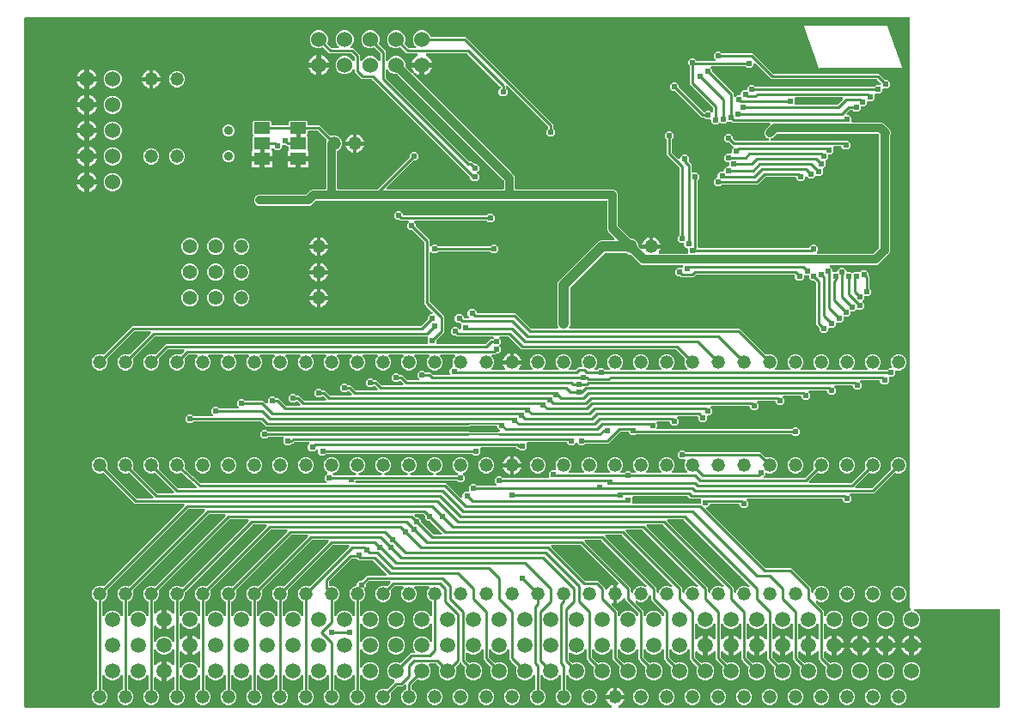
<source format=gbr>
G04 EAGLE Gerber RS-274X export*
G75*
%MOMM*%
%FSLAX34Y34*%
%LPD*%
%INBottom Copper*%
%IPPOS*%
%AMOC8*
5,1,8,0,0,1.08239X$1,22.5*%
G01*
%ADD10C,1.320800*%
%ADD11C,1.422400*%
%ADD12C,1.524000*%
%ADD13C,0.908000*%
%ADD14R,1.600200X1.168400*%
%ADD15C,0.406400*%
%ADD16C,1.508000*%
%ADD17C,0.604800*%
%ADD18C,0.812800*%
%ADD19C,0.254000*%
%ADD20C,1.016000*%
%ADD21C,0.127000*%

G36*
X579789Y2003D02*
X579789Y2003D01*
X579808Y2001D01*
X579946Y2023D01*
X580084Y2041D01*
X580103Y2048D01*
X580122Y2051D01*
X580251Y2106D01*
X580380Y2158D01*
X580396Y2169D01*
X580414Y2177D01*
X580525Y2263D01*
X580637Y2344D01*
X580650Y2360D01*
X580666Y2372D01*
X580751Y2482D01*
X580840Y2589D01*
X580849Y2607D01*
X580861Y2623D01*
X580916Y2751D01*
X580976Y2877D01*
X580979Y2897D01*
X580987Y2915D01*
X581009Y3053D01*
X581035Y3189D01*
X581034Y3209D01*
X581037Y3229D01*
X581024Y3368D01*
X581016Y3507D01*
X581010Y3526D01*
X581008Y3546D01*
X580961Y3677D01*
X580918Y3809D01*
X580907Y3826D01*
X580900Y3845D01*
X580822Y3960D01*
X580747Y4078D01*
X580733Y4092D01*
X580722Y4108D01*
X580617Y4200D01*
X580516Y4296D01*
X580498Y4306D01*
X580483Y4319D01*
X580345Y4401D01*
X579407Y4879D01*
X578243Y5725D01*
X577225Y6743D01*
X576379Y7907D01*
X575725Y9190D01*
X575280Y10559D01*
X575263Y10669D01*
X583438Y10669D01*
X583556Y10684D01*
X583675Y10691D01*
X583713Y10703D01*
X583753Y10709D01*
X583864Y10752D01*
X583977Y10789D01*
X584011Y10811D01*
X584049Y10826D01*
X584145Y10895D01*
X584197Y10928D01*
X584215Y10912D01*
X584250Y10892D01*
X584282Y10867D01*
X584389Y10816D01*
X584494Y10758D01*
X584533Y10748D01*
X584569Y10731D01*
X584686Y10709D01*
X584802Y10679D01*
X584862Y10675D01*
X584882Y10671D01*
X584902Y10673D01*
X584962Y10669D01*
X593137Y10669D01*
X593120Y10559D01*
X592675Y9190D01*
X592021Y7907D01*
X591175Y6743D01*
X590157Y5725D01*
X588993Y4879D01*
X588055Y4401D01*
X588039Y4390D01*
X588020Y4382D01*
X587907Y4301D01*
X587792Y4222D01*
X587779Y4207D01*
X587763Y4196D01*
X587674Y4088D01*
X587582Y3984D01*
X587573Y3966D01*
X587560Y3951D01*
X587501Y3825D01*
X587437Y3700D01*
X587433Y3681D01*
X587424Y3663D01*
X587398Y3526D01*
X587368Y3390D01*
X587368Y3370D01*
X587365Y3350D01*
X587373Y3211D01*
X587378Y3072D01*
X587383Y3053D01*
X587384Y3033D01*
X587427Y2901D01*
X587466Y2767D01*
X587476Y2749D01*
X587482Y2731D01*
X587557Y2613D01*
X587628Y2493D01*
X587642Y2479D01*
X587653Y2462D01*
X587754Y2366D01*
X587852Y2268D01*
X587870Y2258D01*
X587884Y2244D01*
X588006Y2177D01*
X588126Y2106D01*
X588145Y2100D01*
X588163Y2090D01*
X588297Y2056D01*
X588431Y2017D01*
X588451Y2016D01*
X588471Y2011D01*
X588631Y2001D01*
X961930Y2001D01*
X962048Y2016D01*
X962167Y2023D01*
X962205Y2036D01*
X962246Y2041D01*
X962356Y2084D01*
X962469Y2121D01*
X962504Y2143D01*
X962541Y2158D01*
X962637Y2227D01*
X962738Y2291D01*
X962766Y2321D01*
X962799Y2344D01*
X962875Y2436D01*
X962956Y2523D01*
X962976Y2558D01*
X963001Y2589D01*
X963052Y2697D01*
X963110Y2801D01*
X963120Y2841D01*
X963137Y2877D01*
X963159Y2994D01*
X963189Y3109D01*
X963193Y3169D01*
X963197Y3189D01*
X963195Y3210D01*
X963199Y3270D01*
X963199Y98330D01*
X963184Y98448D01*
X963177Y98567D01*
X963164Y98605D01*
X963159Y98646D01*
X963116Y98756D01*
X963079Y98869D01*
X963057Y98904D01*
X963042Y98941D01*
X962973Y99037D01*
X962909Y99138D01*
X962879Y99166D01*
X962856Y99199D01*
X962764Y99275D01*
X962677Y99356D01*
X962642Y99376D01*
X962611Y99401D01*
X962503Y99452D01*
X962399Y99510D01*
X962359Y99520D01*
X962323Y99537D01*
X962206Y99559D01*
X962091Y99589D01*
X962031Y99593D01*
X962011Y99597D01*
X961990Y99595D01*
X961930Y99599D01*
X879874Y99599D01*
X879805Y99591D01*
X879735Y99592D01*
X879648Y99571D01*
X879559Y99559D01*
X879494Y99534D01*
X879426Y99517D01*
X879346Y99475D01*
X879263Y99442D01*
X879207Y99401D01*
X879145Y99369D01*
X879078Y99308D01*
X879006Y99256D01*
X878961Y99202D01*
X878909Y99155D01*
X878860Y99080D01*
X878803Y99011D01*
X878773Y98947D01*
X878735Y98889D01*
X878705Y98804D01*
X878667Y98723D01*
X878654Y98654D01*
X878631Y98588D01*
X878624Y98499D01*
X878607Y98411D01*
X878612Y98341D01*
X878606Y98271D01*
X878622Y98183D01*
X878627Y98093D01*
X878649Y98027D01*
X878661Y97958D01*
X878698Y97876D01*
X878725Y97791D01*
X878763Y97732D01*
X878791Y97668D01*
X878847Y97598D01*
X878895Y97522D01*
X878946Y97474D01*
X878990Y97420D01*
X879062Y97365D01*
X879127Y97304D01*
X879188Y97270D01*
X879244Y97228D01*
X879388Y97157D01*
X881291Y96369D01*
X883769Y93891D01*
X885111Y90653D01*
X885111Y87147D01*
X883769Y83909D01*
X881291Y81431D01*
X878053Y80089D01*
X874547Y80089D01*
X871309Y81431D01*
X868831Y83909D01*
X867489Y87147D01*
X867489Y90653D01*
X868831Y93891D01*
X871309Y96369D01*
X874781Y97807D01*
X874823Y97831D01*
X874871Y97849D01*
X874888Y97860D01*
X874907Y97868D01*
X874982Y97922D01*
X875057Y97965D01*
X875091Y97998D01*
X875134Y98027D01*
X875148Y98043D01*
X875164Y98054D01*
X875224Y98127D01*
X875285Y98186D01*
X875310Y98226D01*
X875345Y98266D01*
X875354Y98284D01*
X875367Y98299D01*
X875407Y98385D01*
X875452Y98457D01*
X875465Y98502D01*
X875489Y98549D01*
X875494Y98569D01*
X875502Y98587D01*
X875520Y98681D01*
X875545Y98761D01*
X875547Y98807D01*
X875559Y98859D01*
X875558Y98880D01*
X875562Y98899D01*
X875556Y98995D01*
X875560Y99079D01*
X875551Y99124D01*
X875549Y99177D01*
X875544Y99197D01*
X875543Y99217D01*
X875513Y99308D01*
X875496Y99390D01*
X875476Y99432D01*
X875461Y99483D01*
X875451Y99500D01*
X875444Y99519D01*
X875394Y99600D01*
X875356Y99676D01*
X875326Y99712D01*
X875299Y99757D01*
X875281Y99778D01*
X875274Y99788D01*
X875259Y99802D01*
X875193Y99877D01*
X874299Y100771D01*
X874299Y682530D01*
X874284Y682648D01*
X874277Y682767D01*
X874264Y682805D01*
X874259Y682846D01*
X874216Y682956D01*
X874179Y683069D01*
X874157Y683104D01*
X874142Y683141D01*
X874073Y683237D01*
X874009Y683338D01*
X873979Y683366D01*
X873956Y683399D01*
X873864Y683475D01*
X873777Y683556D01*
X873742Y683576D01*
X873711Y683601D01*
X873603Y683652D01*
X873499Y683710D01*
X873459Y683720D01*
X873423Y683737D01*
X873306Y683759D01*
X873191Y683789D01*
X873131Y683793D01*
X873111Y683797D01*
X873090Y683795D01*
X873030Y683799D01*
X3270Y683799D01*
X3152Y683784D01*
X3033Y683777D01*
X2995Y683764D01*
X2954Y683759D01*
X2844Y683716D01*
X2731Y683679D01*
X2696Y683657D01*
X2659Y683642D01*
X2563Y683573D01*
X2462Y683509D01*
X2434Y683479D01*
X2401Y683456D01*
X2325Y683364D01*
X2244Y683277D01*
X2224Y683242D01*
X2199Y683211D01*
X2148Y683103D01*
X2090Y682999D01*
X2080Y682959D01*
X2063Y682923D01*
X2041Y682806D01*
X2011Y682691D01*
X2007Y682631D01*
X2003Y682611D01*
X2005Y682590D01*
X2001Y682530D01*
X2001Y3270D01*
X2016Y3152D01*
X2023Y3033D01*
X2036Y2995D01*
X2041Y2954D01*
X2084Y2844D01*
X2121Y2731D01*
X2143Y2696D01*
X2158Y2659D01*
X2227Y2563D01*
X2291Y2462D01*
X2321Y2434D01*
X2344Y2401D01*
X2436Y2325D01*
X2523Y2244D01*
X2558Y2224D01*
X2589Y2199D01*
X2697Y2148D01*
X2801Y2090D01*
X2841Y2080D01*
X2877Y2063D01*
X2994Y2041D01*
X3109Y2011D01*
X3169Y2007D01*
X3189Y2003D01*
X3210Y2005D01*
X3270Y2001D01*
X579769Y2001D01*
X579789Y2003D01*
G37*
%LPC*%
G36*
X74634Y4825D02*
X74634Y4825D01*
X71739Y6024D01*
X69524Y8239D01*
X68325Y11134D01*
X68325Y14266D01*
X69524Y17161D01*
X71739Y19376D01*
X72876Y19847D01*
X72901Y19861D01*
X72929Y19870D01*
X73039Y19940D01*
X73152Y20004D01*
X73173Y20025D01*
X73198Y20040D01*
X73287Y20135D01*
X73380Y20225D01*
X73396Y20251D01*
X73416Y20272D01*
X73479Y20386D01*
X73547Y20497D01*
X73555Y20525D01*
X73570Y20551D01*
X73591Y20635D01*
X73597Y20647D01*
X73604Y20681D01*
X73640Y20800D01*
X73642Y20830D01*
X73649Y20859D01*
X73655Y20949D01*
X73657Y20959D01*
X73656Y20969D01*
X73659Y21019D01*
X73659Y105981D01*
X73656Y106010D01*
X73658Y106039D01*
X73636Y106168D01*
X73619Y106296D01*
X73609Y106324D01*
X73604Y106353D01*
X73550Y106471D01*
X73502Y106592D01*
X73485Y106616D01*
X73473Y106643D01*
X73392Y106744D01*
X73316Y106849D01*
X73293Y106868D01*
X73274Y106891D01*
X73171Y106969D01*
X73071Y107052D01*
X73044Y107065D01*
X73020Y107082D01*
X72876Y107153D01*
X71739Y107624D01*
X69524Y109839D01*
X68325Y112734D01*
X68325Y115866D01*
X69524Y118761D01*
X71739Y120976D01*
X74634Y122175D01*
X77766Y122175D01*
X78903Y121704D01*
X78931Y121696D01*
X78958Y121683D01*
X79084Y121654D01*
X79210Y121620D01*
X79239Y121620D01*
X79268Y121613D01*
X79398Y121617D01*
X79528Y121615D01*
X79556Y121622D01*
X79586Y121623D01*
X79710Y121659D01*
X79837Y121689D01*
X79863Y121703D01*
X79891Y121711D01*
X80003Y121777D01*
X80118Y121838D01*
X80140Y121858D01*
X80165Y121873D01*
X80286Y121979D01*
X159339Y201033D01*
X159425Y201142D01*
X159513Y201249D01*
X159522Y201268D01*
X159534Y201284D01*
X159590Y201412D01*
X159649Y201537D01*
X159653Y201557D01*
X159661Y201576D01*
X159683Y201714D01*
X159709Y201850D01*
X159707Y201870D01*
X159711Y201890D01*
X159697Y202029D01*
X159689Y202167D01*
X159683Y202186D01*
X159681Y202206D01*
X159634Y202338D01*
X159591Y202469D01*
X159580Y202487D01*
X159573Y202506D01*
X159495Y202621D01*
X159421Y202738D01*
X159406Y202752D01*
X159395Y202769D01*
X159290Y202861D01*
X159189Y202956D01*
X159171Y202966D01*
X159156Y202979D01*
X159032Y203042D01*
X158911Y203110D01*
X158891Y203115D01*
X158873Y203124D01*
X158737Y203154D01*
X158603Y203189D01*
X158575Y203191D01*
X158563Y203194D01*
X158542Y203193D01*
X158442Y203199D01*
X110708Y203199D01*
X108848Y205059D01*
X80286Y233621D01*
X80263Y233639D01*
X80244Y233661D01*
X80138Y233736D01*
X80035Y233816D01*
X80008Y233828D01*
X79983Y233845D01*
X79862Y233890D01*
X79743Y233942D01*
X79714Y233947D01*
X79686Y233957D01*
X79557Y233972D01*
X79429Y233992D01*
X79399Y233989D01*
X79370Y233992D01*
X79242Y233974D01*
X79112Y233962D01*
X79084Y233952D01*
X79055Y233948D01*
X78903Y233896D01*
X77766Y233425D01*
X74634Y233425D01*
X71739Y234624D01*
X69524Y236839D01*
X68325Y239734D01*
X68325Y242866D01*
X69524Y245761D01*
X71739Y247976D01*
X74634Y249175D01*
X77766Y249175D01*
X80661Y247976D01*
X82876Y245761D01*
X84075Y242866D01*
X84075Y239734D01*
X83604Y238597D01*
X83596Y238569D01*
X83583Y238542D01*
X83554Y238416D01*
X83520Y238290D01*
X83520Y238261D01*
X83513Y238232D01*
X83517Y238102D01*
X83515Y237972D01*
X83522Y237944D01*
X83523Y237914D01*
X83559Y237790D01*
X83589Y237663D01*
X83603Y237637D01*
X83611Y237609D01*
X83677Y237497D01*
X83738Y237382D01*
X83758Y237360D01*
X83773Y237335D01*
X83879Y237214D01*
X112441Y208652D01*
X112519Y208592D01*
X112591Y208524D01*
X112644Y208495D01*
X112692Y208458D01*
X112783Y208418D01*
X112870Y208370D01*
X112928Y208355D01*
X112984Y208331D01*
X113082Y208316D01*
X113177Y208291D01*
X113278Y208285D01*
X113298Y208281D01*
X113310Y208283D01*
X113338Y208281D01*
X127962Y208281D01*
X128099Y208298D01*
X128238Y208311D01*
X128257Y208318D01*
X128277Y208321D01*
X128406Y208372D01*
X128538Y208419D01*
X128554Y208430D01*
X128573Y208438D01*
X128685Y208519D01*
X128801Y208597D01*
X128814Y208613D01*
X128830Y208624D01*
X128919Y208732D01*
X129011Y208836D01*
X129020Y208854D01*
X129033Y208869D01*
X129092Y208995D01*
X129156Y209119D01*
X129160Y209139D01*
X129169Y209157D01*
X129195Y209293D01*
X129225Y209429D01*
X129225Y209450D01*
X129229Y209469D01*
X129220Y209608D01*
X129216Y209747D01*
X129210Y209767D01*
X129209Y209787D01*
X129166Y209919D01*
X129127Y210053D01*
X129117Y210070D01*
X129111Y210089D01*
X129036Y210207D01*
X128966Y210327D01*
X128947Y210348D01*
X128941Y210358D01*
X128926Y210372D01*
X128859Y210447D01*
X105686Y233621D01*
X105663Y233639D01*
X105644Y233661D01*
X105538Y233736D01*
X105435Y233816D01*
X105408Y233828D01*
X105383Y233845D01*
X105262Y233890D01*
X105143Y233942D01*
X105114Y233947D01*
X105086Y233957D01*
X104957Y233972D01*
X104829Y233992D01*
X104799Y233989D01*
X104770Y233992D01*
X104642Y233974D01*
X104512Y233962D01*
X104484Y233952D01*
X104455Y233948D01*
X104303Y233896D01*
X103166Y233425D01*
X100034Y233425D01*
X97139Y234624D01*
X94924Y236839D01*
X93725Y239734D01*
X93725Y242866D01*
X94924Y245761D01*
X97139Y247976D01*
X100034Y249175D01*
X103166Y249175D01*
X106061Y247976D01*
X108276Y245761D01*
X109475Y242866D01*
X109475Y239734D01*
X109004Y238597D01*
X108996Y238569D01*
X108983Y238542D01*
X108954Y238416D01*
X108920Y238290D01*
X108920Y238261D01*
X108913Y238232D01*
X108917Y238102D01*
X108915Y237972D01*
X108922Y237944D01*
X108923Y237914D01*
X108959Y237790D01*
X108989Y237663D01*
X109003Y237637D01*
X109011Y237609D01*
X109077Y237497D01*
X109138Y237382D01*
X109158Y237360D01*
X109173Y237335D01*
X109279Y237214D01*
X132761Y213732D01*
X132839Y213672D01*
X132911Y213604D01*
X132964Y213575D01*
X133012Y213538D01*
X133103Y213498D01*
X133190Y213450D01*
X133248Y213435D01*
X133304Y213411D01*
X133402Y213396D01*
X133497Y213371D01*
X133598Y213365D01*
X133618Y213361D01*
X133630Y213363D01*
X133658Y213361D01*
X148282Y213361D01*
X148419Y213378D01*
X148558Y213391D01*
X148577Y213398D01*
X148597Y213401D01*
X148726Y213452D01*
X148858Y213499D01*
X148874Y213510D01*
X148893Y213518D01*
X149005Y213599D01*
X149121Y213677D01*
X149134Y213693D01*
X149150Y213704D01*
X149239Y213812D01*
X149331Y213916D01*
X149340Y213934D01*
X149353Y213949D01*
X149412Y214075D01*
X149476Y214199D01*
X149480Y214219D01*
X149489Y214237D01*
X149515Y214373D01*
X149545Y214509D01*
X149545Y214530D01*
X149549Y214549D01*
X149540Y214688D01*
X149536Y214827D01*
X149530Y214847D01*
X149529Y214867D01*
X149486Y214999D01*
X149447Y215133D01*
X149437Y215150D01*
X149431Y215169D01*
X149356Y215287D01*
X149286Y215407D01*
X149267Y215428D01*
X149261Y215438D01*
X149246Y215452D01*
X149179Y215527D01*
X131086Y233621D01*
X131063Y233639D01*
X131044Y233661D01*
X130938Y233736D01*
X130835Y233816D01*
X130808Y233828D01*
X130783Y233845D01*
X130662Y233890D01*
X130543Y233942D01*
X130514Y233947D01*
X130486Y233957D01*
X130357Y233972D01*
X130229Y233992D01*
X130199Y233989D01*
X130170Y233992D01*
X130042Y233974D01*
X129912Y233962D01*
X129884Y233952D01*
X129855Y233948D01*
X129703Y233896D01*
X128566Y233425D01*
X125434Y233425D01*
X122539Y234624D01*
X120324Y236839D01*
X119125Y239734D01*
X119125Y242866D01*
X120324Y245761D01*
X122539Y247976D01*
X125434Y249175D01*
X128566Y249175D01*
X131461Y247976D01*
X133676Y245761D01*
X134875Y242866D01*
X134875Y239734D01*
X134404Y238597D01*
X134396Y238569D01*
X134383Y238542D01*
X134354Y238416D01*
X134320Y238290D01*
X134320Y238261D01*
X134313Y238232D01*
X134317Y238102D01*
X134315Y237972D01*
X134322Y237944D01*
X134323Y237914D01*
X134359Y237790D01*
X134389Y237663D01*
X134403Y237637D01*
X134411Y237609D01*
X134477Y237497D01*
X134538Y237382D01*
X134558Y237360D01*
X134573Y237335D01*
X134679Y237214D01*
X153081Y218812D01*
X153159Y218752D01*
X153231Y218684D01*
X153284Y218655D01*
X153332Y218618D01*
X153423Y218578D01*
X153510Y218530D01*
X153568Y218515D01*
X153624Y218491D01*
X153722Y218476D01*
X153817Y218451D01*
X153918Y218445D01*
X153938Y218441D01*
X153950Y218443D01*
X153978Y218441D01*
X170694Y218441D01*
X170707Y218442D01*
X170720Y218441D01*
X170864Y218462D01*
X171009Y218481D01*
X171021Y218485D01*
X171035Y218487D01*
X171170Y218544D01*
X171305Y218598D01*
X171316Y218605D01*
X171328Y218611D01*
X171445Y218699D01*
X171562Y218784D01*
X171571Y218795D01*
X171581Y218803D01*
X171672Y218917D01*
X171765Y219029D01*
X171771Y219041D01*
X171779Y219052D01*
X171839Y219186D01*
X171900Y219317D01*
X171903Y219330D01*
X171908Y219342D01*
X171933Y219487D01*
X171960Y219629D01*
X171959Y219643D01*
X171962Y219656D01*
X171950Y219801D01*
X171941Y219947D01*
X171936Y219960D01*
X171935Y219973D01*
X171888Y220110D01*
X171842Y220249D01*
X171835Y220261D01*
X171831Y220273D01*
X171750Y220395D01*
X171672Y220518D01*
X171663Y220527D01*
X171655Y220538D01*
X171543Y220653D01*
X156880Y233850D01*
X156751Y233939D01*
X156626Y234028D01*
X156622Y234029D01*
X156619Y234031D01*
X156474Y234085D01*
X156328Y234140D01*
X156324Y234141D01*
X156321Y234142D01*
X156168Y234158D01*
X156012Y234176D01*
X156008Y234175D01*
X156004Y234176D01*
X155852Y234153D01*
X155697Y234131D01*
X155692Y234129D01*
X155690Y234129D01*
X155683Y234126D01*
X155545Y234079D01*
X153966Y233425D01*
X150834Y233425D01*
X147939Y234624D01*
X145724Y236839D01*
X144525Y239734D01*
X144525Y242866D01*
X145724Y245761D01*
X147939Y247976D01*
X150834Y249175D01*
X153966Y249175D01*
X156861Y247976D01*
X159076Y245761D01*
X160275Y242866D01*
X160275Y239734D01*
X159984Y239031D01*
X159967Y238970D01*
X159941Y238913D01*
X159925Y238817D01*
X159900Y238724D01*
X159899Y238661D01*
X159888Y238599D01*
X159896Y238503D01*
X159895Y238406D01*
X159909Y238345D01*
X159915Y238282D01*
X159946Y238191D01*
X159969Y238097D01*
X159998Y238041D01*
X160019Y237982D01*
X160072Y237901D01*
X160118Y237816D01*
X160160Y237769D01*
X160195Y237717D01*
X160307Y237602D01*
X175591Y223847D01*
X175645Y223809D01*
X175693Y223764D01*
X175775Y223719D01*
X175852Y223665D01*
X175914Y223642D01*
X175971Y223610D01*
X176062Y223587D01*
X176150Y223554D01*
X176215Y223547D01*
X176279Y223531D01*
X176440Y223521D01*
X298201Y223521D01*
X298339Y223538D01*
X298478Y223551D01*
X298497Y223558D01*
X298517Y223561D01*
X298646Y223612D01*
X298777Y223659D01*
X298794Y223670D01*
X298813Y223678D01*
X298925Y223759D01*
X299040Y223837D01*
X299054Y223853D01*
X299070Y223864D01*
X299159Y223972D01*
X299251Y224076D01*
X299260Y224094D01*
X299273Y224109D01*
X299332Y224235D01*
X299395Y224359D01*
X299400Y224379D01*
X299408Y224397D01*
X299434Y224534D01*
X299465Y224669D01*
X299464Y224690D01*
X299468Y224709D01*
X299459Y224848D01*
X299455Y224987D01*
X299450Y225007D01*
X299448Y225027D01*
X299406Y225159D01*
X299367Y225293D01*
X299357Y225310D01*
X299350Y225329D01*
X299276Y225447D01*
X299205Y225567D01*
X299187Y225588D01*
X299180Y225598D01*
X299165Y225612D01*
X299099Y225687D01*
X297965Y226821D01*
X297965Y230379D01*
X300377Y232791D01*
X300450Y232885D01*
X300529Y232974D01*
X300548Y233010D01*
X300572Y233042D01*
X300620Y233152D01*
X300674Y233258D01*
X300683Y233297D01*
X300699Y233334D01*
X300717Y233452D01*
X300743Y233568D01*
X300742Y233608D01*
X300749Y233648D01*
X300737Y233767D01*
X300734Y233886D01*
X300723Y233925D01*
X300719Y233965D01*
X300678Y234077D01*
X300645Y234191D01*
X300625Y234226D01*
X300611Y234264D01*
X300544Y234363D01*
X300484Y234465D01*
X300444Y234510D01*
X300433Y234527D01*
X300417Y234541D01*
X300377Y234586D01*
X298124Y236839D01*
X296925Y239734D01*
X296925Y242866D01*
X298124Y245761D01*
X300339Y247976D01*
X303234Y249175D01*
X306366Y249175D01*
X309261Y247976D01*
X311476Y245761D01*
X312675Y242866D01*
X312675Y239734D01*
X311476Y236839D01*
X309261Y234624D01*
X306746Y233583D01*
X306686Y233548D01*
X306621Y233522D01*
X306548Y233470D01*
X306470Y233425D01*
X306420Y233377D01*
X306363Y233336D01*
X306306Y233266D01*
X306242Y233204D01*
X306205Y233144D01*
X306161Y233091D01*
X306122Y233009D01*
X306075Y232933D01*
X306055Y232866D01*
X306025Y232803D01*
X306008Y232715D01*
X305982Y232629D01*
X305978Y232559D01*
X305965Y232490D01*
X305971Y232401D01*
X305967Y232311D01*
X305981Y232243D01*
X305985Y232173D01*
X306013Y232088D01*
X306031Y232000D01*
X306062Y231937D01*
X306083Y231871D01*
X306131Y231795D01*
X306171Y231714D01*
X306216Y231661D01*
X306253Y231602D01*
X306319Y231540D01*
X306377Y231472D01*
X306434Y231432D01*
X306485Y231384D01*
X306563Y231341D01*
X306637Y231289D01*
X306702Y231264D01*
X306763Y231230D01*
X306850Y231208D01*
X306934Y231176D01*
X307004Y231168D01*
X307071Y231151D01*
X307232Y231141D01*
X321061Y231141D01*
X321160Y231153D01*
X321259Y231156D01*
X321317Y231173D01*
X321377Y231181D01*
X321469Y231217D01*
X321564Y231245D01*
X321616Y231275D01*
X321673Y231298D01*
X321753Y231356D01*
X321838Y231406D01*
X321913Y231472D01*
X321930Y231484D01*
X321938Y231494D01*
X321959Y231512D01*
X322071Y231625D01*
X325629Y231625D01*
X325741Y231512D01*
X325819Y231452D01*
X325892Y231384D01*
X325945Y231355D01*
X325992Y231318D01*
X326083Y231278D01*
X326170Y231230D01*
X326229Y231215D01*
X326284Y231191D01*
X326382Y231176D01*
X326478Y231151D01*
X326578Y231145D01*
X326598Y231141D01*
X326611Y231143D01*
X326639Y231141D01*
X327768Y231141D01*
X327837Y231149D01*
X327907Y231148D01*
X327995Y231169D01*
X328084Y231181D01*
X328149Y231206D01*
X328216Y231223D01*
X328296Y231265D01*
X328379Y231298D01*
X328436Y231339D01*
X328497Y231371D01*
X328564Y231432D01*
X328637Y231484D01*
X328681Y231538D01*
X328733Y231585D01*
X328782Y231660D01*
X328839Y231729D01*
X328869Y231793D01*
X328908Y231851D01*
X328937Y231936D01*
X328975Y232017D01*
X328988Y232086D01*
X329011Y232152D01*
X329018Y232241D01*
X329035Y232329D01*
X329030Y232399D01*
X329036Y232469D01*
X329021Y232557D01*
X329015Y232647D01*
X328994Y232713D01*
X328982Y232782D01*
X328945Y232864D01*
X328917Y232949D01*
X328880Y233008D01*
X328851Y233072D01*
X328795Y233142D01*
X328747Y233218D01*
X328696Y233266D01*
X328652Y233320D01*
X328581Y233375D01*
X328515Y233436D01*
X328454Y233470D01*
X328398Y233512D01*
X328254Y233583D01*
X325739Y234624D01*
X323524Y236839D01*
X322325Y239734D01*
X322325Y242866D01*
X323524Y245761D01*
X325739Y247976D01*
X328634Y249175D01*
X331766Y249175D01*
X334661Y247976D01*
X336876Y245761D01*
X338075Y242866D01*
X338075Y239734D01*
X336876Y236839D01*
X334661Y234624D01*
X332146Y233583D01*
X332086Y233548D01*
X332021Y233522D01*
X331948Y233470D01*
X331870Y233425D01*
X331820Y233377D01*
X331763Y233336D01*
X331706Y233266D01*
X331642Y233204D01*
X331605Y233144D01*
X331561Y233091D01*
X331522Y233009D01*
X331475Y232933D01*
X331455Y232866D01*
X331425Y232803D01*
X331408Y232715D01*
X331382Y232629D01*
X331378Y232559D01*
X331365Y232490D01*
X331371Y232401D01*
X331367Y232311D01*
X331381Y232243D01*
X331385Y232173D01*
X331413Y232088D01*
X331431Y232000D01*
X331462Y231937D01*
X331483Y231871D01*
X331531Y231795D01*
X331571Y231714D01*
X331616Y231661D01*
X331653Y231602D01*
X331719Y231540D01*
X331777Y231472D01*
X331834Y231432D01*
X331885Y231384D01*
X331963Y231341D01*
X332037Y231289D01*
X332102Y231264D01*
X332163Y231230D01*
X332250Y231208D01*
X332334Y231176D01*
X332404Y231168D01*
X332471Y231151D01*
X332632Y231141D01*
X353168Y231141D01*
X353237Y231149D01*
X353307Y231148D01*
X353395Y231169D01*
X353484Y231181D01*
X353549Y231206D01*
X353616Y231223D01*
X353696Y231265D01*
X353779Y231298D01*
X353836Y231339D01*
X353897Y231371D01*
X353964Y231432D01*
X354037Y231484D01*
X354081Y231538D01*
X354133Y231585D01*
X354182Y231660D01*
X354239Y231729D01*
X354269Y231793D01*
X354308Y231851D01*
X354337Y231936D01*
X354375Y232017D01*
X354388Y232086D01*
X354411Y232152D01*
X354418Y232241D01*
X354435Y232329D01*
X354430Y232399D01*
X354436Y232469D01*
X354421Y232557D01*
X354415Y232647D01*
X354394Y232713D01*
X354382Y232782D01*
X354345Y232864D01*
X354317Y232949D01*
X354280Y233008D01*
X354251Y233072D01*
X354195Y233142D01*
X354147Y233218D01*
X354096Y233266D01*
X354052Y233320D01*
X353981Y233375D01*
X353915Y233436D01*
X353854Y233470D01*
X353798Y233512D01*
X353654Y233583D01*
X351139Y234624D01*
X348924Y236839D01*
X347725Y239734D01*
X347725Y242866D01*
X348924Y245761D01*
X351139Y247976D01*
X354034Y249175D01*
X357166Y249175D01*
X360061Y247976D01*
X362276Y245761D01*
X363475Y242866D01*
X363475Y239734D01*
X362276Y236839D01*
X360061Y234624D01*
X357546Y233583D01*
X357486Y233548D01*
X357421Y233522D01*
X357348Y233470D01*
X357270Y233425D01*
X357220Y233377D01*
X357163Y233336D01*
X357106Y233266D01*
X357042Y233204D01*
X357005Y233144D01*
X356961Y233091D01*
X356922Y233009D01*
X356875Y232933D01*
X356855Y232866D01*
X356825Y232803D01*
X356808Y232715D01*
X356782Y232629D01*
X356778Y232559D01*
X356765Y232490D01*
X356771Y232401D01*
X356767Y232311D01*
X356781Y232243D01*
X356785Y232173D01*
X356813Y232088D01*
X356831Y232000D01*
X356862Y231937D01*
X356883Y231871D01*
X356931Y231795D01*
X356971Y231714D01*
X357016Y231661D01*
X357053Y231602D01*
X357119Y231540D01*
X357177Y231472D01*
X357234Y231432D01*
X357285Y231384D01*
X357363Y231341D01*
X357437Y231289D01*
X357502Y231264D01*
X357563Y231230D01*
X357650Y231208D01*
X357734Y231176D01*
X357804Y231168D01*
X357871Y231151D01*
X358032Y231141D01*
X378568Y231141D01*
X378637Y231149D01*
X378707Y231148D01*
X378795Y231169D01*
X378884Y231181D01*
X378949Y231206D01*
X379016Y231223D01*
X379096Y231265D01*
X379179Y231298D01*
X379236Y231339D01*
X379297Y231371D01*
X379364Y231432D01*
X379437Y231484D01*
X379481Y231538D01*
X379533Y231585D01*
X379582Y231660D01*
X379639Y231729D01*
X379669Y231793D01*
X379708Y231851D01*
X379737Y231936D01*
X379775Y232017D01*
X379788Y232086D01*
X379811Y232152D01*
X379818Y232241D01*
X379835Y232329D01*
X379830Y232399D01*
X379836Y232469D01*
X379821Y232557D01*
X379815Y232647D01*
X379794Y232713D01*
X379782Y232782D01*
X379745Y232864D01*
X379717Y232949D01*
X379680Y233008D01*
X379651Y233072D01*
X379595Y233142D01*
X379547Y233218D01*
X379496Y233266D01*
X379452Y233320D01*
X379381Y233375D01*
X379315Y233436D01*
X379254Y233470D01*
X379198Y233512D01*
X379054Y233583D01*
X376539Y234624D01*
X374324Y236839D01*
X373125Y239734D01*
X373125Y242866D01*
X374324Y245761D01*
X376539Y247976D01*
X379434Y249175D01*
X382566Y249175D01*
X385461Y247976D01*
X387676Y245761D01*
X388875Y242866D01*
X388875Y239734D01*
X387676Y236839D01*
X385461Y234624D01*
X382946Y233583D01*
X382886Y233548D01*
X382821Y233522D01*
X382748Y233470D01*
X382670Y233425D01*
X382620Y233377D01*
X382563Y233336D01*
X382506Y233266D01*
X382442Y233204D01*
X382405Y233144D01*
X382361Y233091D01*
X382322Y233009D01*
X382275Y232933D01*
X382255Y232866D01*
X382225Y232803D01*
X382208Y232715D01*
X382182Y232629D01*
X382178Y232559D01*
X382165Y232490D01*
X382171Y232401D01*
X382167Y232311D01*
X382181Y232243D01*
X382185Y232173D01*
X382213Y232088D01*
X382231Y232000D01*
X382262Y231937D01*
X382283Y231871D01*
X382331Y231795D01*
X382371Y231714D01*
X382416Y231661D01*
X382453Y231602D01*
X382519Y231540D01*
X382577Y231472D01*
X382634Y231432D01*
X382685Y231384D01*
X382763Y231341D01*
X382837Y231289D01*
X382902Y231264D01*
X382963Y231230D01*
X383050Y231208D01*
X383134Y231176D01*
X383204Y231168D01*
X383271Y231151D01*
X383432Y231141D01*
X403968Y231141D01*
X404037Y231149D01*
X404107Y231148D01*
X404194Y231169D01*
X404284Y231181D01*
X404349Y231206D01*
X404416Y231223D01*
X404496Y231265D01*
X404579Y231298D01*
X404636Y231339D01*
X404697Y231371D01*
X404764Y231432D01*
X404837Y231484D01*
X404881Y231538D01*
X404933Y231585D01*
X404982Y231660D01*
X405039Y231729D01*
X405069Y231793D01*
X405108Y231851D01*
X405137Y231936D01*
X405175Y232017D01*
X405188Y232086D01*
X405211Y232152D01*
X405218Y232241D01*
X405235Y232329D01*
X405230Y232399D01*
X405236Y232469D01*
X405221Y232557D01*
X405215Y232647D01*
X405194Y232713D01*
X405182Y232782D01*
X405145Y232864D01*
X405117Y232949D01*
X405080Y233008D01*
X405051Y233072D01*
X404995Y233142D01*
X404947Y233218D01*
X404896Y233266D01*
X404852Y233320D01*
X404781Y233375D01*
X404715Y233436D01*
X404654Y233470D01*
X404598Y233512D01*
X404454Y233583D01*
X401939Y234624D01*
X399724Y236839D01*
X398525Y239734D01*
X398525Y242866D01*
X399724Y245761D01*
X401939Y247976D01*
X404834Y249175D01*
X407966Y249175D01*
X410861Y247976D01*
X413076Y245761D01*
X414275Y242866D01*
X414275Y239734D01*
X413076Y236839D01*
X410861Y234624D01*
X408346Y233583D01*
X408286Y233548D01*
X408221Y233522D01*
X408148Y233470D01*
X408070Y233425D01*
X408020Y233377D01*
X407963Y233336D01*
X407906Y233266D01*
X407842Y233204D01*
X407805Y233144D01*
X407761Y233091D01*
X407722Y233009D01*
X407675Y232933D01*
X407655Y232866D01*
X407625Y232803D01*
X407608Y232715D01*
X407582Y232629D01*
X407578Y232559D01*
X407565Y232490D01*
X407571Y232401D01*
X407567Y232311D01*
X407581Y232243D01*
X407585Y232173D01*
X407613Y232088D01*
X407631Y232000D01*
X407662Y231937D01*
X407683Y231871D01*
X407731Y231795D01*
X407771Y231714D01*
X407816Y231661D01*
X407853Y231602D01*
X407919Y231540D01*
X407977Y231472D01*
X408034Y231432D01*
X408085Y231384D01*
X408163Y231341D01*
X408237Y231289D01*
X408302Y231264D01*
X408363Y231230D01*
X408450Y231208D01*
X408534Y231176D01*
X408604Y231168D01*
X408671Y231151D01*
X408832Y231141D01*
X427741Y231141D01*
X427840Y231153D01*
X427939Y231156D01*
X427997Y231173D01*
X428057Y231181D01*
X428149Y231217D01*
X428244Y231245D01*
X428296Y231275D01*
X428353Y231298D01*
X428433Y231356D01*
X428518Y231406D01*
X428593Y231472D01*
X428610Y231484D01*
X428618Y231494D01*
X428639Y231512D01*
X429115Y231989D01*
X429146Y232028D01*
X429183Y232062D01*
X429243Y232153D01*
X429310Y232240D01*
X429330Y232286D01*
X429357Y232327D01*
X429393Y232431D01*
X429437Y232532D01*
X429444Y232581D01*
X429460Y232628D01*
X429469Y232737D01*
X429486Y232846D01*
X429482Y232896D01*
X429486Y232945D01*
X429467Y233053D01*
X429457Y233163D01*
X429440Y233209D01*
X429431Y233258D01*
X429386Y233359D01*
X429349Y233462D01*
X429321Y233503D01*
X429301Y233548D01*
X429232Y233634D01*
X429170Y233725D01*
X429133Y233758D01*
X429102Y233797D01*
X429014Y233863D01*
X428932Y233936D01*
X428888Y233958D01*
X428848Y233988D01*
X428704Y234059D01*
X427339Y234624D01*
X425124Y236839D01*
X423925Y239734D01*
X423925Y242866D01*
X425124Y245761D01*
X427339Y247976D01*
X430234Y249175D01*
X433366Y249175D01*
X436261Y247976D01*
X438476Y245761D01*
X439675Y242866D01*
X439675Y239734D01*
X438476Y236839D01*
X436261Y234624D01*
X434896Y234059D01*
X434853Y234034D01*
X434807Y234018D01*
X434716Y233956D01*
X434620Y233902D01*
X434584Y233867D01*
X434543Y233839D01*
X434471Y233757D01*
X434392Y233680D01*
X434366Y233638D01*
X434333Y233601D01*
X434283Y233503D01*
X434226Y233409D01*
X434211Y233362D01*
X434188Y233317D01*
X434164Y233210D01*
X434132Y233105D01*
X434130Y233056D01*
X434119Y233007D01*
X434122Y232897D01*
X434117Y232788D01*
X434127Y232739D01*
X434128Y232689D01*
X434159Y232584D01*
X434181Y232476D01*
X434203Y232431D01*
X434217Y232384D01*
X434272Y232289D01*
X434321Y232190D01*
X434353Y232152D01*
X434378Y232110D01*
X434485Y231989D01*
X436095Y230379D01*
X436095Y226821D01*
X433579Y224305D01*
X430021Y224305D01*
X428639Y225688D01*
X428561Y225748D01*
X428488Y225816D01*
X428435Y225845D01*
X428388Y225882D01*
X428297Y225922D01*
X428210Y225970D01*
X428151Y225985D01*
X428096Y226009D01*
X427998Y226024D01*
X427902Y226049D01*
X427802Y226055D01*
X427782Y226059D01*
X427769Y226057D01*
X427741Y226059D01*
X329179Y226059D01*
X329125Y226052D01*
X329070Y226055D01*
X328967Y226033D01*
X328863Y226019D01*
X328813Y225999D01*
X328759Y225988D01*
X328611Y225925D01*
X328590Y225911D01*
X328567Y225902D01*
X328459Y225823D01*
X328347Y225748D01*
X328330Y225730D01*
X328310Y225716D01*
X328224Y225612D01*
X328134Y225512D01*
X328123Y225490D01*
X328107Y225471D01*
X328050Y225349D01*
X327988Y225229D01*
X327982Y225205D01*
X327972Y225183D01*
X327946Y225051D01*
X327916Y224920D01*
X327917Y224895D01*
X327912Y224870D01*
X327920Y224736D01*
X327923Y224602D01*
X327930Y224578D01*
X327932Y224553D01*
X327973Y224425D01*
X328010Y224296D01*
X328022Y224274D01*
X328030Y224251D01*
X328102Y224137D01*
X328169Y224020D01*
X328187Y224003D01*
X328200Y223982D01*
X328298Y223890D01*
X328392Y223794D01*
X328413Y223781D01*
X328431Y223764D01*
X328549Y223699D01*
X328665Y223629D01*
X328688Y223622D01*
X328710Y223610D01*
X328841Y223577D01*
X328969Y223538D01*
X328994Y223537D01*
X329018Y223531D01*
X329179Y223521D01*
X417612Y223521D01*
X419472Y221661D01*
X431689Y209445D01*
X431798Y209359D01*
X431905Y209271D01*
X431924Y209262D01*
X431940Y209250D01*
X432068Y209194D01*
X432193Y209135D01*
X432213Y209131D01*
X432232Y209123D01*
X432370Y209101D01*
X432506Y209075D01*
X432526Y209077D01*
X432546Y209073D01*
X432685Y209087D01*
X432823Y209095D01*
X432842Y209101D01*
X432862Y209103D01*
X432994Y209150D01*
X433125Y209193D01*
X433143Y209204D01*
X433162Y209211D01*
X433277Y209289D01*
X433394Y209363D01*
X433408Y209378D01*
X433425Y209389D01*
X433517Y209494D01*
X433612Y209595D01*
X433622Y209613D01*
X433635Y209628D01*
X433699Y209752D01*
X433766Y209873D01*
X433771Y209893D01*
X433780Y209911D01*
X433810Y210047D01*
X433845Y210181D01*
X433847Y210209D01*
X433850Y210221D01*
X433849Y210242D01*
X433855Y210342D01*
X433855Y212599D01*
X436371Y215115D01*
X438936Y215115D01*
X439054Y215130D01*
X439173Y215137D01*
X439211Y215150D01*
X439252Y215155D01*
X439362Y215198D01*
X439475Y215235D01*
X439510Y215257D01*
X439547Y215272D01*
X439643Y215341D01*
X439744Y215405D01*
X439772Y215435D01*
X439805Y215458D01*
X439881Y215550D01*
X439962Y215637D01*
X439982Y215672D01*
X440007Y215703D01*
X440058Y215811D01*
X440116Y215915D01*
X440126Y215955D01*
X440143Y215991D01*
X440165Y216108D01*
X440195Y216223D01*
X440199Y216283D01*
X440203Y216303D01*
X440201Y216324D01*
X440205Y216384D01*
X440205Y220219D01*
X442721Y222735D01*
X446279Y222735D01*
X447661Y221352D01*
X447739Y221292D01*
X447812Y221224D01*
X447865Y221195D01*
X447912Y221158D01*
X448003Y221118D01*
X448090Y221070D01*
X448149Y221055D01*
X448204Y221031D01*
X448302Y221016D01*
X448398Y220991D01*
X448498Y220985D01*
X448518Y220981D01*
X448531Y220983D01*
X448559Y220981D01*
X465841Y220981D01*
X465979Y220998D01*
X466118Y221011D01*
X466137Y221018D01*
X466157Y221021D01*
X466286Y221072D01*
X466417Y221119D01*
X466434Y221130D01*
X466453Y221138D01*
X466565Y221219D01*
X466680Y221297D01*
X466694Y221313D01*
X466710Y221324D01*
X466799Y221432D01*
X466891Y221536D01*
X466900Y221554D01*
X466913Y221569D01*
X466972Y221695D01*
X467035Y221819D01*
X467040Y221839D01*
X467048Y221857D01*
X467074Y221994D01*
X467105Y222129D01*
X467104Y222150D01*
X467108Y222169D01*
X467099Y222308D01*
X467095Y222447D01*
X467090Y222467D01*
X467088Y222487D01*
X467046Y222619D01*
X467007Y222753D01*
X466997Y222770D01*
X466990Y222789D01*
X466916Y222907D01*
X466845Y223027D01*
X466827Y223048D01*
X466820Y223058D01*
X466805Y223072D01*
X466739Y223147D01*
X465605Y224281D01*
X465605Y227839D01*
X468121Y230355D01*
X471679Y230355D01*
X473061Y228972D01*
X473139Y228912D01*
X473212Y228844D01*
X473265Y228815D01*
X473312Y228778D01*
X473403Y228738D01*
X473490Y228690D01*
X473549Y228675D01*
X473604Y228651D01*
X473702Y228636D01*
X473798Y228611D01*
X473898Y228605D01*
X473918Y228601D01*
X473931Y228603D01*
X473959Y228601D01*
X517911Y228601D01*
X518049Y228618D01*
X518188Y228631D01*
X518207Y228638D01*
X518227Y228641D01*
X518356Y228692D01*
X518487Y228739D01*
X518504Y228750D01*
X518523Y228758D01*
X518635Y228839D01*
X518750Y228917D01*
X518764Y228933D01*
X518780Y228944D01*
X518869Y229052D01*
X518961Y229156D01*
X518970Y229174D01*
X518983Y229189D01*
X519042Y229315D01*
X519105Y229439D01*
X519110Y229459D01*
X519118Y229477D01*
X519144Y229614D01*
X519175Y229749D01*
X519174Y229770D01*
X519178Y229789D01*
X519169Y229928D01*
X519165Y230067D01*
X519160Y230087D01*
X519158Y230107D01*
X519115Y230239D01*
X519077Y230373D01*
X519067Y230390D01*
X519060Y230409D01*
X518986Y230527D01*
X518945Y230596D01*
X518945Y234189D01*
X521461Y236705D01*
X524880Y236705D01*
X524930Y236711D01*
X524979Y236709D01*
X525087Y236731D01*
X525196Y236745D01*
X525242Y236763D01*
X525291Y236773D01*
X525389Y236821D01*
X525492Y236862D01*
X525532Y236891D01*
X525576Y236913D01*
X525660Y236984D01*
X525749Y237048D01*
X525781Y237087D01*
X525818Y237119D01*
X525882Y237209D01*
X525952Y237293D01*
X525973Y237338D01*
X526001Y237379D01*
X526040Y237482D01*
X526087Y237581D01*
X526097Y237630D01*
X526114Y237676D01*
X526126Y237786D01*
X526147Y237893D01*
X526144Y237943D01*
X526149Y237992D01*
X526134Y238101D01*
X526127Y238211D01*
X526112Y238258D01*
X526105Y238307D01*
X526053Y238460D01*
X525525Y239734D01*
X525525Y242866D01*
X526724Y245761D01*
X528939Y247976D01*
X531834Y249175D01*
X534966Y249175D01*
X537861Y247976D01*
X540076Y245761D01*
X541275Y242866D01*
X541275Y239734D01*
X540076Y236839D01*
X539084Y235847D01*
X538999Y235738D01*
X538910Y235631D01*
X538901Y235612D01*
X538889Y235596D01*
X538834Y235469D01*
X538775Y235343D01*
X538771Y235323D01*
X538763Y235304D01*
X538741Y235166D01*
X538715Y235030D01*
X538716Y235010D01*
X538713Y234990D01*
X538726Y234851D01*
X538735Y234713D01*
X538741Y234694D01*
X538743Y234674D01*
X538790Y234542D01*
X538833Y234411D01*
X538843Y234393D01*
X538850Y234374D01*
X538928Y234259D01*
X539003Y234142D01*
X539018Y234128D01*
X539029Y234111D01*
X539133Y234019D01*
X539234Y233924D01*
X539252Y233914D01*
X539267Y233901D01*
X539391Y233838D01*
X539513Y233770D01*
X539532Y233765D01*
X539551Y233756D01*
X539686Y233726D01*
X539821Y233691D01*
X539849Y233689D01*
X539861Y233686D01*
X539881Y233687D01*
X539982Y233681D01*
X552218Y233681D01*
X552356Y233698D01*
X552495Y233711D01*
X552514Y233718D01*
X552534Y233721D01*
X552663Y233772D01*
X552794Y233819D01*
X552811Y233830D01*
X552830Y233838D01*
X552942Y233919D01*
X553057Y233997D01*
X553071Y234013D01*
X553087Y234024D01*
X553176Y234132D01*
X553268Y234236D01*
X553277Y234254D01*
X553290Y234269D01*
X553349Y234395D01*
X553412Y234519D01*
X553417Y234539D01*
X553425Y234557D01*
X553451Y234694D01*
X553482Y234829D01*
X553481Y234850D01*
X553485Y234869D01*
X553477Y235008D01*
X553472Y235147D01*
X553467Y235167D01*
X553465Y235187D01*
X553423Y235319D01*
X553384Y235453D01*
X553374Y235470D01*
X553367Y235489D01*
X553293Y235607D01*
X553222Y235727D01*
X553204Y235748D01*
X553197Y235758D01*
X553182Y235772D01*
X553116Y235847D01*
X552124Y236839D01*
X550925Y239734D01*
X550925Y242866D01*
X552124Y245761D01*
X554339Y247976D01*
X557234Y249175D01*
X560366Y249175D01*
X563261Y247976D01*
X565476Y245761D01*
X566675Y242866D01*
X566675Y239734D01*
X565476Y236839D01*
X564484Y235847D01*
X564399Y235738D01*
X564310Y235631D01*
X564301Y235612D01*
X564289Y235596D01*
X564234Y235469D01*
X564175Y235343D01*
X564171Y235323D01*
X564163Y235304D01*
X564141Y235166D01*
X564115Y235030D01*
X564116Y235010D01*
X564113Y234990D01*
X564126Y234851D01*
X564135Y234713D01*
X564141Y234694D01*
X564143Y234674D01*
X564190Y234542D01*
X564233Y234411D01*
X564243Y234393D01*
X564250Y234374D01*
X564328Y234259D01*
X564403Y234142D01*
X564418Y234128D01*
X564429Y234111D01*
X564533Y234019D01*
X564634Y233924D01*
X564652Y233914D01*
X564667Y233901D01*
X564791Y233838D01*
X564913Y233770D01*
X564932Y233765D01*
X564951Y233756D01*
X565086Y233726D01*
X565221Y233691D01*
X565249Y233689D01*
X565261Y233686D01*
X565281Y233687D01*
X565382Y233681D01*
X577618Y233681D01*
X577756Y233698D01*
X577895Y233711D01*
X577914Y233718D01*
X577934Y233721D01*
X578063Y233772D01*
X578194Y233819D01*
X578211Y233830D01*
X578230Y233838D01*
X578342Y233919D01*
X578457Y233997D01*
X578471Y234013D01*
X578487Y234024D01*
X578576Y234132D01*
X578668Y234236D01*
X578677Y234254D01*
X578690Y234269D01*
X578749Y234395D01*
X578812Y234519D01*
X578817Y234539D01*
X578825Y234557D01*
X578851Y234694D01*
X578882Y234829D01*
X578881Y234850D01*
X578885Y234869D01*
X578877Y235008D01*
X578872Y235147D01*
X578867Y235167D01*
X578865Y235187D01*
X578823Y235319D01*
X578784Y235453D01*
X578774Y235470D01*
X578767Y235489D01*
X578693Y235607D01*
X578622Y235727D01*
X578604Y235748D01*
X578597Y235758D01*
X578582Y235772D01*
X578516Y235847D01*
X577524Y236839D01*
X576325Y239734D01*
X576325Y242866D01*
X577524Y245761D01*
X579739Y247976D01*
X582634Y249175D01*
X585766Y249175D01*
X588661Y247976D01*
X590876Y245761D01*
X592075Y242866D01*
X592075Y239734D01*
X590876Y236839D01*
X589884Y235847D01*
X589799Y235738D01*
X589710Y235631D01*
X589701Y235612D01*
X589689Y235596D01*
X589634Y235469D01*
X589575Y235343D01*
X589571Y235323D01*
X589563Y235304D01*
X589541Y235166D01*
X589515Y235030D01*
X589516Y235010D01*
X589513Y234990D01*
X589526Y234851D01*
X589535Y234713D01*
X589541Y234694D01*
X589543Y234674D01*
X589590Y234542D01*
X589633Y234411D01*
X589643Y234393D01*
X589650Y234374D01*
X589728Y234259D01*
X589803Y234142D01*
X589818Y234128D01*
X589829Y234111D01*
X589933Y234019D01*
X590034Y233924D01*
X590052Y233914D01*
X590067Y233901D01*
X590191Y233838D01*
X590313Y233770D01*
X590332Y233765D01*
X590351Y233756D01*
X590486Y233726D01*
X590621Y233691D01*
X590649Y233689D01*
X590661Y233686D01*
X590681Y233687D01*
X590782Y233681D01*
X592841Y233681D01*
X592940Y233693D01*
X593039Y233696D01*
X593097Y233713D01*
X593157Y233721D01*
X593249Y233757D01*
X593344Y233785D01*
X593396Y233815D01*
X593453Y233838D01*
X593533Y233896D01*
X593618Y233946D01*
X593693Y234012D01*
X593710Y234024D01*
X593718Y234034D01*
X593739Y234052D01*
X595121Y235435D01*
X598679Y235435D01*
X600061Y234052D01*
X600139Y233992D01*
X600212Y233924D01*
X600265Y233895D01*
X600312Y233858D01*
X600403Y233818D01*
X600490Y233770D01*
X600549Y233755D01*
X600604Y233731D01*
X600702Y233716D01*
X600798Y233691D01*
X600898Y233685D01*
X600918Y233681D01*
X600931Y233683D01*
X600959Y233681D01*
X603018Y233681D01*
X603156Y233698D01*
X603295Y233711D01*
X603314Y233718D01*
X603334Y233721D01*
X603463Y233772D01*
X603594Y233819D01*
X603611Y233830D01*
X603630Y233838D01*
X603742Y233919D01*
X603857Y233997D01*
X603871Y234013D01*
X603887Y234024D01*
X603976Y234132D01*
X604068Y234236D01*
X604077Y234254D01*
X604090Y234269D01*
X604149Y234395D01*
X604212Y234519D01*
X604217Y234539D01*
X604225Y234557D01*
X604251Y234694D01*
X604282Y234829D01*
X604281Y234850D01*
X604285Y234869D01*
X604277Y235008D01*
X604272Y235147D01*
X604267Y235167D01*
X604265Y235187D01*
X604223Y235319D01*
X604184Y235453D01*
X604174Y235470D01*
X604167Y235489D01*
X604093Y235607D01*
X604022Y235727D01*
X604004Y235748D01*
X603997Y235758D01*
X603982Y235772D01*
X603916Y235847D01*
X602924Y236839D01*
X601725Y239734D01*
X601725Y242866D01*
X602924Y245761D01*
X605139Y247976D01*
X608034Y249175D01*
X611166Y249175D01*
X614061Y247976D01*
X616276Y245761D01*
X617475Y242866D01*
X617475Y239734D01*
X616276Y236839D01*
X615284Y235847D01*
X615199Y235738D01*
X615110Y235631D01*
X615101Y235612D01*
X615089Y235596D01*
X615034Y235469D01*
X614975Y235343D01*
X614971Y235323D01*
X614963Y235304D01*
X614941Y235166D01*
X614915Y235030D01*
X614916Y235010D01*
X614913Y234990D01*
X614926Y234851D01*
X614935Y234713D01*
X614941Y234694D01*
X614943Y234674D01*
X614990Y234542D01*
X615033Y234411D01*
X615043Y234393D01*
X615050Y234374D01*
X615128Y234259D01*
X615203Y234142D01*
X615218Y234128D01*
X615229Y234111D01*
X615333Y234019D01*
X615434Y233924D01*
X615452Y233914D01*
X615467Y233901D01*
X615591Y233838D01*
X615713Y233770D01*
X615732Y233765D01*
X615751Y233756D01*
X615886Y233726D01*
X616021Y233691D01*
X616049Y233689D01*
X616061Y233686D01*
X616081Y233687D01*
X616182Y233681D01*
X628418Y233681D01*
X628556Y233698D01*
X628695Y233711D01*
X628714Y233718D01*
X628734Y233721D01*
X628863Y233772D01*
X628994Y233819D01*
X629011Y233830D01*
X629030Y233838D01*
X629142Y233919D01*
X629257Y233997D01*
X629271Y234013D01*
X629287Y234024D01*
X629376Y234132D01*
X629468Y234236D01*
X629477Y234254D01*
X629490Y234269D01*
X629549Y234395D01*
X629612Y234519D01*
X629617Y234539D01*
X629625Y234557D01*
X629651Y234694D01*
X629682Y234829D01*
X629681Y234850D01*
X629685Y234869D01*
X629677Y235008D01*
X629672Y235147D01*
X629667Y235167D01*
X629665Y235187D01*
X629623Y235319D01*
X629584Y235453D01*
X629574Y235470D01*
X629567Y235489D01*
X629493Y235607D01*
X629422Y235727D01*
X629404Y235748D01*
X629397Y235758D01*
X629382Y235772D01*
X629316Y235847D01*
X628324Y236839D01*
X627125Y239734D01*
X627125Y242866D01*
X628324Y245761D01*
X630539Y247976D01*
X633434Y249175D01*
X636566Y249175D01*
X639461Y247976D01*
X641676Y245761D01*
X642875Y242866D01*
X642875Y239734D01*
X641676Y236839D01*
X640684Y235847D01*
X640599Y235738D01*
X640510Y235631D01*
X640501Y235612D01*
X640489Y235596D01*
X640434Y235469D01*
X640375Y235343D01*
X640371Y235323D01*
X640363Y235304D01*
X640341Y235166D01*
X640315Y235030D01*
X640316Y235010D01*
X640313Y234990D01*
X640326Y234851D01*
X640335Y234713D01*
X640341Y234694D01*
X640343Y234674D01*
X640390Y234542D01*
X640433Y234411D01*
X640443Y234393D01*
X640450Y234374D01*
X640528Y234259D01*
X640603Y234142D01*
X640618Y234128D01*
X640629Y234111D01*
X640733Y234019D01*
X640834Y233924D01*
X640852Y233914D01*
X640867Y233901D01*
X640991Y233838D01*
X641113Y233770D01*
X641132Y233765D01*
X641151Y233756D01*
X641286Y233726D01*
X641421Y233691D01*
X641449Y233689D01*
X641461Y233686D01*
X641481Y233687D01*
X641582Y233681D01*
X653818Y233681D01*
X653956Y233698D01*
X654095Y233711D01*
X654114Y233718D01*
X654134Y233721D01*
X654263Y233772D01*
X654394Y233819D01*
X654411Y233830D01*
X654430Y233838D01*
X654542Y233919D01*
X654657Y233997D01*
X654671Y234013D01*
X654687Y234024D01*
X654776Y234132D01*
X654868Y234236D01*
X654877Y234254D01*
X654890Y234269D01*
X654949Y234395D01*
X655012Y234519D01*
X655017Y234539D01*
X655025Y234557D01*
X655051Y234694D01*
X655082Y234829D01*
X655081Y234850D01*
X655085Y234869D01*
X655077Y235008D01*
X655072Y235147D01*
X655067Y235167D01*
X655065Y235187D01*
X655023Y235319D01*
X654984Y235453D01*
X654974Y235470D01*
X654967Y235489D01*
X654893Y235607D01*
X654822Y235727D01*
X654804Y235748D01*
X654797Y235758D01*
X654782Y235772D01*
X654716Y235847D01*
X653724Y236839D01*
X652525Y239734D01*
X652525Y242866D01*
X653579Y245410D01*
X653592Y245458D01*
X653613Y245503D01*
X653634Y245611D01*
X653663Y245717D01*
X653664Y245767D01*
X653673Y245816D01*
X653666Y245925D01*
X653668Y246035D01*
X653656Y246083D01*
X653653Y246133D01*
X653620Y246237D01*
X653594Y246344D01*
X653571Y246388D01*
X653555Y246435D01*
X653497Y246528D01*
X653445Y246625D01*
X653412Y246662D01*
X653385Y246704D01*
X653305Y246779D01*
X653231Y246861D01*
X653190Y246888D01*
X653154Y246922D01*
X653057Y246975D01*
X652966Y247035D01*
X652918Y247052D01*
X652875Y247076D01*
X652769Y247103D01*
X652665Y247139D01*
X652615Y247143D01*
X652567Y247155D01*
X652406Y247165D01*
X648461Y247165D01*
X645945Y249681D01*
X645945Y253239D01*
X648461Y255755D01*
X652019Y255755D01*
X653401Y254372D01*
X653479Y254312D01*
X653552Y254244D01*
X653605Y254215D01*
X653652Y254178D01*
X653743Y254138D01*
X653830Y254090D01*
X653889Y254075D01*
X653944Y254051D01*
X654042Y254036D01*
X654138Y254011D01*
X654238Y254005D01*
X654258Y254001D01*
X654271Y254003D01*
X654299Y254001D01*
X727492Y254001D01*
X732514Y248979D01*
X732537Y248961D01*
X732556Y248939D01*
X732662Y248864D01*
X732765Y248784D01*
X732792Y248772D01*
X732817Y248755D01*
X732938Y248710D01*
X733057Y248658D01*
X733086Y248653D01*
X733114Y248643D01*
X733243Y248628D01*
X733371Y248608D01*
X733401Y248611D01*
X733430Y248608D01*
X733558Y248626D01*
X733688Y248638D01*
X733716Y248648D01*
X733745Y248652D01*
X733897Y248704D01*
X735034Y249175D01*
X738166Y249175D01*
X741061Y247976D01*
X743276Y245761D01*
X744475Y242866D01*
X744475Y239734D01*
X743276Y236839D01*
X741061Y234624D01*
X738166Y233425D01*
X735034Y233425D01*
X733760Y233953D01*
X733712Y233966D01*
X733667Y233987D01*
X733559Y234008D01*
X733453Y234037D01*
X733403Y234038D01*
X733354Y234047D01*
X733245Y234040D01*
X733135Y234042D01*
X733087Y234030D01*
X733037Y234027D01*
X732933Y233993D01*
X732826Y233968D01*
X732782Y233944D01*
X732735Y233929D01*
X732642Y233870D01*
X732545Y233819D01*
X732508Y233786D01*
X732466Y233759D01*
X732391Y233679D01*
X732309Y233605D01*
X732282Y233564D01*
X732248Y233527D01*
X732195Y233431D01*
X732135Y233339D01*
X732118Y233292D01*
X732094Y233249D01*
X732067Y233143D01*
X732031Y233039D01*
X732027Y232989D01*
X732015Y232941D01*
X732005Y232780D01*
X732005Y231901D01*
X730871Y230767D01*
X730786Y230658D01*
X730697Y230551D01*
X730689Y230532D01*
X730676Y230516D01*
X730621Y230389D01*
X730562Y230263D01*
X730558Y230243D01*
X730550Y230224D01*
X730528Y230086D01*
X730502Y229950D01*
X730503Y229930D01*
X730500Y229910D01*
X730513Y229771D01*
X730522Y229633D01*
X730528Y229614D01*
X730530Y229594D01*
X730577Y229462D01*
X730620Y229331D01*
X730631Y229313D01*
X730637Y229294D01*
X730715Y229179D01*
X730790Y229062D01*
X730805Y229048D01*
X730816Y229031D01*
X730920Y228939D01*
X731021Y228844D01*
X731039Y228834D01*
X731054Y228821D01*
X731179Y228757D01*
X731300Y228690D01*
X731320Y228685D01*
X731338Y228676D01*
X731473Y228646D01*
X731608Y228611D01*
X731636Y228609D01*
X731648Y228606D01*
X731668Y228607D01*
X731769Y228601D01*
X770582Y228601D01*
X770680Y228613D01*
X770779Y228616D01*
X770837Y228633D01*
X770897Y228641D01*
X770989Y228677D01*
X771085Y228705D01*
X771137Y228735D01*
X771193Y228758D01*
X771273Y228816D01*
X771359Y228866D01*
X771434Y228932D01*
X771450Y228944D01*
X771458Y228954D01*
X771479Y228972D01*
X779721Y237214D01*
X779739Y237237D01*
X779761Y237256D01*
X779836Y237362D01*
X779916Y237465D01*
X779928Y237492D01*
X779945Y237517D01*
X779990Y237638D01*
X780042Y237757D01*
X780047Y237786D01*
X780057Y237814D01*
X780072Y237943D01*
X780092Y238071D01*
X780089Y238101D01*
X780092Y238130D01*
X780074Y238258D01*
X780062Y238388D01*
X780052Y238416D01*
X780048Y238445D01*
X779996Y238597D01*
X779525Y239734D01*
X779525Y242866D01*
X780724Y245761D01*
X782939Y247976D01*
X785834Y249175D01*
X788966Y249175D01*
X791861Y247976D01*
X794076Y245761D01*
X795275Y242866D01*
X795275Y239734D01*
X794076Y236839D01*
X791861Y234624D01*
X788966Y233425D01*
X785834Y233425D01*
X784697Y233896D01*
X784669Y233904D01*
X784642Y233917D01*
X784516Y233946D01*
X784390Y233980D01*
X784361Y233980D01*
X784332Y233987D01*
X784202Y233983D01*
X784072Y233985D01*
X784044Y233978D01*
X784014Y233977D01*
X783890Y233941D01*
X783763Y233911D01*
X783737Y233897D01*
X783709Y233889D01*
X783597Y233823D01*
X783482Y233762D01*
X783460Y233742D01*
X783435Y233727D01*
X783314Y233621D01*
X775381Y225687D01*
X775295Y225578D01*
X775207Y225471D01*
X775198Y225452D01*
X775186Y225436D01*
X775130Y225308D01*
X775071Y225183D01*
X775067Y225163D01*
X775059Y225144D01*
X775037Y225006D01*
X775011Y224870D01*
X775013Y224850D01*
X775009Y224830D01*
X775023Y224691D01*
X775031Y224553D01*
X775037Y224534D01*
X775039Y224514D01*
X775086Y224382D01*
X775129Y224251D01*
X775140Y224233D01*
X775147Y224214D01*
X775225Y224099D01*
X775299Y223982D01*
X775314Y223968D01*
X775325Y223951D01*
X775430Y223859D01*
X775531Y223764D01*
X775549Y223754D01*
X775564Y223741D01*
X775688Y223677D01*
X775809Y223610D01*
X775829Y223605D01*
X775847Y223596D01*
X775983Y223566D01*
X776117Y223531D01*
X776145Y223529D01*
X776157Y223526D01*
X776178Y223527D01*
X776278Y223521D01*
X816302Y223521D01*
X816400Y223533D01*
X816499Y223536D01*
X816557Y223553D01*
X816617Y223561D01*
X816709Y223597D01*
X816805Y223625D01*
X816857Y223655D01*
X816913Y223678D01*
X816993Y223736D01*
X817078Y223786D01*
X817154Y223852D01*
X817170Y223864D01*
X817178Y223874D01*
X817199Y223892D01*
X830521Y237214D01*
X830539Y237237D01*
X830561Y237256D01*
X830636Y237362D01*
X830716Y237465D01*
X830728Y237492D01*
X830745Y237517D01*
X830790Y237638D01*
X830842Y237757D01*
X830847Y237786D01*
X830857Y237814D01*
X830872Y237943D01*
X830892Y238071D01*
X830889Y238101D01*
X830892Y238130D01*
X830874Y238258D01*
X830862Y238388D01*
X830852Y238416D01*
X830848Y238445D01*
X830796Y238597D01*
X830325Y239734D01*
X830325Y242866D01*
X831524Y245761D01*
X833739Y247976D01*
X836634Y249175D01*
X839766Y249175D01*
X842661Y247976D01*
X844876Y245761D01*
X846075Y242866D01*
X846075Y239734D01*
X844876Y236839D01*
X842661Y234624D01*
X839766Y233425D01*
X836634Y233425D01*
X835497Y233896D01*
X835469Y233904D01*
X835442Y233917D01*
X835316Y233946D01*
X835190Y233980D01*
X835161Y233980D01*
X835132Y233987D01*
X835002Y233983D01*
X834872Y233985D01*
X834844Y233978D01*
X834814Y233977D01*
X834690Y233941D01*
X834563Y233911D01*
X834537Y233897D01*
X834509Y233889D01*
X834397Y233823D01*
X834282Y233762D01*
X834260Y233742D01*
X834235Y233727D01*
X834114Y233621D01*
X821101Y220607D01*
X821015Y220498D01*
X820927Y220391D01*
X820918Y220372D01*
X820906Y220356D01*
X820850Y220228D01*
X820791Y220103D01*
X820787Y220083D01*
X820779Y220064D01*
X820757Y219926D01*
X820731Y219790D01*
X820733Y219770D01*
X820729Y219750D01*
X820743Y219611D01*
X820751Y219473D01*
X820757Y219454D01*
X820759Y219434D01*
X820806Y219302D01*
X820849Y219171D01*
X820860Y219153D01*
X820867Y219134D01*
X820945Y219019D01*
X821019Y218902D01*
X821034Y218888D01*
X821045Y218871D01*
X821150Y218779D01*
X821251Y218684D01*
X821269Y218674D01*
X821284Y218661D01*
X821408Y218597D01*
X821529Y218530D01*
X821549Y218525D01*
X821567Y218516D01*
X821703Y218486D01*
X821837Y218451D01*
X821865Y218449D01*
X821877Y218446D01*
X821898Y218447D01*
X821998Y218441D01*
X836622Y218441D01*
X836720Y218453D01*
X836819Y218456D01*
X836877Y218473D01*
X836937Y218481D01*
X837029Y218517D01*
X837125Y218545D01*
X837177Y218575D01*
X837233Y218598D01*
X837313Y218656D01*
X837398Y218706D01*
X837474Y218772D01*
X837490Y218784D01*
X837498Y218794D01*
X837519Y218812D01*
X855921Y237214D01*
X855939Y237237D01*
X855961Y237256D01*
X856036Y237362D01*
X856116Y237465D01*
X856128Y237492D01*
X856145Y237517D01*
X856190Y237638D01*
X856242Y237757D01*
X856247Y237786D01*
X856257Y237814D01*
X856272Y237943D01*
X856292Y238071D01*
X856289Y238101D01*
X856292Y238130D01*
X856274Y238258D01*
X856262Y238388D01*
X856252Y238416D01*
X856248Y238445D01*
X856196Y238597D01*
X855725Y239734D01*
X855725Y242866D01*
X856924Y245761D01*
X859139Y247976D01*
X862034Y249175D01*
X865166Y249175D01*
X868061Y247976D01*
X870276Y245761D01*
X871475Y242866D01*
X871475Y239734D01*
X870276Y236839D01*
X868061Y234624D01*
X865166Y233425D01*
X862034Y233425D01*
X860897Y233896D01*
X860869Y233904D01*
X860842Y233917D01*
X860716Y233946D01*
X860590Y233980D01*
X860561Y233980D01*
X860532Y233987D01*
X860402Y233983D01*
X860272Y233985D01*
X860244Y233978D01*
X860214Y233977D01*
X860090Y233941D01*
X859963Y233911D01*
X859937Y233897D01*
X859909Y233889D01*
X859797Y233823D01*
X859682Y233762D01*
X859660Y233742D01*
X859635Y233727D01*
X859514Y233621D01*
X839252Y213359D01*
X816859Y213359D01*
X816721Y213342D01*
X816582Y213329D01*
X816563Y213322D01*
X816543Y213319D01*
X816414Y213268D01*
X816283Y213221D01*
X816266Y213210D01*
X816247Y213202D01*
X816135Y213121D01*
X816020Y213043D01*
X816006Y213027D01*
X815990Y213016D01*
X815901Y212908D01*
X815809Y212804D01*
X815800Y212786D01*
X815787Y212771D01*
X815728Y212645D01*
X815665Y212521D01*
X815660Y212501D01*
X815652Y212483D01*
X815626Y212346D01*
X815595Y212211D01*
X815596Y212190D01*
X815592Y212171D01*
X815601Y212032D01*
X815605Y211893D01*
X815610Y211873D01*
X815612Y211853D01*
X815654Y211721D01*
X815693Y211587D01*
X815703Y211570D01*
X815710Y211551D01*
X815784Y211433D01*
X815855Y211313D01*
X815873Y211292D01*
X815880Y211282D01*
X815895Y211268D01*
X815961Y211193D01*
X817095Y210059D01*
X817095Y206501D01*
X814579Y203985D01*
X811021Y203985D01*
X808505Y206501D01*
X808505Y207010D01*
X808490Y207128D01*
X808483Y207247D01*
X808470Y207285D01*
X808465Y207326D01*
X808422Y207436D01*
X808385Y207549D01*
X808363Y207584D01*
X808348Y207621D01*
X808279Y207717D01*
X808215Y207818D01*
X808185Y207846D01*
X808162Y207879D01*
X808070Y207955D01*
X807983Y208036D01*
X807948Y208056D01*
X807917Y208081D01*
X807809Y208132D01*
X807705Y208190D01*
X807665Y208200D01*
X807629Y208217D01*
X807512Y208239D01*
X807397Y208269D01*
X807337Y208273D01*
X807317Y208277D01*
X807296Y208275D01*
X807236Y208279D01*
X715259Y208279D01*
X715121Y208262D01*
X714982Y208249D01*
X714963Y208242D01*
X714943Y208239D01*
X714814Y208188D01*
X714683Y208141D01*
X714666Y208130D01*
X714647Y208122D01*
X714535Y208041D01*
X714420Y207963D01*
X714406Y207947D01*
X714390Y207936D01*
X714301Y207828D01*
X714209Y207724D01*
X714200Y207706D01*
X714187Y207691D01*
X714128Y207565D01*
X714065Y207441D01*
X714060Y207421D01*
X714052Y207403D01*
X714026Y207266D01*
X713995Y207131D01*
X713996Y207110D01*
X713992Y207091D01*
X714001Y206952D01*
X714005Y206813D01*
X714010Y206793D01*
X714012Y206773D01*
X714054Y206641D01*
X714093Y206507D01*
X714103Y206490D01*
X714110Y206471D01*
X714184Y206353D01*
X714255Y206233D01*
X714273Y206212D01*
X714280Y206202D01*
X714295Y206188D01*
X714361Y206113D01*
X715495Y204979D01*
X715495Y201421D01*
X712979Y198905D01*
X709421Y198905D01*
X706905Y201421D01*
X706905Y201930D01*
X706890Y202048D01*
X706883Y202167D01*
X706870Y202205D01*
X706865Y202246D01*
X706822Y202356D01*
X706785Y202469D01*
X706763Y202504D01*
X706748Y202541D01*
X706679Y202637D01*
X706615Y202738D01*
X706585Y202766D01*
X706562Y202799D01*
X706470Y202875D01*
X706383Y202956D01*
X706348Y202976D01*
X706317Y203001D01*
X706209Y203052D01*
X706105Y203110D01*
X706065Y203120D01*
X706029Y203137D01*
X705912Y203159D01*
X705797Y203189D01*
X705737Y203193D01*
X705717Y203197D01*
X705696Y203195D01*
X705636Y203199D01*
X678429Y203199D01*
X678330Y203187D01*
X678231Y203184D01*
X678173Y203167D01*
X678113Y203159D01*
X678021Y203123D01*
X677926Y203095D01*
X677874Y203065D01*
X677817Y203042D01*
X677737Y202984D01*
X677652Y202934D01*
X677577Y202868D01*
X677560Y202856D01*
X677552Y202846D01*
X677531Y202828D01*
X674834Y200131D01*
X674717Y200084D01*
X674586Y200037D01*
X674570Y200026D01*
X674551Y200018D01*
X674439Y199937D01*
X674323Y199859D01*
X674310Y199843D01*
X674294Y199832D01*
X674205Y199724D01*
X674113Y199620D01*
X674104Y199602D01*
X674091Y199587D01*
X674032Y199461D01*
X673968Y199337D01*
X673964Y199317D01*
X673955Y199299D01*
X673929Y199163D01*
X673899Y199027D01*
X673899Y199006D01*
X673895Y198987D01*
X673904Y198848D01*
X673908Y198709D01*
X673914Y198689D01*
X673915Y198669D01*
X673958Y198537D01*
X673997Y198403D01*
X674007Y198386D01*
X674013Y198367D01*
X674088Y198249D01*
X674158Y198129D01*
X674177Y198108D01*
X674183Y198098D01*
X674198Y198084D01*
X674265Y198009D01*
X732201Y140072D01*
X732279Y140012D01*
X732351Y139944D01*
X732404Y139915D01*
X732452Y139878D01*
X732543Y139838D01*
X732630Y139790D01*
X732688Y139775D01*
X732744Y139751D01*
X732842Y139736D01*
X732937Y139711D01*
X733038Y139705D01*
X733058Y139701D01*
X733070Y139703D01*
X733098Y139701D01*
X757972Y139701D01*
X759832Y137841D01*
X775381Y122292D01*
X777241Y120432D01*
X777241Y116732D01*
X777249Y116663D01*
X777248Y116593D01*
X777269Y116505D01*
X777281Y116416D01*
X777306Y116351D01*
X777323Y116284D01*
X777365Y116204D01*
X777398Y116121D01*
X777439Y116064D01*
X777471Y116003D01*
X777532Y115936D01*
X777584Y115863D01*
X777638Y115819D01*
X777685Y115767D01*
X777760Y115718D01*
X777829Y115661D01*
X777893Y115631D01*
X777951Y115592D01*
X778036Y115563D01*
X778117Y115525D01*
X778186Y115512D01*
X778252Y115489D01*
X778341Y115482D01*
X778429Y115465D01*
X778499Y115470D01*
X778569Y115464D01*
X778657Y115479D01*
X778747Y115485D01*
X778813Y115506D01*
X778882Y115518D01*
X778964Y115555D01*
X779049Y115583D01*
X779108Y115620D01*
X779172Y115649D01*
X779242Y115705D01*
X779318Y115753D01*
X779366Y115804D01*
X779420Y115848D01*
X779475Y115919D01*
X779536Y115985D01*
X779570Y116046D01*
X779612Y116102D01*
X779683Y116246D01*
X780724Y118761D01*
X782939Y120976D01*
X785834Y122175D01*
X788966Y122175D01*
X791861Y120976D01*
X794076Y118761D01*
X795275Y115866D01*
X795275Y112734D01*
X794076Y109839D01*
X791861Y107624D01*
X788966Y106425D01*
X785834Y106425D01*
X783627Y107339D01*
X783560Y107358D01*
X783496Y107385D01*
X783407Y107399D01*
X783321Y107423D01*
X783251Y107424D01*
X783182Y107435D01*
X783092Y107427D01*
X783003Y107428D01*
X782935Y107412D01*
X782865Y107405D01*
X782781Y107375D01*
X782693Y107354D01*
X782632Y107321D01*
X782566Y107298D01*
X782492Y107247D01*
X782412Y107205D01*
X782361Y107158D01*
X782303Y107119D01*
X782243Y107052D01*
X782177Y106991D01*
X782139Y106933D01*
X782092Y106881D01*
X782052Y106801D01*
X782002Y106726D01*
X781979Y106660D01*
X781948Y106597D01*
X781928Y106510D01*
X781899Y106425D01*
X781893Y106355D01*
X781878Y106287D01*
X781881Y106197D01*
X781874Y106108D01*
X781886Y106039D01*
X781888Y105969D01*
X781913Y105883D01*
X781928Y105794D01*
X781957Y105731D01*
X781976Y105664D01*
X782022Y105586D01*
X782059Y105504D01*
X782102Y105450D01*
X782138Y105390D01*
X782244Y105269D01*
X789941Y97572D01*
X789941Y93778D01*
X789949Y93709D01*
X789948Y93639D01*
X789969Y93551D01*
X789981Y93462D01*
X790006Y93397D01*
X790023Y93329D01*
X790065Y93250D01*
X790098Y93167D01*
X790139Y93110D01*
X790171Y93048D01*
X790232Y92982D01*
X790284Y92909D01*
X790338Y92865D01*
X790385Y92813D01*
X790460Y92764D01*
X790529Y92706D01*
X790593Y92677D01*
X790651Y92638D01*
X790736Y92609D01*
X790817Y92571D01*
X790886Y92558D01*
X790952Y92535D01*
X791041Y92528D01*
X791129Y92511D01*
X791199Y92515D01*
X791269Y92510D01*
X791357Y92525D01*
X791447Y92531D01*
X791513Y92552D01*
X791582Y92564D01*
X791664Y92601D01*
X791749Y92629D01*
X791808Y92666D01*
X791872Y92695D01*
X791942Y92751D01*
X792018Y92799D01*
X792066Y92850D01*
X792120Y92893D01*
X792174Y92965D01*
X792236Y93031D01*
X792270Y93092D01*
X792312Y93148D01*
X792383Y93292D01*
X792631Y93891D01*
X795109Y96369D01*
X798347Y97711D01*
X801853Y97711D01*
X805091Y96369D01*
X807569Y93891D01*
X808911Y90653D01*
X808911Y87147D01*
X807569Y83909D01*
X805091Y81431D01*
X801853Y80089D01*
X798347Y80089D01*
X795109Y81431D01*
X792631Y83909D01*
X792383Y84508D01*
X792348Y84569D01*
X792322Y84633D01*
X792270Y84706D01*
X792225Y84784D01*
X792177Y84834D01*
X792136Y84891D01*
X792066Y84948D01*
X792004Y85013D01*
X791944Y85049D01*
X791891Y85094D01*
X791809Y85132D01*
X791733Y85179D01*
X791666Y85199D01*
X791603Y85229D01*
X791515Y85246D01*
X791429Y85272D01*
X791359Y85276D01*
X791290Y85289D01*
X791201Y85283D01*
X791111Y85288D01*
X791043Y85273D01*
X790973Y85269D01*
X790888Y85241D01*
X790800Y85223D01*
X790737Y85193D01*
X790671Y85171D01*
X790595Y85123D01*
X790514Y85084D01*
X790461Y85038D01*
X790402Y85001D01*
X790340Y84935D01*
X790272Y84877D01*
X790232Y84820D01*
X790184Y84769D01*
X790141Y84691D01*
X790089Y84617D01*
X790064Y84552D01*
X790030Y84491D01*
X790008Y84404D01*
X789976Y84320D01*
X789968Y84251D01*
X789951Y84183D01*
X789941Y84022D01*
X789941Y70574D01*
X789951Y70495D01*
X789951Y70415D01*
X789971Y70338D01*
X789981Y70258D01*
X790010Y70184D01*
X790030Y70107D01*
X790068Y70037D01*
X790098Y69962D01*
X790144Y69898D01*
X790183Y69828D01*
X790237Y69770D01*
X790284Y69705D01*
X790346Y69654D01*
X790400Y69596D01*
X790468Y69553D01*
X790529Y69502D01*
X790601Y69468D01*
X790669Y69426D01*
X790745Y69401D01*
X790817Y69367D01*
X790895Y69352D01*
X790971Y69327D01*
X791051Y69322D01*
X791129Y69307D01*
X791209Y69312D01*
X791289Y69307D01*
X791367Y69322D01*
X791447Y69327D01*
X791523Y69351D01*
X791601Y69366D01*
X791673Y69400D01*
X791749Y69425D01*
X791817Y69467D01*
X791889Y69501D01*
X791951Y69552D01*
X792018Y69595D01*
X792073Y69653D01*
X792134Y69704D01*
X792235Y69825D01*
X792236Y69827D01*
X792237Y69828D01*
X792411Y70067D01*
X793533Y71189D01*
X794817Y72122D01*
X796230Y72842D01*
X797601Y73287D01*
X797601Y64730D01*
X797616Y64612D01*
X797623Y64493D01*
X797635Y64455D01*
X797641Y64415D01*
X797684Y64304D01*
X797721Y64191D01*
X797743Y64157D01*
X797758Y64119D01*
X797827Y64023D01*
X797891Y63922D01*
X797921Y63894D01*
X797944Y63862D01*
X798036Y63786D01*
X798123Y63704D01*
X798158Y63685D01*
X798189Y63659D01*
X798297Y63608D01*
X798401Y63551D01*
X798441Y63541D01*
X798477Y63523D01*
X798584Y63503D01*
X798554Y63499D01*
X798444Y63455D01*
X798331Y63419D01*
X798296Y63397D01*
X798259Y63382D01*
X798162Y63312D01*
X798062Y63249D01*
X798034Y63219D01*
X798001Y63195D01*
X797925Y63104D01*
X797844Y63017D01*
X797824Y62982D01*
X797799Y62950D01*
X797748Y62843D01*
X797690Y62738D01*
X797680Y62699D01*
X797663Y62663D01*
X797641Y62546D01*
X797611Y62430D01*
X797607Y62370D01*
X797603Y62350D01*
X797605Y62330D01*
X797601Y62270D01*
X797601Y53713D01*
X796230Y54158D01*
X794817Y54878D01*
X793533Y55811D01*
X792411Y56933D01*
X792237Y57172D01*
X792182Y57230D01*
X792136Y57295D01*
X792074Y57346D01*
X792019Y57404D01*
X791952Y57447D01*
X791891Y57498D01*
X791818Y57532D01*
X791751Y57575D01*
X791675Y57599D01*
X791603Y57633D01*
X791524Y57648D01*
X791448Y57673D01*
X791369Y57678D01*
X791290Y57693D01*
X791211Y57688D01*
X791131Y57693D01*
X791053Y57678D01*
X790973Y57673D01*
X790897Y57649D01*
X790818Y57634D01*
X790746Y57600D01*
X790671Y57575D01*
X790603Y57532D01*
X790531Y57498D01*
X790469Y57448D01*
X790402Y57405D01*
X790347Y57347D01*
X790285Y57296D01*
X790239Y57231D01*
X790184Y57173D01*
X790145Y57104D01*
X790098Y57039D01*
X790069Y56965D01*
X790030Y56895D01*
X790010Y56818D01*
X789981Y56743D01*
X789971Y56664D01*
X789951Y56587D01*
X789941Y56429D01*
X789941Y56428D01*
X789941Y56427D01*
X789941Y56426D01*
X789941Y52378D01*
X789953Y52280D01*
X789956Y52181D01*
X789973Y52123D01*
X789981Y52063D01*
X790017Y51971D01*
X790045Y51875D01*
X790075Y51823D01*
X790098Y51767D01*
X790156Y51687D01*
X790206Y51602D01*
X790272Y51526D01*
X790284Y51510D01*
X790294Y51502D01*
X790312Y51481D01*
X795298Y46496D01*
X795321Y46477D01*
X795340Y46455D01*
X795446Y46380D01*
X795549Y46301D01*
X795576Y46289D01*
X795600Y46272D01*
X795721Y46226D01*
X795841Y46174D01*
X795870Y46170D01*
X795898Y46159D01*
X796026Y46145D01*
X796155Y46124D01*
X796184Y46127D01*
X796214Y46124D01*
X796342Y46142D01*
X796471Y46154D01*
X796499Y46164D01*
X796528Y46168D01*
X796681Y46220D01*
X798347Y46911D01*
X801853Y46911D01*
X805091Y45569D01*
X807569Y43091D01*
X808911Y39853D01*
X808911Y36347D01*
X807569Y33109D01*
X805091Y30631D01*
X801853Y29289D01*
X798347Y29289D01*
X795109Y30631D01*
X792631Y33109D01*
X791289Y36347D01*
X791289Y39853D01*
X791980Y41519D01*
X791987Y41548D01*
X792001Y41574D01*
X792029Y41701D01*
X792064Y41826D01*
X792064Y41855D01*
X792070Y41884D01*
X792067Y42014D01*
X792069Y42144D01*
X792062Y42173D01*
X792061Y42202D01*
X792025Y42327D01*
X791994Y42453D01*
X791981Y42479D01*
X791972Y42508D01*
X791907Y42619D01*
X791846Y42734D01*
X791826Y42756D01*
X791811Y42782D01*
X791704Y42902D01*
X786719Y47888D01*
X784859Y49748D01*
X784859Y56426D01*
X784849Y56505D01*
X784849Y56585D01*
X784829Y56662D01*
X784819Y56742D01*
X784790Y56816D01*
X784770Y56893D01*
X784732Y56963D01*
X784702Y57038D01*
X784656Y57102D01*
X784617Y57172D01*
X784563Y57230D01*
X784516Y57295D01*
X784454Y57346D01*
X784400Y57404D01*
X784332Y57447D01*
X784271Y57498D01*
X784199Y57532D01*
X784131Y57574D01*
X784055Y57599D01*
X783983Y57633D01*
X783905Y57648D01*
X783829Y57673D01*
X783749Y57678D01*
X783671Y57693D01*
X783591Y57688D01*
X783511Y57693D01*
X783433Y57678D01*
X783353Y57673D01*
X783277Y57649D01*
X783199Y57634D01*
X783127Y57600D01*
X783051Y57575D01*
X782983Y57533D01*
X782911Y57499D01*
X782849Y57448D01*
X782782Y57405D01*
X782727Y57347D01*
X782666Y57296D01*
X782565Y57175D01*
X782564Y57173D01*
X782563Y57172D01*
X782389Y56933D01*
X781267Y55811D01*
X779983Y54878D01*
X778570Y54158D01*
X777199Y53713D01*
X777199Y62270D01*
X777184Y62388D01*
X777177Y62507D01*
X777164Y62545D01*
X777159Y62585D01*
X777116Y62696D01*
X777079Y62809D01*
X777057Y62843D01*
X777042Y62881D01*
X776973Y62977D01*
X776909Y63078D01*
X776879Y63106D01*
X776856Y63138D01*
X776764Y63214D01*
X776677Y63296D01*
X776642Y63315D01*
X776611Y63341D01*
X776503Y63392D01*
X776399Y63449D01*
X776359Y63459D01*
X776323Y63477D01*
X776216Y63497D01*
X776246Y63501D01*
X776356Y63545D01*
X776469Y63581D01*
X776504Y63603D01*
X776541Y63618D01*
X776637Y63688D01*
X776738Y63751D01*
X776766Y63781D01*
X776799Y63805D01*
X776875Y63896D01*
X776956Y63983D01*
X776976Y64018D01*
X777001Y64050D01*
X777052Y64157D01*
X777110Y64262D01*
X777120Y64301D01*
X777137Y64337D01*
X777159Y64454D01*
X777189Y64570D01*
X777193Y64630D01*
X777197Y64650D01*
X777195Y64670D01*
X777199Y64730D01*
X777199Y73287D01*
X778570Y72842D01*
X779983Y72122D01*
X781267Y71189D01*
X782389Y70067D01*
X782563Y69828D01*
X782618Y69770D01*
X782664Y69705D01*
X782726Y69654D01*
X782781Y69596D01*
X782848Y69553D01*
X782909Y69502D01*
X782982Y69468D01*
X783049Y69425D01*
X783125Y69401D01*
X783197Y69367D01*
X783276Y69352D01*
X783352Y69327D01*
X783431Y69322D01*
X783510Y69307D01*
X783589Y69312D01*
X783669Y69307D01*
X783747Y69322D01*
X783827Y69327D01*
X783903Y69351D01*
X783982Y69366D01*
X784054Y69400D01*
X784129Y69425D01*
X784197Y69468D01*
X784269Y69502D01*
X784331Y69552D01*
X784398Y69595D01*
X784453Y69653D01*
X784515Y69704D01*
X784561Y69769D01*
X784616Y69827D01*
X784655Y69896D01*
X784702Y69961D01*
X784731Y70035D01*
X784770Y70105D01*
X784790Y70182D01*
X784819Y70257D01*
X784829Y70336D01*
X784849Y70413D01*
X784859Y70571D01*
X784859Y70572D01*
X784859Y70573D01*
X784859Y70574D01*
X784859Y84022D01*
X784851Y84091D01*
X784852Y84161D01*
X784831Y84249D01*
X784819Y84338D01*
X784794Y84403D01*
X784777Y84471D01*
X784735Y84550D01*
X784702Y84633D01*
X784661Y84690D01*
X784629Y84752D01*
X784568Y84818D01*
X784516Y84891D01*
X784462Y84935D01*
X784415Y84987D01*
X784340Y85036D01*
X784271Y85094D01*
X784207Y85123D01*
X784149Y85162D01*
X784064Y85191D01*
X783983Y85229D01*
X783914Y85242D01*
X783848Y85265D01*
X783759Y85272D01*
X783671Y85289D01*
X783601Y85285D01*
X783531Y85290D01*
X783443Y85275D01*
X783353Y85269D01*
X783287Y85248D01*
X783218Y85236D01*
X783136Y85199D01*
X783051Y85171D01*
X782992Y85134D01*
X782928Y85105D01*
X782858Y85049D01*
X782782Y85001D01*
X782734Y84950D01*
X782680Y84907D01*
X782626Y84835D01*
X782564Y84769D01*
X782530Y84708D01*
X782488Y84652D01*
X782417Y84508D01*
X782169Y83909D01*
X779691Y81431D01*
X776453Y80089D01*
X772947Y80089D01*
X769709Y81431D01*
X767231Y83909D01*
X766983Y84508D01*
X766948Y84569D01*
X766922Y84633D01*
X766870Y84706D01*
X766825Y84784D01*
X766777Y84834D01*
X766736Y84891D01*
X766666Y84948D01*
X766604Y85013D01*
X766544Y85049D01*
X766491Y85094D01*
X766409Y85132D01*
X766333Y85179D01*
X766266Y85199D01*
X766203Y85229D01*
X766115Y85246D01*
X766029Y85272D01*
X765959Y85276D01*
X765890Y85289D01*
X765801Y85283D01*
X765711Y85288D01*
X765643Y85273D01*
X765573Y85269D01*
X765488Y85241D01*
X765400Y85223D01*
X765337Y85193D01*
X765271Y85171D01*
X765195Y85123D01*
X765114Y85084D01*
X765061Y85038D01*
X765002Y85001D01*
X764940Y84935D01*
X764872Y84877D01*
X764832Y84820D01*
X764784Y84769D01*
X764741Y84691D01*
X764689Y84617D01*
X764664Y84552D01*
X764630Y84491D01*
X764608Y84404D01*
X764576Y84320D01*
X764568Y84251D01*
X764551Y84183D01*
X764541Y84022D01*
X764541Y70574D01*
X764551Y70495D01*
X764551Y70415D01*
X764571Y70338D01*
X764581Y70258D01*
X764610Y70184D01*
X764630Y70107D01*
X764668Y70037D01*
X764698Y69962D01*
X764744Y69898D01*
X764783Y69828D01*
X764837Y69770D01*
X764884Y69705D01*
X764946Y69654D01*
X765000Y69596D01*
X765068Y69553D01*
X765129Y69502D01*
X765201Y69468D01*
X765269Y69426D01*
X765345Y69401D01*
X765417Y69367D01*
X765495Y69352D01*
X765571Y69327D01*
X765651Y69322D01*
X765729Y69307D01*
X765809Y69312D01*
X765889Y69307D01*
X765967Y69322D01*
X766047Y69327D01*
X766123Y69351D01*
X766201Y69366D01*
X766273Y69400D01*
X766349Y69425D01*
X766417Y69467D01*
X766489Y69501D01*
X766551Y69552D01*
X766618Y69595D01*
X766673Y69653D01*
X766734Y69704D01*
X766835Y69825D01*
X766836Y69827D01*
X766837Y69828D01*
X767011Y70067D01*
X768133Y71189D01*
X769417Y72122D01*
X770830Y72842D01*
X772201Y73287D01*
X772201Y64730D01*
X772216Y64612D01*
X772223Y64493D01*
X772235Y64455D01*
X772241Y64415D01*
X772284Y64304D01*
X772321Y64191D01*
X772343Y64157D01*
X772358Y64119D01*
X772427Y64023D01*
X772491Y63922D01*
X772521Y63894D01*
X772544Y63862D01*
X772636Y63786D01*
X772723Y63704D01*
X772758Y63685D01*
X772789Y63659D01*
X772897Y63608D01*
X773001Y63551D01*
X773041Y63541D01*
X773077Y63523D01*
X773184Y63503D01*
X773154Y63499D01*
X773044Y63455D01*
X772931Y63419D01*
X772896Y63397D01*
X772859Y63382D01*
X772762Y63312D01*
X772662Y63249D01*
X772634Y63219D01*
X772601Y63195D01*
X772525Y63104D01*
X772444Y63017D01*
X772424Y62982D01*
X772399Y62950D01*
X772348Y62843D01*
X772290Y62738D01*
X772280Y62699D01*
X772263Y62663D01*
X772241Y62546D01*
X772211Y62430D01*
X772207Y62370D01*
X772203Y62350D01*
X772205Y62330D01*
X772201Y62270D01*
X772201Y53713D01*
X770830Y54158D01*
X769417Y54878D01*
X768133Y55811D01*
X767011Y56933D01*
X766837Y57172D01*
X766782Y57230D01*
X766736Y57295D01*
X766674Y57346D01*
X766619Y57404D01*
X766552Y57447D01*
X766491Y57498D01*
X766418Y57532D01*
X766351Y57575D01*
X766275Y57599D01*
X766203Y57633D01*
X766124Y57648D01*
X766048Y57673D01*
X765969Y57678D01*
X765890Y57693D01*
X765811Y57688D01*
X765731Y57693D01*
X765653Y57678D01*
X765573Y57673D01*
X765497Y57649D01*
X765418Y57634D01*
X765346Y57600D01*
X765271Y57575D01*
X765203Y57532D01*
X765131Y57498D01*
X765069Y57448D01*
X765002Y57405D01*
X764947Y57347D01*
X764885Y57296D01*
X764839Y57231D01*
X764784Y57173D01*
X764745Y57104D01*
X764698Y57039D01*
X764669Y56965D01*
X764630Y56895D01*
X764610Y56818D01*
X764581Y56743D01*
X764571Y56664D01*
X764551Y56587D01*
X764541Y56429D01*
X764541Y56428D01*
X764541Y56427D01*
X764541Y56426D01*
X764541Y52378D01*
X764553Y52280D01*
X764556Y52181D01*
X764573Y52123D01*
X764581Y52063D01*
X764617Y51971D01*
X764645Y51875D01*
X764675Y51823D01*
X764698Y51767D01*
X764756Y51687D01*
X764806Y51602D01*
X764872Y51526D01*
X764884Y51510D01*
X764894Y51502D01*
X764912Y51481D01*
X769898Y46496D01*
X769921Y46477D01*
X769940Y46455D01*
X770046Y46380D01*
X770149Y46301D01*
X770176Y46289D01*
X770200Y46272D01*
X770321Y46226D01*
X770441Y46174D01*
X770470Y46170D01*
X770498Y46159D01*
X770626Y46145D01*
X770755Y46124D01*
X770784Y46127D01*
X770814Y46124D01*
X770942Y46142D01*
X771071Y46154D01*
X771099Y46164D01*
X771128Y46168D01*
X771281Y46220D01*
X772947Y46911D01*
X776453Y46911D01*
X779691Y45569D01*
X782169Y43091D01*
X783511Y39853D01*
X783511Y36347D01*
X782169Y33109D01*
X779691Y30631D01*
X776453Y29289D01*
X772947Y29289D01*
X769709Y30631D01*
X767231Y33109D01*
X765889Y36347D01*
X765889Y39853D01*
X766580Y41519D01*
X766587Y41548D01*
X766601Y41574D01*
X766629Y41701D01*
X766664Y41826D01*
X766664Y41855D01*
X766670Y41884D01*
X766667Y42014D01*
X766669Y42144D01*
X766662Y42173D01*
X766661Y42202D01*
X766625Y42327D01*
X766594Y42453D01*
X766581Y42479D01*
X766572Y42508D01*
X766507Y42619D01*
X766446Y42734D01*
X766426Y42756D01*
X766411Y42782D01*
X766304Y42902D01*
X761319Y47888D01*
X759459Y49748D01*
X759459Y56426D01*
X759449Y56505D01*
X759449Y56585D01*
X759429Y56662D01*
X759419Y56742D01*
X759390Y56816D01*
X759370Y56893D01*
X759332Y56963D01*
X759302Y57038D01*
X759256Y57102D01*
X759217Y57172D01*
X759163Y57230D01*
X759116Y57295D01*
X759054Y57346D01*
X759000Y57404D01*
X758932Y57447D01*
X758871Y57498D01*
X758799Y57532D01*
X758731Y57574D01*
X758655Y57599D01*
X758583Y57633D01*
X758505Y57648D01*
X758429Y57673D01*
X758349Y57678D01*
X758271Y57693D01*
X758191Y57688D01*
X758111Y57693D01*
X758033Y57678D01*
X757953Y57673D01*
X757877Y57649D01*
X757799Y57634D01*
X757727Y57600D01*
X757651Y57575D01*
X757583Y57533D01*
X757511Y57499D01*
X757449Y57448D01*
X757382Y57405D01*
X757327Y57347D01*
X757266Y57296D01*
X757165Y57175D01*
X757164Y57173D01*
X757163Y57172D01*
X756989Y56933D01*
X755867Y55811D01*
X754583Y54878D01*
X753170Y54158D01*
X751799Y53713D01*
X751799Y62270D01*
X751784Y62388D01*
X751777Y62507D01*
X751764Y62545D01*
X751759Y62585D01*
X751716Y62696D01*
X751679Y62809D01*
X751657Y62843D01*
X751642Y62881D01*
X751573Y62977D01*
X751509Y63078D01*
X751479Y63106D01*
X751456Y63138D01*
X751364Y63214D01*
X751277Y63296D01*
X751242Y63315D01*
X751211Y63341D01*
X751103Y63392D01*
X750999Y63449D01*
X750959Y63459D01*
X750923Y63477D01*
X750816Y63497D01*
X750846Y63501D01*
X750956Y63545D01*
X751069Y63581D01*
X751104Y63603D01*
X751141Y63618D01*
X751237Y63688D01*
X751338Y63751D01*
X751366Y63781D01*
X751399Y63805D01*
X751475Y63896D01*
X751556Y63983D01*
X751576Y64018D01*
X751601Y64050D01*
X751652Y64157D01*
X751710Y64262D01*
X751720Y64301D01*
X751737Y64337D01*
X751759Y64454D01*
X751789Y64570D01*
X751793Y64630D01*
X751797Y64650D01*
X751795Y64670D01*
X751799Y64730D01*
X751799Y73287D01*
X753170Y72842D01*
X754583Y72122D01*
X755867Y71189D01*
X756989Y70067D01*
X757163Y69828D01*
X757218Y69770D01*
X757264Y69705D01*
X757326Y69654D01*
X757381Y69596D01*
X757448Y69553D01*
X757509Y69502D01*
X757582Y69468D01*
X757649Y69425D01*
X757725Y69401D01*
X757797Y69367D01*
X757876Y69352D01*
X757952Y69327D01*
X758031Y69322D01*
X758110Y69307D01*
X758189Y69312D01*
X758269Y69307D01*
X758347Y69322D01*
X758427Y69327D01*
X758503Y69351D01*
X758582Y69366D01*
X758654Y69400D01*
X758729Y69425D01*
X758797Y69468D01*
X758869Y69502D01*
X758931Y69552D01*
X758998Y69595D01*
X759053Y69653D01*
X759115Y69704D01*
X759161Y69769D01*
X759216Y69827D01*
X759255Y69896D01*
X759302Y69961D01*
X759331Y70035D01*
X759370Y70105D01*
X759390Y70182D01*
X759419Y70257D01*
X759429Y70336D01*
X759449Y70413D01*
X759459Y70571D01*
X759459Y70572D01*
X759459Y70573D01*
X759459Y70574D01*
X759459Y84022D01*
X759451Y84091D01*
X759452Y84161D01*
X759431Y84249D01*
X759419Y84338D01*
X759394Y84403D01*
X759377Y84470D01*
X759335Y84550D01*
X759302Y84633D01*
X759261Y84690D01*
X759229Y84752D01*
X759168Y84818D01*
X759116Y84891D01*
X759062Y84935D01*
X759015Y84987D01*
X758940Y85036D01*
X758871Y85094D01*
X758807Y85123D01*
X758749Y85162D01*
X758664Y85191D01*
X758583Y85229D01*
X758514Y85242D01*
X758448Y85265D01*
X758359Y85272D01*
X758271Y85289D01*
X758201Y85285D01*
X758131Y85290D01*
X758043Y85275D01*
X757953Y85269D01*
X757887Y85248D01*
X757818Y85236D01*
X757736Y85199D01*
X757651Y85171D01*
X757592Y85134D01*
X757528Y85105D01*
X757458Y85049D01*
X757382Y85001D01*
X757334Y84950D01*
X757280Y84907D01*
X757225Y84835D01*
X757164Y84769D01*
X757130Y84708D01*
X757088Y84652D01*
X757017Y84508D01*
X756769Y83909D01*
X754291Y81431D01*
X751053Y80089D01*
X747547Y80089D01*
X744309Y81431D01*
X741831Y83909D01*
X741583Y84508D01*
X741548Y84569D01*
X741522Y84633D01*
X741470Y84706D01*
X741425Y84784D01*
X741377Y84834D01*
X741336Y84891D01*
X741266Y84948D01*
X741204Y85013D01*
X741144Y85049D01*
X741091Y85094D01*
X741009Y85132D01*
X740933Y85179D01*
X740866Y85199D01*
X740803Y85229D01*
X740715Y85246D01*
X740629Y85272D01*
X740559Y85276D01*
X740490Y85289D01*
X740401Y85283D01*
X740311Y85288D01*
X740243Y85273D01*
X740173Y85269D01*
X740088Y85241D01*
X740000Y85223D01*
X739937Y85193D01*
X739871Y85171D01*
X739795Y85123D01*
X739714Y85084D01*
X739661Y85038D01*
X739602Y85001D01*
X739540Y84935D01*
X739472Y84877D01*
X739432Y84820D01*
X739384Y84769D01*
X739341Y84691D01*
X739289Y84617D01*
X739264Y84552D01*
X739230Y84491D01*
X739208Y84404D01*
X739176Y84320D01*
X739168Y84251D01*
X739151Y84183D01*
X739141Y84022D01*
X739141Y70574D01*
X739151Y70495D01*
X739151Y70415D01*
X739171Y70338D01*
X739181Y70258D01*
X739210Y70184D01*
X739230Y70107D01*
X739268Y70037D01*
X739298Y69962D01*
X739344Y69898D01*
X739383Y69828D01*
X739437Y69770D01*
X739484Y69705D01*
X739546Y69654D01*
X739600Y69596D01*
X739668Y69553D01*
X739729Y69502D01*
X739801Y69468D01*
X739869Y69426D01*
X739945Y69401D01*
X740017Y69367D01*
X740095Y69352D01*
X740171Y69327D01*
X740251Y69322D01*
X740329Y69307D01*
X740409Y69312D01*
X740489Y69307D01*
X740567Y69322D01*
X740647Y69327D01*
X740723Y69351D01*
X740801Y69366D01*
X740873Y69400D01*
X740949Y69425D01*
X741017Y69467D01*
X741089Y69501D01*
X741151Y69552D01*
X741218Y69595D01*
X741273Y69653D01*
X741334Y69704D01*
X741435Y69825D01*
X741436Y69827D01*
X741437Y69828D01*
X741611Y70067D01*
X742733Y71189D01*
X744017Y72122D01*
X745430Y72842D01*
X746801Y73287D01*
X746801Y64730D01*
X746816Y64612D01*
X746823Y64493D01*
X746835Y64455D01*
X746841Y64415D01*
X746884Y64304D01*
X746921Y64191D01*
X746943Y64157D01*
X746958Y64119D01*
X747027Y64023D01*
X747091Y63922D01*
X747121Y63894D01*
X747144Y63862D01*
X747236Y63786D01*
X747323Y63704D01*
X747358Y63685D01*
X747389Y63659D01*
X747497Y63608D01*
X747601Y63551D01*
X747641Y63541D01*
X747677Y63523D01*
X747784Y63503D01*
X747754Y63499D01*
X747644Y63455D01*
X747531Y63419D01*
X747496Y63397D01*
X747459Y63382D01*
X747362Y63312D01*
X747262Y63249D01*
X747234Y63219D01*
X747201Y63195D01*
X747125Y63104D01*
X747044Y63017D01*
X747024Y62982D01*
X746999Y62950D01*
X746948Y62843D01*
X746890Y62738D01*
X746880Y62699D01*
X746863Y62663D01*
X746841Y62546D01*
X746811Y62430D01*
X746807Y62370D01*
X746803Y62350D01*
X746805Y62330D01*
X746801Y62270D01*
X746801Y53713D01*
X745430Y54158D01*
X744017Y54878D01*
X742733Y55811D01*
X741611Y56933D01*
X741437Y57172D01*
X741382Y57230D01*
X741336Y57295D01*
X741274Y57346D01*
X741219Y57404D01*
X741152Y57447D01*
X741091Y57498D01*
X741018Y57532D01*
X740951Y57575D01*
X740875Y57599D01*
X740803Y57633D01*
X740724Y57648D01*
X740648Y57673D01*
X740569Y57678D01*
X740490Y57693D01*
X740411Y57688D01*
X740331Y57693D01*
X740253Y57678D01*
X740173Y57673D01*
X740097Y57649D01*
X740018Y57634D01*
X739946Y57600D01*
X739871Y57575D01*
X739803Y57532D01*
X739731Y57498D01*
X739669Y57448D01*
X739602Y57405D01*
X739547Y57347D01*
X739485Y57296D01*
X739439Y57231D01*
X739384Y57173D01*
X739345Y57104D01*
X739298Y57039D01*
X739269Y56965D01*
X739230Y56895D01*
X739210Y56818D01*
X739181Y56743D01*
X739171Y56664D01*
X739151Y56587D01*
X739141Y56429D01*
X739141Y56428D01*
X739141Y56427D01*
X739141Y56426D01*
X739141Y52378D01*
X739153Y52280D01*
X739156Y52181D01*
X739173Y52123D01*
X739181Y52063D01*
X739217Y51971D01*
X739245Y51875D01*
X739275Y51823D01*
X739298Y51767D01*
X739356Y51687D01*
X739406Y51602D01*
X739472Y51526D01*
X739484Y51510D01*
X739494Y51502D01*
X739512Y51481D01*
X744498Y46496D01*
X744521Y46477D01*
X744540Y46455D01*
X744646Y46380D01*
X744749Y46301D01*
X744776Y46289D01*
X744800Y46272D01*
X744921Y46226D01*
X745041Y46174D01*
X745070Y46170D01*
X745098Y46159D01*
X745226Y46145D01*
X745355Y46124D01*
X745384Y46127D01*
X745414Y46124D01*
X745542Y46142D01*
X745671Y46154D01*
X745699Y46164D01*
X745728Y46168D01*
X745881Y46220D01*
X747547Y46911D01*
X751053Y46911D01*
X754291Y45569D01*
X756769Y43091D01*
X758111Y39853D01*
X758111Y36347D01*
X756769Y33109D01*
X754291Y30631D01*
X751053Y29289D01*
X747547Y29289D01*
X744309Y30631D01*
X741831Y33109D01*
X740489Y36347D01*
X740489Y39853D01*
X741180Y41519D01*
X741187Y41548D01*
X741201Y41574D01*
X741229Y41701D01*
X741264Y41826D01*
X741264Y41855D01*
X741270Y41884D01*
X741267Y42014D01*
X741269Y42144D01*
X741262Y42173D01*
X741261Y42202D01*
X741225Y42327D01*
X741194Y42453D01*
X741181Y42479D01*
X741172Y42508D01*
X741107Y42619D01*
X741046Y42734D01*
X741026Y42756D01*
X741011Y42782D01*
X740904Y42902D01*
X735919Y47888D01*
X734059Y49748D01*
X734059Y56426D01*
X734049Y56505D01*
X734049Y56585D01*
X734029Y56662D01*
X734019Y56742D01*
X733990Y56816D01*
X733970Y56893D01*
X733932Y56963D01*
X733902Y57038D01*
X733856Y57102D01*
X733817Y57172D01*
X733763Y57230D01*
X733716Y57295D01*
X733654Y57346D01*
X733600Y57404D01*
X733532Y57447D01*
X733471Y57498D01*
X733399Y57532D01*
X733331Y57574D01*
X733255Y57599D01*
X733183Y57633D01*
X733105Y57648D01*
X733029Y57673D01*
X732949Y57678D01*
X732871Y57693D01*
X732791Y57688D01*
X732711Y57693D01*
X732633Y57678D01*
X732553Y57673D01*
X732477Y57649D01*
X732399Y57634D01*
X732327Y57600D01*
X732251Y57575D01*
X732183Y57533D01*
X732111Y57499D01*
X732049Y57448D01*
X731982Y57405D01*
X731927Y57347D01*
X731866Y57296D01*
X731765Y57175D01*
X731764Y57173D01*
X731763Y57172D01*
X731589Y56933D01*
X730467Y55811D01*
X729183Y54878D01*
X727770Y54158D01*
X726399Y53713D01*
X726399Y62270D01*
X726384Y62388D01*
X726377Y62507D01*
X726364Y62545D01*
X726359Y62585D01*
X726316Y62696D01*
X726279Y62809D01*
X726257Y62843D01*
X726242Y62881D01*
X726173Y62977D01*
X726109Y63078D01*
X726079Y63106D01*
X726056Y63138D01*
X725964Y63214D01*
X725877Y63296D01*
X725842Y63315D01*
X725811Y63341D01*
X725703Y63392D01*
X725599Y63449D01*
X725559Y63459D01*
X725523Y63477D01*
X725416Y63497D01*
X725446Y63501D01*
X725556Y63545D01*
X725669Y63581D01*
X725704Y63603D01*
X725741Y63618D01*
X725837Y63688D01*
X725938Y63751D01*
X725966Y63781D01*
X725999Y63805D01*
X726075Y63896D01*
X726156Y63983D01*
X726176Y64018D01*
X726201Y64050D01*
X726252Y64157D01*
X726310Y64262D01*
X726320Y64301D01*
X726337Y64337D01*
X726359Y64454D01*
X726389Y64570D01*
X726393Y64630D01*
X726397Y64650D01*
X726395Y64670D01*
X726399Y64730D01*
X726399Y73287D01*
X727770Y72842D01*
X729183Y72122D01*
X730467Y71189D01*
X731589Y70067D01*
X731763Y69828D01*
X731818Y69770D01*
X731864Y69705D01*
X731926Y69654D01*
X731981Y69596D01*
X732048Y69553D01*
X732109Y69502D01*
X732182Y69468D01*
X732249Y69425D01*
X732325Y69401D01*
X732397Y69367D01*
X732476Y69352D01*
X732552Y69327D01*
X732631Y69322D01*
X732710Y69307D01*
X732789Y69312D01*
X732869Y69307D01*
X732947Y69322D01*
X733027Y69327D01*
X733103Y69351D01*
X733182Y69366D01*
X733254Y69400D01*
X733329Y69425D01*
X733397Y69468D01*
X733469Y69502D01*
X733531Y69552D01*
X733598Y69595D01*
X733653Y69653D01*
X733715Y69704D01*
X733761Y69769D01*
X733816Y69827D01*
X733855Y69896D01*
X733902Y69961D01*
X733931Y70035D01*
X733970Y70105D01*
X733990Y70182D01*
X734019Y70257D01*
X734029Y70336D01*
X734049Y70413D01*
X734059Y70571D01*
X734059Y70572D01*
X734059Y70573D01*
X734059Y70574D01*
X734059Y84022D01*
X734051Y84091D01*
X734052Y84161D01*
X734031Y84249D01*
X734019Y84338D01*
X733994Y84403D01*
X733977Y84471D01*
X733935Y84550D01*
X733902Y84633D01*
X733861Y84690D01*
X733829Y84752D01*
X733768Y84818D01*
X733716Y84891D01*
X733662Y84935D01*
X733615Y84987D01*
X733540Y85036D01*
X733471Y85094D01*
X733407Y85123D01*
X733349Y85162D01*
X733264Y85191D01*
X733183Y85229D01*
X733114Y85242D01*
X733048Y85265D01*
X732959Y85272D01*
X732871Y85289D01*
X732801Y85285D01*
X732731Y85290D01*
X732643Y85275D01*
X732553Y85269D01*
X732487Y85248D01*
X732418Y85236D01*
X732336Y85199D01*
X732251Y85171D01*
X732192Y85134D01*
X732128Y85105D01*
X732058Y85049D01*
X731982Y85001D01*
X731934Y84950D01*
X731880Y84907D01*
X731826Y84835D01*
X731764Y84769D01*
X731730Y84708D01*
X731688Y84652D01*
X731617Y84508D01*
X731369Y83909D01*
X728891Y81431D01*
X725653Y80089D01*
X722147Y80089D01*
X718909Y81431D01*
X716431Y83909D01*
X716183Y84508D01*
X716148Y84569D01*
X716122Y84633D01*
X716070Y84706D01*
X716025Y84784D01*
X715977Y84834D01*
X715936Y84891D01*
X715866Y84948D01*
X715804Y85013D01*
X715744Y85049D01*
X715691Y85094D01*
X715609Y85132D01*
X715533Y85179D01*
X715466Y85199D01*
X715403Y85229D01*
X715315Y85246D01*
X715229Y85272D01*
X715159Y85276D01*
X715090Y85289D01*
X715001Y85283D01*
X714911Y85288D01*
X714843Y85273D01*
X714773Y85269D01*
X714688Y85241D01*
X714600Y85223D01*
X714537Y85193D01*
X714471Y85171D01*
X714395Y85123D01*
X714314Y85084D01*
X714261Y85038D01*
X714202Y85001D01*
X714140Y84935D01*
X714072Y84877D01*
X714032Y84820D01*
X713984Y84769D01*
X713941Y84691D01*
X713889Y84617D01*
X713864Y84552D01*
X713830Y84491D01*
X713808Y84404D01*
X713776Y84320D01*
X713768Y84250D01*
X713751Y84183D01*
X713741Y84022D01*
X713741Y70574D01*
X713751Y70495D01*
X713751Y70415D01*
X713771Y70338D01*
X713781Y70258D01*
X713810Y70184D01*
X713830Y70107D01*
X713868Y70037D01*
X713898Y69962D01*
X713944Y69898D01*
X713983Y69828D01*
X714037Y69770D01*
X714084Y69705D01*
X714146Y69654D01*
X714200Y69596D01*
X714268Y69553D01*
X714329Y69502D01*
X714401Y69468D01*
X714469Y69426D01*
X714545Y69401D01*
X714617Y69367D01*
X714695Y69352D01*
X714771Y69327D01*
X714851Y69322D01*
X714929Y69307D01*
X715009Y69312D01*
X715089Y69307D01*
X715167Y69322D01*
X715247Y69327D01*
X715323Y69351D01*
X715401Y69366D01*
X715473Y69400D01*
X715549Y69425D01*
X715617Y69467D01*
X715689Y69501D01*
X715751Y69552D01*
X715818Y69595D01*
X715873Y69653D01*
X715934Y69704D01*
X716035Y69825D01*
X716036Y69827D01*
X716037Y69828D01*
X716211Y70067D01*
X717333Y71189D01*
X718617Y72122D01*
X720030Y72842D01*
X721401Y73287D01*
X721401Y64730D01*
X721416Y64612D01*
X721423Y64493D01*
X721435Y64455D01*
X721441Y64415D01*
X721484Y64304D01*
X721521Y64191D01*
X721543Y64157D01*
X721558Y64119D01*
X721627Y64023D01*
X721691Y63922D01*
X721721Y63894D01*
X721744Y63862D01*
X721836Y63786D01*
X721923Y63704D01*
X721958Y63685D01*
X721989Y63659D01*
X722097Y63608D01*
X722201Y63551D01*
X722241Y63541D01*
X722277Y63523D01*
X722384Y63503D01*
X722354Y63499D01*
X722244Y63455D01*
X722131Y63419D01*
X722096Y63397D01*
X722059Y63382D01*
X721962Y63312D01*
X721862Y63249D01*
X721834Y63219D01*
X721801Y63195D01*
X721725Y63104D01*
X721644Y63017D01*
X721624Y62982D01*
X721599Y62950D01*
X721548Y62843D01*
X721490Y62738D01*
X721480Y62699D01*
X721463Y62663D01*
X721441Y62546D01*
X721411Y62430D01*
X721407Y62370D01*
X721403Y62350D01*
X721405Y62330D01*
X721401Y62270D01*
X721401Y53713D01*
X720030Y54158D01*
X718617Y54878D01*
X717333Y55811D01*
X716211Y56933D01*
X716037Y57172D01*
X715982Y57230D01*
X715936Y57295D01*
X715874Y57346D01*
X715819Y57404D01*
X715752Y57447D01*
X715691Y57498D01*
X715618Y57532D01*
X715551Y57575D01*
X715475Y57599D01*
X715403Y57633D01*
X715324Y57648D01*
X715248Y57673D01*
X715169Y57678D01*
X715090Y57693D01*
X715011Y57688D01*
X714931Y57693D01*
X714853Y57678D01*
X714773Y57673D01*
X714697Y57649D01*
X714618Y57634D01*
X714546Y57600D01*
X714471Y57575D01*
X714403Y57532D01*
X714331Y57498D01*
X714269Y57448D01*
X714202Y57405D01*
X714147Y57347D01*
X714085Y57296D01*
X714039Y57231D01*
X713984Y57173D01*
X713945Y57104D01*
X713898Y57039D01*
X713869Y56965D01*
X713830Y56895D01*
X713810Y56818D01*
X713781Y56743D01*
X713771Y56664D01*
X713751Y56587D01*
X713741Y56429D01*
X713741Y56428D01*
X713741Y56427D01*
X713741Y56426D01*
X713741Y52378D01*
X713753Y52280D01*
X713756Y52181D01*
X713773Y52123D01*
X713781Y52063D01*
X713817Y51971D01*
X713845Y51875D01*
X713875Y51823D01*
X713898Y51767D01*
X713956Y51687D01*
X714006Y51602D01*
X714072Y51526D01*
X714084Y51510D01*
X714094Y51502D01*
X714112Y51481D01*
X719098Y46496D01*
X719121Y46477D01*
X719140Y46455D01*
X719246Y46380D01*
X719349Y46301D01*
X719376Y46289D01*
X719400Y46272D01*
X719521Y46226D01*
X719641Y46174D01*
X719670Y46170D01*
X719698Y46159D01*
X719826Y46145D01*
X719955Y46124D01*
X719984Y46127D01*
X720014Y46124D01*
X720142Y46142D01*
X720271Y46154D01*
X720299Y46164D01*
X720328Y46168D01*
X720481Y46220D01*
X722147Y46911D01*
X725653Y46911D01*
X728891Y45569D01*
X731369Y43091D01*
X732711Y39853D01*
X732711Y36347D01*
X731369Y33109D01*
X728891Y30631D01*
X725653Y29289D01*
X722147Y29289D01*
X718909Y30631D01*
X716431Y33109D01*
X715089Y36347D01*
X715089Y39853D01*
X715780Y41519D01*
X715787Y41548D01*
X715801Y41574D01*
X715829Y41701D01*
X715864Y41826D01*
X715864Y41855D01*
X715870Y41884D01*
X715867Y42014D01*
X715869Y42144D01*
X715862Y42173D01*
X715861Y42202D01*
X715825Y42327D01*
X715794Y42453D01*
X715781Y42479D01*
X715772Y42508D01*
X715707Y42619D01*
X715646Y42734D01*
X715626Y42756D01*
X715611Y42782D01*
X715504Y42902D01*
X710519Y47888D01*
X708659Y49748D01*
X708659Y56426D01*
X708649Y56505D01*
X708649Y56585D01*
X708629Y56662D01*
X708619Y56742D01*
X708590Y56816D01*
X708570Y56893D01*
X708532Y56963D01*
X708502Y57038D01*
X708456Y57102D01*
X708417Y57172D01*
X708363Y57230D01*
X708316Y57295D01*
X708254Y57346D01*
X708200Y57404D01*
X708132Y57447D01*
X708071Y57498D01*
X707999Y57532D01*
X707931Y57574D01*
X707855Y57599D01*
X707783Y57633D01*
X707705Y57648D01*
X707629Y57673D01*
X707549Y57678D01*
X707471Y57693D01*
X707391Y57688D01*
X707311Y57693D01*
X707233Y57678D01*
X707153Y57673D01*
X707077Y57649D01*
X706999Y57634D01*
X706927Y57600D01*
X706851Y57575D01*
X706783Y57533D01*
X706711Y57499D01*
X706649Y57448D01*
X706582Y57405D01*
X706527Y57347D01*
X706466Y57296D01*
X706365Y57175D01*
X706364Y57173D01*
X706363Y57172D01*
X706189Y56933D01*
X705067Y55811D01*
X703783Y54878D01*
X702370Y54158D01*
X700999Y53713D01*
X700999Y62270D01*
X700984Y62388D01*
X700977Y62507D01*
X700964Y62545D01*
X700959Y62585D01*
X700916Y62696D01*
X700879Y62809D01*
X700857Y62843D01*
X700842Y62881D01*
X700773Y62977D01*
X700709Y63078D01*
X700679Y63106D01*
X700656Y63138D01*
X700564Y63214D01*
X700477Y63296D01*
X700442Y63315D01*
X700411Y63341D01*
X700303Y63392D01*
X700199Y63449D01*
X700159Y63459D01*
X700123Y63477D01*
X700016Y63497D01*
X700046Y63501D01*
X700156Y63545D01*
X700269Y63581D01*
X700304Y63603D01*
X700341Y63618D01*
X700437Y63688D01*
X700538Y63751D01*
X700566Y63781D01*
X700599Y63805D01*
X700675Y63896D01*
X700756Y63983D01*
X700776Y64018D01*
X700801Y64050D01*
X700852Y64157D01*
X700910Y64262D01*
X700920Y64301D01*
X700937Y64337D01*
X700959Y64454D01*
X700989Y64570D01*
X700993Y64630D01*
X700997Y64650D01*
X700995Y64670D01*
X700999Y64730D01*
X700999Y73287D01*
X702370Y72842D01*
X703783Y72122D01*
X705067Y71189D01*
X706189Y70067D01*
X706363Y69828D01*
X706418Y69770D01*
X706464Y69705D01*
X706526Y69654D01*
X706581Y69596D01*
X706648Y69553D01*
X706709Y69502D01*
X706782Y69468D01*
X706849Y69425D01*
X706925Y69401D01*
X706997Y69367D01*
X707076Y69352D01*
X707152Y69327D01*
X707231Y69322D01*
X707310Y69307D01*
X707389Y69312D01*
X707469Y69307D01*
X707547Y69322D01*
X707627Y69327D01*
X707703Y69351D01*
X707782Y69366D01*
X707854Y69400D01*
X707929Y69425D01*
X707997Y69468D01*
X708069Y69502D01*
X708131Y69552D01*
X708198Y69595D01*
X708253Y69653D01*
X708315Y69704D01*
X708361Y69769D01*
X708416Y69827D01*
X708455Y69896D01*
X708502Y69961D01*
X708531Y70035D01*
X708570Y70105D01*
X708590Y70182D01*
X708619Y70257D01*
X708629Y70336D01*
X708649Y70413D01*
X708659Y70571D01*
X708659Y70572D01*
X708659Y70573D01*
X708659Y70574D01*
X708659Y84022D01*
X708651Y84091D01*
X708652Y84161D01*
X708631Y84249D01*
X708619Y84338D01*
X708594Y84403D01*
X708577Y84470D01*
X708535Y84550D01*
X708502Y84633D01*
X708461Y84690D01*
X708429Y84752D01*
X708368Y84818D01*
X708316Y84891D01*
X708262Y84935D01*
X708215Y84987D01*
X708140Y85036D01*
X708071Y85094D01*
X708007Y85123D01*
X707949Y85162D01*
X707864Y85191D01*
X707783Y85229D01*
X707714Y85242D01*
X707648Y85265D01*
X707559Y85272D01*
X707471Y85289D01*
X707401Y85285D01*
X707331Y85290D01*
X707243Y85275D01*
X707153Y85269D01*
X707087Y85248D01*
X707018Y85236D01*
X706936Y85199D01*
X706851Y85171D01*
X706792Y85134D01*
X706728Y85105D01*
X706658Y85049D01*
X706582Y85001D01*
X706534Y84950D01*
X706480Y84907D01*
X706425Y84835D01*
X706364Y84769D01*
X706330Y84708D01*
X706288Y84652D01*
X706217Y84508D01*
X705969Y83909D01*
X703491Y81431D01*
X700253Y80089D01*
X696747Y80089D01*
X693509Y81431D01*
X691031Y83909D01*
X690783Y84508D01*
X690748Y84569D01*
X690722Y84633D01*
X690670Y84706D01*
X690625Y84784D01*
X690577Y84834D01*
X690536Y84891D01*
X690466Y84948D01*
X690404Y85013D01*
X690344Y85049D01*
X690291Y85094D01*
X690209Y85132D01*
X690133Y85179D01*
X690066Y85199D01*
X690003Y85229D01*
X689915Y85246D01*
X689829Y85272D01*
X689759Y85276D01*
X689690Y85289D01*
X689601Y85283D01*
X689511Y85288D01*
X689443Y85273D01*
X689373Y85269D01*
X689288Y85241D01*
X689200Y85223D01*
X689137Y85193D01*
X689071Y85171D01*
X688995Y85123D01*
X688914Y85084D01*
X688861Y85038D01*
X688802Y85001D01*
X688740Y84935D01*
X688672Y84877D01*
X688632Y84820D01*
X688584Y84769D01*
X688541Y84691D01*
X688489Y84617D01*
X688464Y84552D01*
X688430Y84491D01*
X688408Y84404D01*
X688376Y84320D01*
X688368Y84251D01*
X688351Y84183D01*
X688341Y84022D01*
X688341Y70574D01*
X688351Y70495D01*
X688351Y70415D01*
X688371Y70338D01*
X688381Y70258D01*
X688410Y70184D01*
X688430Y70107D01*
X688468Y70037D01*
X688498Y69962D01*
X688544Y69898D01*
X688583Y69828D01*
X688637Y69770D01*
X688684Y69705D01*
X688746Y69654D01*
X688800Y69596D01*
X688868Y69553D01*
X688929Y69502D01*
X689001Y69468D01*
X689069Y69426D01*
X689145Y69401D01*
X689217Y69367D01*
X689295Y69352D01*
X689371Y69327D01*
X689451Y69322D01*
X689529Y69307D01*
X689609Y69312D01*
X689689Y69307D01*
X689767Y69322D01*
X689847Y69327D01*
X689923Y69351D01*
X690001Y69366D01*
X690073Y69400D01*
X690149Y69425D01*
X690217Y69467D01*
X690289Y69501D01*
X690351Y69552D01*
X690418Y69595D01*
X690473Y69653D01*
X690534Y69704D01*
X690635Y69825D01*
X690636Y69827D01*
X690637Y69828D01*
X690811Y70067D01*
X691933Y71189D01*
X693217Y72122D01*
X694630Y72842D01*
X696001Y73287D01*
X696001Y64730D01*
X696016Y64612D01*
X696023Y64493D01*
X696035Y64455D01*
X696041Y64415D01*
X696084Y64304D01*
X696121Y64191D01*
X696143Y64157D01*
X696158Y64119D01*
X696227Y64023D01*
X696291Y63922D01*
X696321Y63894D01*
X696344Y63862D01*
X696436Y63786D01*
X696523Y63704D01*
X696558Y63685D01*
X696589Y63659D01*
X696697Y63608D01*
X696801Y63551D01*
X696841Y63541D01*
X696877Y63523D01*
X696984Y63503D01*
X696954Y63499D01*
X696844Y63455D01*
X696731Y63419D01*
X696696Y63397D01*
X696659Y63382D01*
X696562Y63312D01*
X696462Y63249D01*
X696434Y63219D01*
X696401Y63195D01*
X696325Y63104D01*
X696244Y63017D01*
X696224Y62982D01*
X696199Y62950D01*
X696148Y62843D01*
X696090Y62738D01*
X696080Y62699D01*
X696063Y62663D01*
X696041Y62546D01*
X696011Y62430D01*
X696007Y62370D01*
X696003Y62350D01*
X696005Y62330D01*
X696001Y62270D01*
X696001Y53713D01*
X694630Y54158D01*
X693217Y54878D01*
X691933Y55811D01*
X690811Y56933D01*
X690637Y57172D01*
X690582Y57230D01*
X690536Y57295D01*
X690474Y57346D01*
X690419Y57404D01*
X690352Y57447D01*
X690291Y57498D01*
X690218Y57532D01*
X690151Y57575D01*
X690075Y57599D01*
X690003Y57633D01*
X689924Y57648D01*
X689848Y57673D01*
X689769Y57678D01*
X689690Y57693D01*
X689611Y57688D01*
X689531Y57693D01*
X689453Y57678D01*
X689373Y57673D01*
X689297Y57649D01*
X689218Y57634D01*
X689146Y57600D01*
X689071Y57575D01*
X689003Y57532D01*
X688931Y57498D01*
X688869Y57448D01*
X688802Y57405D01*
X688747Y57347D01*
X688685Y57296D01*
X688639Y57231D01*
X688584Y57173D01*
X688545Y57104D01*
X688498Y57039D01*
X688469Y56965D01*
X688430Y56895D01*
X688410Y56818D01*
X688381Y56743D01*
X688371Y56664D01*
X688351Y56587D01*
X688341Y56429D01*
X688341Y56428D01*
X688341Y56427D01*
X688341Y56426D01*
X688341Y52378D01*
X688353Y52280D01*
X688356Y52181D01*
X688373Y52123D01*
X688381Y52063D01*
X688417Y51971D01*
X688445Y51875D01*
X688475Y51823D01*
X688498Y51767D01*
X688556Y51687D01*
X688606Y51602D01*
X688672Y51526D01*
X688684Y51510D01*
X688694Y51502D01*
X688712Y51481D01*
X693698Y46496D01*
X693721Y46477D01*
X693740Y46455D01*
X693846Y46380D01*
X693949Y46301D01*
X693976Y46289D01*
X694000Y46272D01*
X694121Y46226D01*
X694241Y46174D01*
X694270Y46170D01*
X694298Y46159D01*
X694426Y46145D01*
X694555Y46124D01*
X694584Y46127D01*
X694614Y46124D01*
X694742Y46142D01*
X694871Y46154D01*
X694899Y46164D01*
X694928Y46168D01*
X695081Y46220D01*
X696747Y46911D01*
X700253Y46911D01*
X703491Y45569D01*
X705969Y43091D01*
X707311Y39853D01*
X707311Y36347D01*
X705969Y33109D01*
X703491Y30631D01*
X700253Y29289D01*
X696747Y29289D01*
X693509Y30631D01*
X691031Y33109D01*
X689689Y36347D01*
X689689Y39853D01*
X690380Y41519D01*
X690387Y41548D01*
X690401Y41574D01*
X690429Y41701D01*
X690464Y41826D01*
X690464Y41855D01*
X690470Y41884D01*
X690467Y42014D01*
X690469Y42144D01*
X690462Y42173D01*
X690461Y42202D01*
X690425Y42327D01*
X690394Y42453D01*
X690381Y42479D01*
X690372Y42508D01*
X690307Y42619D01*
X690246Y42734D01*
X690226Y42756D01*
X690211Y42782D01*
X690104Y42902D01*
X683259Y49748D01*
X683259Y56426D01*
X683249Y56505D01*
X683249Y56585D01*
X683229Y56662D01*
X683219Y56742D01*
X683190Y56816D01*
X683170Y56893D01*
X683132Y56963D01*
X683102Y57038D01*
X683056Y57102D01*
X683017Y57172D01*
X682963Y57230D01*
X682916Y57295D01*
X682854Y57346D01*
X682800Y57404D01*
X682732Y57447D01*
X682671Y57498D01*
X682599Y57532D01*
X682531Y57574D01*
X682455Y57599D01*
X682383Y57633D01*
X682305Y57648D01*
X682229Y57673D01*
X682149Y57678D01*
X682071Y57693D01*
X681991Y57688D01*
X681911Y57693D01*
X681833Y57678D01*
X681753Y57673D01*
X681677Y57649D01*
X681599Y57634D01*
X681527Y57600D01*
X681451Y57575D01*
X681383Y57533D01*
X681311Y57499D01*
X681249Y57448D01*
X681182Y57405D01*
X681127Y57347D01*
X681066Y57296D01*
X680965Y57175D01*
X680964Y57173D01*
X680963Y57172D01*
X680789Y56933D01*
X679667Y55811D01*
X678383Y54878D01*
X676970Y54158D01*
X675599Y53713D01*
X675599Y62270D01*
X675584Y62388D01*
X675577Y62507D01*
X675564Y62545D01*
X675559Y62585D01*
X675516Y62696D01*
X675479Y62809D01*
X675457Y62843D01*
X675442Y62881D01*
X675373Y62977D01*
X675309Y63078D01*
X675279Y63106D01*
X675256Y63138D01*
X675164Y63214D01*
X675077Y63296D01*
X675042Y63315D01*
X675011Y63341D01*
X674903Y63392D01*
X674799Y63449D01*
X674759Y63459D01*
X674723Y63477D01*
X674616Y63497D01*
X674646Y63501D01*
X674756Y63545D01*
X674869Y63581D01*
X674904Y63603D01*
X674941Y63618D01*
X675037Y63688D01*
X675138Y63751D01*
X675166Y63781D01*
X675199Y63805D01*
X675275Y63896D01*
X675356Y63983D01*
X675376Y64018D01*
X675401Y64050D01*
X675452Y64157D01*
X675510Y64262D01*
X675520Y64301D01*
X675537Y64337D01*
X675559Y64454D01*
X675589Y64570D01*
X675593Y64630D01*
X675597Y64650D01*
X675595Y64670D01*
X675599Y64730D01*
X675599Y73287D01*
X676970Y72842D01*
X678383Y72122D01*
X679667Y71189D01*
X680789Y70067D01*
X680963Y69828D01*
X681018Y69770D01*
X681064Y69705D01*
X681126Y69654D01*
X681181Y69596D01*
X681248Y69553D01*
X681309Y69502D01*
X681382Y69468D01*
X681449Y69425D01*
X681525Y69401D01*
X681597Y69367D01*
X681676Y69352D01*
X681752Y69327D01*
X681831Y69322D01*
X681910Y69307D01*
X681989Y69312D01*
X682069Y69307D01*
X682147Y69322D01*
X682227Y69327D01*
X682303Y69351D01*
X682382Y69366D01*
X682454Y69400D01*
X682529Y69425D01*
X682597Y69468D01*
X682669Y69502D01*
X682731Y69552D01*
X682798Y69595D01*
X682853Y69653D01*
X682915Y69704D01*
X682961Y69769D01*
X683016Y69827D01*
X683055Y69896D01*
X683102Y69961D01*
X683131Y70035D01*
X683170Y70105D01*
X683190Y70182D01*
X683219Y70257D01*
X683229Y70336D01*
X683249Y70413D01*
X683259Y70571D01*
X683259Y70572D01*
X683259Y70573D01*
X683259Y70574D01*
X683259Y84022D01*
X683251Y84091D01*
X683252Y84161D01*
X683231Y84249D01*
X683219Y84338D01*
X683194Y84403D01*
X683177Y84471D01*
X683135Y84550D01*
X683102Y84633D01*
X683061Y84690D01*
X683029Y84752D01*
X682968Y84818D01*
X682916Y84891D01*
X682862Y84935D01*
X682815Y84987D01*
X682740Y85036D01*
X682671Y85094D01*
X682607Y85123D01*
X682549Y85162D01*
X682464Y85191D01*
X682383Y85229D01*
X682314Y85242D01*
X682248Y85265D01*
X682159Y85272D01*
X682071Y85289D01*
X682001Y85285D01*
X681931Y85290D01*
X681843Y85275D01*
X681753Y85269D01*
X681687Y85248D01*
X681618Y85236D01*
X681536Y85199D01*
X681451Y85171D01*
X681392Y85134D01*
X681328Y85105D01*
X681258Y85049D01*
X681182Y85001D01*
X681134Y84950D01*
X681080Y84907D01*
X681026Y84835D01*
X680964Y84769D01*
X680930Y84708D01*
X680888Y84652D01*
X680817Y84508D01*
X680569Y83909D01*
X678091Y81431D01*
X674853Y80089D01*
X671347Y80089D01*
X668109Y81431D01*
X665631Y83909D01*
X665383Y84508D01*
X665348Y84569D01*
X665322Y84633D01*
X665270Y84706D01*
X665225Y84784D01*
X665177Y84834D01*
X665136Y84891D01*
X665066Y84948D01*
X665004Y85013D01*
X664944Y85049D01*
X664891Y85094D01*
X664809Y85132D01*
X664733Y85179D01*
X664666Y85199D01*
X664603Y85229D01*
X664515Y85246D01*
X664429Y85272D01*
X664359Y85276D01*
X664290Y85289D01*
X664201Y85283D01*
X664111Y85288D01*
X664043Y85273D01*
X663973Y85269D01*
X663888Y85241D01*
X663800Y85223D01*
X663737Y85193D01*
X663671Y85171D01*
X663595Y85123D01*
X663514Y85084D01*
X663461Y85038D01*
X663402Y85001D01*
X663340Y84935D01*
X663272Y84877D01*
X663232Y84820D01*
X663184Y84769D01*
X663141Y84691D01*
X663089Y84617D01*
X663064Y84552D01*
X663030Y84491D01*
X663008Y84404D01*
X662976Y84320D01*
X662968Y84251D01*
X662951Y84183D01*
X662941Y84022D01*
X662941Y70574D01*
X662951Y70495D01*
X662951Y70415D01*
X662971Y70338D01*
X662981Y70258D01*
X663010Y70184D01*
X663030Y70107D01*
X663068Y70037D01*
X663098Y69962D01*
X663144Y69898D01*
X663183Y69828D01*
X663237Y69770D01*
X663284Y69705D01*
X663346Y69654D01*
X663400Y69596D01*
X663468Y69553D01*
X663529Y69502D01*
X663601Y69468D01*
X663669Y69426D01*
X663745Y69401D01*
X663817Y69367D01*
X663895Y69352D01*
X663971Y69327D01*
X664051Y69322D01*
X664129Y69307D01*
X664209Y69312D01*
X664289Y69307D01*
X664367Y69322D01*
X664447Y69327D01*
X664523Y69351D01*
X664601Y69366D01*
X664673Y69400D01*
X664749Y69425D01*
X664817Y69467D01*
X664889Y69501D01*
X664951Y69552D01*
X665018Y69595D01*
X665073Y69653D01*
X665134Y69704D01*
X665235Y69825D01*
X665236Y69827D01*
X665237Y69828D01*
X665411Y70067D01*
X666533Y71189D01*
X667817Y72122D01*
X669230Y72842D01*
X670601Y73287D01*
X670601Y64730D01*
X670616Y64612D01*
X670623Y64493D01*
X670635Y64455D01*
X670641Y64415D01*
X670684Y64304D01*
X670721Y64191D01*
X670743Y64157D01*
X670758Y64119D01*
X670827Y64023D01*
X670891Y63922D01*
X670921Y63894D01*
X670944Y63862D01*
X671036Y63786D01*
X671123Y63704D01*
X671158Y63685D01*
X671189Y63659D01*
X671297Y63608D01*
X671401Y63551D01*
X671441Y63541D01*
X671477Y63523D01*
X671584Y63503D01*
X671554Y63499D01*
X671444Y63455D01*
X671331Y63419D01*
X671296Y63397D01*
X671259Y63382D01*
X671162Y63312D01*
X671062Y63249D01*
X671034Y63219D01*
X671001Y63195D01*
X670925Y63104D01*
X670844Y63017D01*
X670824Y62982D01*
X670799Y62950D01*
X670748Y62843D01*
X670690Y62738D01*
X670680Y62699D01*
X670663Y62663D01*
X670641Y62546D01*
X670611Y62430D01*
X670607Y62370D01*
X670603Y62350D01*
X670605Y62330D01*
X670601Y62270D01*
X670601Y53713D01*
X669230Y54158D01*
X667817Y54878D01*
X666533Y55811D01*
X665411Y56933D01*
X665237Y57172D01*
X665182Y57230D01*
X665136Y57295D01*
X665074Y57346D01*
X665019Y57404D01*
X664952Y57447D01*
X664891Y57498D01*
X664818Y57532D01*
X664751Y57575D01*
X664675Y57599D01*
X664603Y57633D01*
X664524Y57648D01*
X664448Y57673D01*
X664369Y57678D01*
X664290Y57693D01*
X664211Y57688D01*
X664131Y57693D01*
X664053Y57678D01*
X663973Y57673D01*
X663897Y57649D01*
X663818Y57634D01*
X663746Y57600D01*
X663671Y57575D01*
X663603Y57532D01*
X663531Y57498D01*
X663469Y57448D01*
X663402Y57405D01*
X663347Y57347D01*
X663285Y57296D01*
X663239Y57231D01*
X663184Y57173D01*
X663145Y57104D01*
X663098Y57039D01*
X663069Y56965D01*
X663030Y56895D01*
X663010Y56818D01*
X662981Y56743D01*
X662971Y56664D01*
X662951Y56587D01*
X662941Y56429D01*
X662941Y56428D01*
X662941Y56427D01*
X662941Y56426D01*
X662941Y52378D01*
X662953Y52280D01*
X662956Y52181D01*
X662973Y52123D01*
X662981Y52063D01*
X663017Y51971D01*
X663045Y51875D01*
X663075Y51823D01*
X663098Y51767D01*
X663156Y51687D01*
X663206Y51602D01*
X663272Y51526D01*
X663284Y51510D01*
X663294Y51502D01*
X663312Y51481D01*
X668298Y46496D01*
X668321Y46477D01*
X668340Y46455D01*
X668446Y46380D01*
X668549Y46301D01*
X668576Y46289D01*
X668600Y46272D01*
X668721Y46226D01*
X668841Y46174D01*
X668870Y46170D01*
X668898Y46159D01*
X669026Y46145D01*
X669155Y46124D01*
X669184Y46127D01*
X669214Y46124D01*
X669342Y46142D01*
X669471Y46154D01*
X669499Y46164D01*
X669528Y46168D01*
X669681Y46220D01*
X671347Y46911D01*
X674853Y46911D01*
X678091Y45569D01*
X680569Y43091D01*
X681911Y39853D01*
X681911Y36347D01*
X680569Y33109D01*
X678091Y30631D01*
X674853Y29289D01*
X671347Y29289D01*
X668109Y30631D01*
X665631Y33109D01*
X664289Y36347D01*
X664289Y39853D01*
X664980Y41519D01*
X664987Y41548D01*
X665001Y41574D01*
X665029Y41701D01*
X665064Y41826D01*
X665064Y41855D01*
X665070Y41884D01*
X665067Y42014D01*
X665069Y42144D01*
X665062Y42173D01*
X665061Y42202D01*
X665025Y42327D01*
X664994Y42453D01*
X664981Y42479D01*
X664972Y42508D01*
X664907Y42619D01*
X664846Y42734D01*
X664826Y42756D01*
X664811Y42782D01*
X664704Y42902D01*
X659719Y47888D01*
X657859Y49748D01*
X657859Y58622D01*
X657851Y58691D01*
X657852Y58761D01*
X657831Y58849D01*
X657819Y58938D01*
X657794Y59003D01*
X657777Y59071D01*
X657735Y59150D01*
X657702Y59233D01*
X657661Y59290D01*
X657629Y59352D01*
X657568Y59418D01*
X657516Y59491D01*
X657462Y59535D01*
X657415Y59587D01*
X657340Y59636D01*
X657271Y59694D01*
X657207Y59723D01*
X657149Y59762D01*
X657064Y59791D01*
X656983Y59829D01*
X656914Y59842D01*
X656848Y59865D01*
X656759Y59872D01*
X656671Y59889D01*
X656601Y59885D01*
X656531Y59890D01*
X656443Y59875D01*
X656353Y59869D01*
X656287Y59848D01*
X656218Y59836D01*
X656136Y59799D01*
X656051Y59771D01*
X655992Y59734D01*
X655928Y59705D01*
X655858Y59649D01*
X655782Y59601D01*
X655734Y59550D01*
X655680Y59507D01*
X655626Y59435D01*
X655564Y59369D01*
X655530Y59308D01*
X655488Y59252D01*
X655417Y59108D01*
X655169Y58509D01*
X652691Y56031D01*
X649453Y54689D01*
X645947Y54689D01*
X642709Y56031D01*
X640231Y58509D01*
X639983Y59108D01*
X639948Y59169D01*
X639922Y59233D01*
X639870Y59306D01*
X639825Y59384D01*
X639777Y59434D01*
X639736Y59491D01*
X639666Y59548D01*
X639604Y59613D01*
X639544Y59649D01*
X639491Y59694D01*
X639409Y59732D01*
X639333Y59779D01*
X639266Y59799D01*
X639203Y59829D01*
X639115Y59846D01*
X639029Y59872D01*
X638959Y59876D01*
X638890Y59889D01*
X638801Y59883D01*
X638711Y59888D01*
X638643Y59873D01*
X638573Y59869D01*
X638488Y59841D01*
X638400Y59823D01*
X638337Y59793D01*
X638271Y59771D01*
X638195Y59723D01*
X638114Y59684D01*
X638061Y59638D01*
X638002Y59601D01*
X637940Y59535D01*
X637872Y59477D01*
X637832Y59420D01*
X637784Y59369D01*
X637741Y59291D01*
X637689Y59217D01*
X637664Y59152D01*
X637630Y59091D01*
X637608Y59004D01*
X637576Y58920D01*
X637568Y58851D01*
X637551Y58783D01*
X637541Y58622D01*
X637541Y52378D01*
X637553Y52280D01*
X637556Y52181D01*
X637573Y52123D01*
X637581Y52063D01*
X637617Y51971D01*
X637645Y51875D01*
X637675Y51823D01*
X637698Y51767D01*
X637756Y51687D01*
X637806Y51601D01*
X637872Y51526D01*
X637884Y51510D01*
X637894Y51502D01*
X637912Y51481D01*
X642898Y46496D01*
X642921Y46477D01*
X642940Y46455D01*
X643046Y46380D01*
X643149Y46301D01*
X643176Y46289D01*
X643200Y46272D01*
X643321Y46226D01*
X643441Y46174D01*
X643470Y46170D01*
X643498Y46159D01*
X643626Y46145D01*
X643755Y46124D01*
X643784Y46127D01*
X643814Y46124D01*
X643942Y46142D01*
X644071Y46154D01*
X644099Y46164D01*
X644128Y46168D01*
X644281Y46220D01*
X645947Y46911D01*
X649453Y46911D01*
X652691Y45569D01*
X655169Y43091D01*
X656511Y39853D01*
X656511Y36347D01*
X655169Y33109D01*
X652691Y30631D01*
X649453Y29289D01*
X645947Y29289D01*
X642709Y30631D01*
X640231Y33109D01*
X638889Y36347D01*
X638889Y39853D01*
X639580Y41519D01*
X639587Y41548D01*
X639601Y41574D01*
X639629Y41701D01*
X639664Y41826D01*
X639664Y41855D01*
X639670Y41884D01*
X639667Y42014D01*
X639669Y42144D01*
X639662Y42173D01*
X639661Y42202D01*
X639625Y42327D01*
X639594Y42453D01*
X639581Y42479D01*
X639572Y42508D01*
X639506Y42619D01*
X639446Y42734D01*
X639426Y42756D01*
X639411Y42782D01*
X639304Y42902D01*
X634319Y47888D01*
X632459Y49748D01*
X632459Y58622D01*
X632451Y58691D01*
X632452Y58761D01*
X632431Y58849D01*
X632419Y58938D01*
X632394Y59003D01*
X632377Y59071D01*
X632335Y59150D01*
X632302Y59233D01*
X632261Y59290D01*
X632229Y59352D01*
X632168Y59418D01*
X632116Y59491D01*
X632062Y59535D01*
X632015Y59587D01*
X631940Y59636D01*
X631871Y59694D01*
X631807Y59723D01*
X631749Y59762D01*
X631664Y59791D01*
X631583Y59829D01*
X631514Y59842D01*
X631448Y59865D01*
X631359Y59872D01*
X631271Y59889D01*
X631201Y59885D01*
X631131Y59890D01*
X631043Y59875D01*
X630953Y59869D01*
X630887Y59848D01*
X630818Y59836D01*
X630736Y59799D01*
X630651Y59771D01*
X630592Y59734D01*
X630528Y59705D01*
X630458Y59649D01*
X630382Y59601D01*
X630334Y59550D01*
X630280Y59507D01*
X630226Y59435D01*
X630164Y59369D01*
X630130Y59308D01*
X630088Y59252D01*
X630017Y59108D01*
X629769Y58509D01*
X627291Y56031D01*
X624053Y54689D01*
X620547Y54689D01*
X617309Y56031D01*
X614831Y58509D01*
X614583Y59108D01*
X614548Y59169D01*
X614522Y59233D01*
X614470Y59306D01*
X614425Y59384D01*
X614377Y59434D01*
X614336Y59491D01*
X614266Y59548D01*
X614204Y59613D01*
X614144Y59649D01*
X614091Y59694D01*
X614009Y59732D01*
X613933Y59779D01*
X613866Y59799D01*
X613803Y59829D01*
X613715Y59846D01*
X613629Y59872D01*
X613559Y59876D01*
X613490Y59889D01*
X613401Y59883D01*
X613311Y59888D01*
X613243Y59873D01*
X613173Y59869D01*
X613088Y59841D01*
X613000Y59823D01*
X612937Y59793D01*
X612871Y59771D01*
X612795Y59723D01*
X612714Y59684D01*
X612661Y59638D01*
X612602Y59601D01*
X612540Y59535D01*
X612472Y59477D01*
X612432Y59420D01*
X612384Y59369D01*
X612341Y59291D01*
X612289Y59217D01*
X612264Y59152D01*
X612230Y59091D01*
X612208Y59004D01*
X612176Y58920D01*
X612168Y58850D01*
X612151Y58783D01*
X612141Y58622D01*
X612141Y52378D01*
X612153Y52280D01*
X612156Y52181D01*
X612173Y52123D01*
X612181Y52063D01*
X612217Y51971D01*
X612245Y51875D01*
X612275Y51823D01*
X612298Y51767D01*
X612356Y51687D01*
X612406Y51602D01*
X612472Y51526D01*
X612484Y51510D01*
X612494Y51502D01*
X612512Y51481D01*
X617498Y46496D01*
X617521Y46477D01*
X617540Y46455D01*
X617646Y46380D01*
X617749Y46301D01*
X617776Y46289D01*
X617800Y46272D01*
X617921Y46226D01*
X618041Y46174D01*
X618070Y46170D01*
X618098Y46159D01*
X618226Y46145D01*
X618355Y46124D01*
X618384Y46127D01*
X618414Y46124D01*
X618542Y46142D01*
X618671Y46154D01*
X618699Y46164D01*
X618728Y46168D01*
X618881Y46220D01*
X620547Y46911D01*
X624053Y46911D01*
X627291Y45569D01*
X629769Y43091D01*
X631111Y39853D01*
X631111Y36347D01*
X629769Y33109D01*
X627291Y30631D01*
X624053Y29289D01*
X620547Y29289D01*
X617309Y30631D01*
X614831Y33109D01*
X613489Y36347D01*
X613489Y39853D01*
X614180Y41519D01*
X614187Y41548D01*
X614201Y41574D01*
X614229Y41701D01*
X614264Y41826D01*
X614264Y41855D01*
X614270Y41884D01*
X614267Y42014D01*
X614269Y42144D01*
X614262Y42173D01*
X614261Y42202D01*
X614225Y42327D01*
X614194Y42453D01*
X614181Y42479D01*
X614172Y42508D01*
X614107Y42619D01*
X614046Y42734D01*
X614026Y42756D01*
X614011Y42782D01*
X613904Y42902D01*
X608919Y47888D01*
X607059Y49748D01*
X607059Y58622D01*
X607051Y58691D01*
X607052Y58761D01*
X607031Y58849D01*
X607019Y58938D01*
X606994Y59003D01*
X606977Y59070D01*
X606935Y59150D01*
X606902Y59233D01*
X606861Y59290D01*
X606829Y59352D01*
X606768Y59418D01*
X606716Y59491D01*
X606662Y59535D01*
X606615Y59587D01*
X606540Y59636D01*
X606471Y59694D01*
X606407Y59723D01*
X606349Y59762D01*
X606264Y59791D01*
X606183Y59829D01*
X606114Y59842D01*
X606048Y59865D01*
X605959Y59872D01*
X605871Y59889D01*
X605801Y59885D01*
X605731Y59890D01*
X605643Y59875D01*
X605553Y59869D01*
X605487Y59848D01*
X605418Y59836D01*
X605336Y59799D01*
X605251Y59771D01*
X605192Y59734D01*
X605128Y59705D01*
X605058Y59649D01*
X604982Y59601D01*
X604934Y59550D01*
X604880Y59507D01*
X604825Y59435D01*
X604764Y59369D01*
X604730Y59308D01*
X604688Y59252D01*
X604617Y59108D01*
X604369Y58509D01*
X601891Y56031D01*
X598653Y54689D01*
X595147Y54689D01*
X591909Y56031D01*
X589431Y58509D01*
X589183Y59108D01*
X589148Y59169D01*
X589122Y59233D01*
X589070Y59306D01*
X589025Y59384D01*
X588977Y59434D01*
X588936Y59491D01*
X588866Y59548D01*
X588804Y59613D01*
X588744Y59649D01*
X588691Y59694D01*
X588609Y59732D01*
X588533Y59779D01*
X588466Y59799D01*
X588403Y59829D01*
X588315Y59846D01*
X588229Y59872D01*
X588159Y59876D01*
X588090Y59889D01*
X588001Y59883D01*
X587911Y59888D01*
X587843Y59873D01*
X587773Y59869D01*
X587688Y59841D01*
X587600Y59823D01*
X587537Y59793D01*
X587471Y59771D01*
X587395Y59723D01*
X587314Y59684D01*
X587261Y59638D01*
X587202Y59601D01*
X587140Y59535D01*
X587072Y59477D01*
X587032Y59420D01*
X586984Y59369D01*
X586941Y59291D01*
X586889Y59217D01*
X586864Y59152D01*
X586830Y59091D01*
X586808Y59004D01*
X586776Y58920D01*
X586768Y58851D01*
X586751Y58783D01*
X586741Y58622D01*
X586741Y52378D01*
X586753Y52280D01*
X586756Y52181D01*
X586773Y52123D01*
X586781Y52063D01*
X586817Y51971D01*
X586845Y51875D01*
X586875Y51823D01*
X586898Y51767D01*
X586956Y51687D01*
X587006Y51602D01*
X587072Y51526D01*
X587084Y51510D01*
X587094Y51502D01*
X587112Y51481D01*
X592098Y46496D01*
X592121Y46477D01*
X592140Y46455D01*
X592246Y46380D01*
X592349Y46301D01*
X592376Y46289D01*
X592400Y46272D01*
X592521Y46226D01*
X592641Y46174D01*
X592670Y46170D01*
X592698Y46159D01*
X592826Y46145D01*
X592955Y46124D01*
X592984Y46127D01*
X593014Y46124D01*
X593142Y46142D01*
X593271Y46154D01*
X593299Y46164D01*
X593328Y46168D01*
X593481Y46220D01*
X595147Y46911D01*
X598653Y46911D01*
X601891Y45569D01*
X604369Y43091D01*
X605711Y39853D01*
X605711Y36347D01*
X604369Y33109D01*
X601891Y30631D01*
X598653Y29289D01*
X595147Y29289D01*
X591909Y30631D01*
X589431Y33109D01*
X588089Y36347D01*
X588089Y39853D01*
X588780Y41519D01*
X588787Y41548D01*
X588801Y41574D01*
X588829Y41701D01*
X588864Y41826D01*
X588864Y41855D01*
X588870Y41884D01*
X588867Y42014D01*
X588869Y42144D01*
X588862Y42173D01*
X588861Y42202D01*
X588825Y42327D01*
X588794Y42453D01*
X588781Y42479D01*
X588772Y42508D01*
X588707Y42619D01*
X588646Y42734D01*
X588626Y42756D01*
X588611Y42782D01*
X588504Y42902D01*
X581659Y49748D01*
X581659Y58622D01*
X581651Y58691D01*
X581652Y58761D01*
X581631Y58849D01*
X581619Y58938D01*
X581594Y59003D01*
X581577Y59071D01*
X581535Y59150D01*
X581502Y59233D01*
X581461Y59290D01*
X581429Y59352D01*
X581368Y59418D01*
X581316Y59491D01*
X581262Y59535D01*
X581215Y59587D01*
X581140Y59636D01*
X581071Y59694D01*
X581007Y59723D01*
X580949Y59762D01*
X580864Y59791D01*
X580783Y59829D01*
X580714Y59842D01*
X580648Y59865D01*
X580559Y59872D01*
X580471Y59889D01*
X580401Y59885D01*
X580331Y59890D01*
X580243Y59875D01*
X580153Y59869D01*
X580087Y59848D01*
X580018Y59836D01*
X579936Y59799D01*
X579851Y59771D01*
X579792Y59734D01*
X579728Y59705D01*
X579658Y59649D01*
X579582Y59601D01*
X579534Y59550D01*
X579480Y59507D01*
X579426Y59435D01*
X579364Y59369D01*
X579330Y59308D01*
X579288Y59252D01*
X579217Y59108D01*
X578969Y58509D01*
X576491Y56031D01*
X573253Y54689D01*
X569747Y54689D01*
X566509Y56031D01*
X564031Y58509D01*
X563783Y59108D01*
X563748Y59169D01*
X563722Y59233D01*
X563670Y59306D01*
X563625Y59384D01*
X563577Y59434D01*
X563536Y59491D01*
X563466Y59548D01*
X563404Y59613D01*
X563344Y59649D01*
X563291Y59694D01*
X563209Y59732D01*
X563133Y59779D01*
X563066Y59799D01*
X563003Y59829D01*
X562915Y59846D01*
X562829Y59872D01*
X562759Y59876D01*
X562690Y59889D01*
X562601Y59883D01*
X562511Y59888D01*
X562443Y59873D01*
X562373Y59869D01*
X562288Y59841D01*
X562200Y59823D01*
X562137Y59793D01*
X562071Y59771D01*
X561995Y59723D01*
X561914Y59684D01*
X561861Y59638D01*
X561802Y59601D01*
X561740Y59535D01*
X561672Y59477D01*
X561632Y59420D01*
X561584Y59369D01*
X561541Y59291D01*
X561489Y59217D01*
X561464Y59152D01*
X561430Y59091D01*
X561408Y59004D01*
X561376Y58920D01*
X561368Y58851D01*
X561351Y58783D01*
X561341Y58622D01*
X561341Y52378D01*
X561353Y52280D01*
X561356Y52181D01*
X561373Y52123D01*
X561381Y52063D01*
X561417Y51971D01*
X561445Y51875D01*
X561475Y51823D01*
X561498Y51767D01*
X561556Y51687D01*
X561606Y51601D01*
X561672Y51526D01*
X561684Y51510D01*
X561694Y51502D01*
X561712Y51481D01*
X566698Y46496D01*
X566721Y46477D01*
X566740Y46455D01*
X566846Y46380D01*
X566949Y46301D01*
X566976Y46289D01*
X567000Y46272D01*
X567121Y46226D01*
X567241Y46174D01*
X567270Y46170D01*
X567298Y46159D01*
X567426Y46145D01*
X567555Y46124D01*
X567584Y46127D01*
X567614Y46124D01*
X567742Y46142D01*
X567871Y46154D01*
X567899Y46164D01*
X567928Y46168D01*
X568081Y46220D01*
X569747Y46911D01*
X573253Y46911D01*
X576491Y45569D01*
X578969Y43091D01*
X580311Y39853D01*
X580311Y36347D01*
X578969Y33109D01*
X576491Y30631D01*
X573253Y29289D01*
X569747Y29289D01*
X566509Y30631D01*
X564031Y33109D01*
X562689Y36347D01*
X562689Y39853D01*
X563380Y41519D01*
X563387Y41548D01*
X563401Y41574D01*
X563429Y41701D01*
X563464Y41826D01*
X563464Y41855D01*
X563470Y41884D01*
X563467Y42014D01*
X563469Y42144D01*
X563462Y42173D01*
X563461Y42202D01*
X563425Y42327D01*
X563394Y42453D01*
X563381Y42479D01*
X563372Y42508D01*
X563306Y42619D01*
X563246Y42734D01*
X563226Y42756D01*
X563211Y42782D01*
X563104Y42902D01*
X558119Y47888D01*
X556259Y49748D01*
X556259Y58622D01*
X556251Y58691D01*
X556252Y58761D01*
X556231Y58849D01*
X556219Y58938D01*
X556194Y59003D01*
X556177Y59071D01*
X556135Y59150D01*
X556102Y59233D01*
X556061Y59290D01*
X556029Y59352D01*
X555968Y59418D01*
X555916Y59491D01*
X555862Y59535D01*
X555815Y59587D01*
X555740Y59636D01*
X555671Y59694D01*
X555607Y59723D01*
X555549Y59762D01*
X555464Y59791D01*
X555383Y59829D01*
X555314Y59842D01*
X555248Y59865D01*
X555159Y59872D01*
X555071Y59889D01*
X555001Y59885D01*
X554931Y59890D01*
X554843Y59875D01*
X554753Y59869D01*
X554687Y59848D01*
X554618Y59836D01*
X554536Y59799D01*
X554451Y59771D01*
X554392Y59734D01*
X554328Y59705D01*
X554258Y59649D01*
X554182Y59601D01*
X554134Y59550D01*
X554080Y59507D01*
X554026Y59435D01*
X553964Y59369D01*
X553930Y59308D01*
X553888Y59252D01*
X553817Y59108D01*
X553569Y58509D01*
X551091Y56031D01*
X547853Y54689D01*
X544347Y54689D01*
X541109Y56031D01*
X540648Y56492D01*
X540538Y56577D01*
X540431Y56666D01*
X540412Y56675D01*
X540396Y56687D01*
X540268Y56743D01*
X540143Y56802D01*
X540123Y56805D01*
X540104Y56814D01*
X539966Y56836D01*
X539830Y56861D01*
X539810Y56860D01*
X539790Y56863D01*
X539651Y56850D01*
X539513Y56842D01*
X539494Y56836D01*
X539474Y56834D01*
X539343Y56787D01*
X539211Y56744D01*
X539193Y56733D01*
X539174Y56726D01*
X539060Y56648D01*
X538942Y56574D01*
X538928Y56559D01*
X538911Y56547D01*
X538819Y56443D01*
X538724Y56342D01*
X538714Y56324D01*
X538701Y56309D01*
X538638Y56185D01*
X538570Y56063D01*
X538565Y56044D01*
X538556Y56026D01*
X538526Y55890D01*
X538491Y55755D01*
X538489Y55727D01*
X538486Y55715D01*
X538487Y55695D01*
X538481Y55595D01*
X538481Y49838D01*
X538493Y49740D01*
X538496Y49641D01*
X538513Y49583D01*
X538521Y49523D01*
X538557Y49431D01*
X538585Y49335D01*
X538615Y49283D01*
X538638Y49227D01*
X538696Y49147D01*
X538746Y49062D01*
X538812Y48986D01*
X538824Y48970D01*
X538834Y48962D01*
X538852Y48941D01*
X541298Y46496D01*
X541321Y46477D01*
X541340Y46455D01*
X541446Y46380D01*
X541549Y46301D01*
X541576Y46289D01*
X541600Y46272D01*
X541721Y46226D01*
X541841Y46174D01*
X541870Y46170D01*
X541898Y46159D01*
X542026Y46145D01*
X542155Y46124D01*
X542184Y46127D01*
X542214Y46124D01*
X542342Y46142D01*
X542471Y46154D01*
X542499Y46164D01*
X542528Y46168D01*
X542681Y46220D01*
X544347Y46911D01*
X547853Y46911D01*
X551091Y45569D01*
X553569Y43091D01*
X554911Y39853D01*
X554911Y36347D01*
X553569Y33109D01*
X551091Y30631D01*
X547853Y29289D01*
X544347Y29289D01*
X541109Y30631D01*
X538631Y33109D01*
X538383Y33708D01*
X538348Y33769D01*
X538322Y33833D01*
X538270Y33906D01*
X538225Y33984D01*
X538177Y34034D01*
X538136Y34091D01*
X538066Y34148D01*
X538004Y34213D01*
X537944Y34249D01*
X537891Y34294D01*
X537809Y34332D01*
X537733Y34379D01*
X537666Y34399D01*
X537603Y34429D01*
X537515Y34446D01*
X537429Y34472D01*
X537359Y34476D01*
X537290Y34489D01*
X537201Y34483D01*
X537111Y34488D01*
X537043Y34473D01*
X536973Y34469D01*
X536888Y34441D01*
X536800Y34423D01*
X536737Y34393D01*
X536671Y34371D01*
X536595Y34323D01*
X536514Y34284D01*
X536461Y34238D01*
X536402Y34201D01*
X536340Y34135D01*
X536272Y34077D01*
X536232Y34020D01*
X536184Y33969D01*
X536141Y33891D01*
X536089Y33817D01*
X536064Y33752D01*
X536030Y33691D01*
X536008Y33604D01*
X535976Y33520D01*
X535968Y33450D01*
X535951Y33383D01*
X535941Y33222D01*
X535941Y21019D01*
X535944Y20990D01*
X535942Y20961D01*
X535959Y20861D01*
X535963Y20803D01*
X535971Y20777D01*
X535981Y20704D01*
X535991Y20676D01*
X535996Y20647D01*
X536050Y20529D01*
X536061Y20502D01*
X536061Y20500D01*
X536098Y20408D01*
X536115Y20384D01*
X536127Y20357D01*
X536208Y20256D01*
X536284Y20151D01*
X536307Y20132D01*
X536326Y20109D01*
X536429Y20031D01*
X536529Y19948D01*
X536556Y19935D01*
X536580Y19918D01*
X536724Y19847D01*
X537861Y19376D01*
X540076Y17161D01*
X541275Y14266D01*
X541275Y11134D01*
X540076Y8239D01*
X537861Y6024D01*
X534966Y4825D01*
X531834Y4825D01*
X528939Y6024D01*
X526724Y8239D01*
X525525Y11134D01*
X525525Y14266D01*
X526724Y17161D01*
X528939Y19376D01*
X530076Y19847D01*
X530101Y19861D01*
X530129Y19870D01*
X530239Y19940D01*
X530352Y20004D01*
X530373Y20025D01*
X530398Y20040D01*
X530487Y20135D01*
X530580Y20225D01*
X530596Y20251D01*
X530616Y20272D01*
X530679Y20386D01*
X530747Y20497D01*
X530755Y20525D01*
X530770Y20551D01*
X530791Y20635D01*
X530797Y20647D01*
X530804Y20681D01*
X530840Y20800D01*
X530842Y20830D01*
X530849Y20859D01*
X530855Y20949D01*
X530857Y20959D01*
X530856Y20969D01*
X530859Y21019D01*
X530859Y33222D01*
X530851Y33291D01*
X530852Y33361D01*
X530831Y33449D01*
X530819Y33538D01*
X530794Y33603D01*
X530777Y33670D01*
X530735Y33750D01*
X530702Y33833D01*
X530661Y33890D01*
X530629Y33952D01*
X530568Y34018D01*
X530516Y34091D01*
X530462Y34135D01*
X530415Y34187D01*
X530340Y34236D01*
X530271Y34294D01*
X530207Y34323D01*
X530149Y34362D01*
X530064Y34391D01*
X529983Y34429D01*
X529914Y34442D01*
X529848Y34465D01*
X529759Y34472D01*
X529671Y34489D01*
X529601Y34485D01*
X529531Y34490D01*
X529443Y34475D01*
X529353Y34469D01*
X529287Y34448D01*
X529218Y34436D01*
X529136Y34399D01*
X529051Y34371D01*
X528992Y34334D01*
X528928Y34305D01*
X528858Y34249D01*
X528782Y34201D01*
X528734Y34150D01*
X528680Y34107D01*
X528625Y34035D01*
X528564Y33969D01*
X528530Y33908D01*
X528488Y33852D01*
X528417Y33708D01*
X528169Y33109D01*
X525691Y30631D01*
X522453Y29289D01*
X518947Y29289D01*
X515709Y30631D01*
X513231Y33109D01*
X512983Y33708D01*
X512948Y33769D01*
X512922Y33833D01*
X512870Y33906D01*
X512825Y33984D01*
X512777Y34034D01*
X512736Y34091D01*
X512666Y34148D01*
X512604Y34213D01*
X512544Y34249D01*
X512491Y34294D01*
X512409Y34332D01*
X512333Y34379D01*
X512266Y34399D01*
X512203Y34429D01*
X512115Y34446D01*
X512029Y34472D01*
X511959Y34476D01*
X511890Y34489D01*
X511801Y34483D01*
X511711Y34488D01*
X511643Y34473D01*
X511573Y34469D01*
X511488Y34441D01*
X511400Y34423D01*
X511337Y34393D01*
X511271Y34371D01*
X511195Y34323D01*
X511114Y34284D01*
X511061Y34238D01*
X511002Y34201D01*
X510940Y34135D01*
X510872Y34077D01*
X510832Y34020D01*
X510784Y33969D01*
X510741Y33891D01*
X510689Y33817D01*
X510664Y33752D01*
X510630Y33691D01*
X510608Y33604D01*
X510576Y33520D01*
X510568Y33450D01*
X510551Y33383D01*
X510541Y33222D01*
X510541Y21019D01*
X510544Y20990D01*
X510542Y20961D01*
X510559Y20861D01*
X510563Y20803D01*
X510571Y20777D01*
X510581Y20704D01*
X510591Y20676D01*
X510596Y20647D01*
X510650Y20529D01*
X510661Y20502D01*
X510661Y20500D01*
X510698Y20408D01*
X510715Y20384D01*
X510727Y20357D01*
X510808Y20256D01*
X510884Y20151D01*
X510907Y20132D01*
X510926Y20109D01*
X511029Y20031D01*
X511129Y19948D01*
X511156Y19935D01*
X511180Y19918D01*
X511324Y19847D01*
X512461Y19376D01*
X514676Y17161D01*
X515875Y14266D01*
X515875Y11134D01*
X514676Y8239D01*
X512461Y6024D01*
X509566Y4825D01*
X506434Y4825D01*
X503539Y6024D01*
X501324Y8239D01*
X500125Y11134D01*
X500125Y14266D01*
X501324Y17161D01*
X503539Y19376D01*
X504676Y19847D01*
X504701Y19861D01*
X504729Y19870D01*
X504839Y19940D01*
X504952Y20004D01*
X504973Y20025D01*
X504998Y20040D01*
X505087Y20135D01*
X505180Y20225D01*
X505196Y20251D01*
X505216Y20272D01*
X505279Y20386D01*
X505347Y20497D01*
X505355Y20525D01*
X505370Y20551D01*
X505391Y20635D01*
X505397Y20647D01*
X505404Y20681D01*
X505440Y20800D01*
X505442Y20830D01*
X505449Y20859D01*
X505455Y20949D01*
X505457Y20959D01*
X505456Y20969D01*
X505459Y21019D01*
X505459Y33222D01*
X505451Y33291D01*
X505452Y33361D01*
X505431Y33449D01*
X505419Y33538D01*
X505394Y33603D01*
X505377Y33670D01*
X505335Y33750D01*
X505302Y33833D01*
X505261Y33890D01*
X505229Y33952D01*
X505168Y34018D01*
X505116Y34091D01*
X505062Y34135D01*
X505015Y34187D01*
X504940Y34236D01*
X504871Y34294D01*
X504807Y34323D01*
X504749Y34362D01*
X504664Y34391D01*
X504583Y34429D01*
X504514Y34442D01*
X504448Y34465D01*
X504359Y34472D01*
X504271Y34489D01*
X504201Y34485D01*
X504131Y34490D01*
X504043Y34475D01*
X503953Y34469D01*
X503887Y34448D01*
X503818Y34436D01*
X503736Y34399D01*
X503651Y34371D01*
X503592Y34334D01*
X503528Y34305D01*
X503458Y34249D01*
X503382Y34201D01*
X503334Y34150D01*
X503280Y34107D01*
X503225Y34035D01*
X503164Y33969D01*
X503130Y33908D01*
X503088Y33852D01*
X503017Y33708D01*
X502769Y33109D01*
X500291Y30631D01*
X497053Y29289D01*
X493547Y29289D01*
X490309Y30631D01*
X487831Y33109D01*
X486489Y36347D01*
X486489Y39853D01*
X487180Y41519D01*
X487187Y41548D01*
X487201Y41574D01*
X487229Y41701D01*
X487264Y41826D01*
X487264Y41855D01*
X487270Y41884D01*
X487267Y42014D01*
X487269Y42144D01*
X487262Y42173D01*
X487261Y42202D01*
X487225Y42327D01*
X487194Y42453D01*
X487181Y42479D01*
X487172Y42508D01*
X487107Y42619D01*
X487046Y42734D01*
X487026Y42756D01*
X487011Y42782D01*
X486904Y42902D01*
X481919Y47888D01*
X480059Y49748D01*
X480059Y58622D01*
X480051Y58691D01*
X480052Y58761D01*
X480031Y58849D01*
X480019Y58938D01*
X479994Y59003D01*
X479977Y59070D01*
X479935Y59150D01*
X479902Y59233D01*
X479861Y59290D01*
X479829Y59352D01*
X479768Y59418D01*
X479716Y59491D01*
X479662Y59535D01*
X479615Y59587D01*
X479540Y59636D01*
X479471Y59694D01*
X479407Y59723D01*
X479349Y59762D01*
X479264Y59791D01*
X479183Y59829D01*
X479114Y59842D01*
X479048Y59865D01*
X478959Y59872D01*
X478871Y59889D01*
X478801Y59885D01*
X478731Y59890D01*
X478643Y59875D01*
X478553Y59869D01*
X478487Y59848D01*
X478418Y59836D01*
X478336Y59799D01*
X478251Y59771D01*
X478192Y59734D01*
X478128Y59705D01*
X478058Y59649D01*
X477982Y59601D01*
X477934Y59550D01*
X477880Y59507D01*
X477825Y59435D01*
X477764Y59369D01*
X477730Y59308D01*
X477688Y59252D01*
X477617Y59108D01*
X477369Y58509D01*
X474891Y56031D01*
X471653Y54689D01*
X468147Y54689D01*
X464909Y56031D01*
X462431Y58509D01*
X462183Y59108D01*
X462148Y59169D01*
X462122Y59233D01*
X462070Y59306D01*
X462025Y59384D01*
X461977Y59434D01*
X461936Y59491D01*
X461866Y59548D01*
X461804Y59613D01*
X461744Y59649D01*
X461691Y59694D01*
X461609Y59732D01*
X461533Y59779D01*
X461466Y59799D01*
X461403Y59829D01*
X461315Y59846D01*
X461229Y59872D01*
X461159Y59876D01*
X461090Y59889D01*
X461001Y59883D01*
X460911Y59888D01*
X460843Y59873D01*
X460773Y59869D01*
X460688Y59841D01*
X460600Y59823D01*
X460537Y59793D01*
X460471Y59771D01*
X460395Y59723D01*
X460314Y59684D01*
X460261Y59638D01*
X460202Y59601D01*
X460140Y59535D01*
X460072Y59477D01*
X460032Y59420D01*
X459984Y59369D01*
X459941Y59291D01*
X459889Y59217D01*
X459864Y59152D01*
X459830Y59091D01*
X459808Y59004D01*
X459776Y58920D01*
X459768Y58850D01*
X459751Y58783D01*
X459741Y58622D01*
X459741Y52378D01*
X459753Y52280D01*
X459756Y52181D01*
X459773Y52123D01*
X459781Y52063D01*
X459817Y51971D01*
X459845Y51875D01*
X459875Y51823D01*
X459898Y51767D01*
X459956Y51687D01*
X460006Y51602D01*
X460072Y51526D01*
X460084Y51510D01*
X460094Y51502D01*
X460112Y51481D01*
X465098Y46496D01*
X465121Y46477D01*
X465140Y46455D01*
X465246Y46380D01*
X465349Y46301D01*
X465376Y46289D01*
X465400Y46272D01*
X465521Y46226D01*
X465641Y46174D01*
X465670Y46170D01*
X465698Y46159D01*
X465826Y46145D01*
X465955Y46124D01*
X465984Y46127D01*
X466014Y46124D01*
X466142Y46142D01*
X466271Y46154D01*
X466299Y46164D01*
X466328Y46168D01*
X466481Y46220D01*
X468147Y46911D01*
X471653Y46911D01*
X474891Y45569D01*
X477369Y43091D01*
X478711Y39853D01*
X478711Y36347D01*
X477369Y33109D01*
X474891Y30631D01*
X471653Y29289D01*
X468147Y29289D01*
X464909Y30631D01*
X462431Y33109D01*
X461089Y36347D01*
X461089Y39853D01*
X461780Y41519D01*
X461787Y41548D01*
X461801Y41574D01*
X461829Y41701D01*
X461864Y41826D01*
X461864Y41855D01*
X461870Y41884D01*
X461867Y42014D01*
X461869Y42144D01*
X461862Y42173D01*
X461861Y42202D01*
X461825Y42327D01*
X461794Y42453D01*
X461781Y42479D01*
X461772Y42508D01*
X461707Y42619D01*
X461646Y42734D01*
X461626Y42756D01*
X461611Y42782D01*
X461504Y42902D01*
X456519Y47888D01*
X454659Y49748D01*
X454659Y58622D01*
X454651Y58691D01*
X454652Y58761D01*
X454631Y58849D01*
X454619Y58938D01*
X454594Y59003D01*
X454577Y59070D01*
X454535Y59150D01*
X454502Y59233D01*
X454461Y59290D01*
X454429Y59352D01*
X454368Y59418D01*
X454316Y59491D01*
X454262Y59535D01*
X454215Y59587D01*
X454140Y59636D01*
X454071Y59694D01*
X454007Y59723D01*
X453949Y59762D01*
X453864Y59791D01*
X453783Y59829D01*
X453714Y59842D01*
X453648Y59865D01*
X453559Y59872D01*
X453471Y59889D01*
X453401Y59885D01*
X453331Y59890D01*
X453243Y59875D01*
X453153Y59869D01*
X453087Y59848D01*
X453018Y59836D01*
X452936Y59799D01*
X452851Y59771D01*
X452792Y59734D01*
X452728Y59705D01*
X452658Y59649D01*
X452582Y59601D01*
X452534Y59550D01*
X452480Y59507D01*
X452425Y59435D01*
X452364Y59369D01*
X452330Y59308D01*
X452288Y59252D01*
X452217Y59108D01*
X451969Y58509D01*
X449491Y56031D01*
X446253Y54689D01*
X442747Y54689D01*
X439509Y56031D01*
X439048Y56492D01*
X438938Y56577D01*
X438831Y56666D01*
X438812Y56675D01*
X438796Y56687D01*
X438668Y56743D01*
X438543Y56802D01*
X438523Y56805D01*
X438504Y56814D01*
X438366Y56836D01*
X438230Y56861D01*
X438210Y56860D01*
X438190Y56863D01*
X438051Y56850D01*
X437913Y56842D01*
X437894Y56836D01*
X437874Y56834D01*
X437743Y56787D01*
X437611Y56744D01*
X437593Y56733D01*
X437574Y56726D01*
X437460Y56648D01*
X437342Y56574D01*
X437328Y56559D01*
X437311Y56547D01*
X437219Y56443D01*
X437124Y56342D01*
X437114Y56324D01*
X437101Y56309D01*
X437038Y56185D01*
X436970Y56063D01*
X436965Y56044D01*
X436956Y56026D01*
X436926Y55890D01*
X436891Y55755D01*
X436889Y55727D01*
X436886Y55715D01*
X436887Y55695D01*
X436881Y55595D01*
X436881Y49838D01*
X436893Y49740D01*
X436896Y49641D01*
X436913Y49583D01*
X436921Y49523D01*
X436957Y49431D01*
X436985Y49335D01*
X437015Y49283D01*
X437038Y49227D01*
X437096Y49147D01*
X437146Y49062D01*
X437212Y48986D01*
X437224Y48970D01*
X437234Y48962D01*
X437252Y48941D01*
X439698Y46496D01*
X439721Y46477D01*
X439740Y46455D01*
X439846Y46380D01*
X439949Y46301D01*
X439976Y46289D01*
X440000Y46272D01*
X440121Y46226D01*
X440241Y46174D01*
X440270Y46170D01*
X440298Y46159D01*
X440426Y46145D01*
X440555Y46124D01*
X440584Y46127D01*
X440614Y46124D01*
X440742Y46142D01*
X440871Y46154D01*
X440899Y46164D01*
X440928Y46168D01*
X441081Y46220D01*
X442747Y46911D01*
X446253Y46911D01*
X449491Y45569D01*
X451969Y43091D01*
X453311Y39853D01*
X453311Y36347D01*
X451969Y33109D01*
X449491Y30631D01*
X446253Y29289D01*
X442747Y29289D01*
X439509Y30631D01*
X437031Y33109D01*
X435689Y36347D01*
X435689Y39853D01*
X436380Y41519D01*
X436387Y41548D01*
X436401Y41574D01*
X436429Y41701D01*
X436464Y41826D01*
X436464Y41855D01*
X436470Y41884D01*
X436467Y42014D01*
X436469Y42144D01*
X436462Y42173D01*
X436461Y42202D01*
X436425Y42327D01*
X436394Y42453D01*
X436381Y42479D01*
X436372Y42508D01*
X436306Y42619D01*
X436246Y42734D01*
X436226Y42756D01*
X436211Y42782D01*
X436104Y42902D01*
X432698Y46309D01*
X432603Y46382D01*
X432514Y46461D01*
X432478Y46479D01*
X432446Y46504D01*
X432337Y46552D01*
X432231Y46606D01*
X432192Y46615D01*
X432154Y46631D01*
X432037Y46649D01*
X431921Y46675D01*
X431880Y46674D01*
X431840Y46680D01*
X431722Y46669D01*
X431603Y46666D01*
X431564Y46654D01*
X431524Y46651D01*
X431411Y46610D01*
X431297Y46577D01*
X431263Y46557D01*
X431224Y46543D01*
X431126Y46476D01*
X431023Y46416D01*
X430978Y46376D01*
X430961Y46364D01*
X430948Y46349D01*
X430903Y46309D01*
X429941Y45348D01*
X427496Y42902D01*
X427477Y42879D01*
X427455Y42860D01*
X427380Y42754D01*
X427301Y42651D01*
X427289Y42624D01*
X427272Y42600D01*
X427226Y42479D01*
X427174Y42359D01*
X427170Y42330D01*
X427159Y42302D01*
X427145Y42174D01*
X427124Y42045D01*
X427127Y42016D01*
X427124Y41986D01*
X427142Y41858D01*
X427154Y41729D01*
X427164Y41701D01*
X427168Y41672D01*
X427220Y41519D01*
X427911Y39853D01*
X427911Y36347D01*
X426569Y33109D01*
X424091Y30631D01*
X420853Y29289D01*
X417347Y29289D01*
X414109Y30631D01*
X411631Y33109D01*
X410289Y36347D01*
X410289Y39853D01*
X410980Y41519D01*
X410987Y41548D01*
X411001Y41574D01*
X411029Y41701D01*
X411064Y41826D01*
X411064Y41855D01*
X411070Y41884D01*
X411067Y42014D01*
X411069Y42144D01*
X411062Y42173D01*
X411061Y42202D01*
X411025Y42327D01*
X410994Y42453D01*
X410981Y42479D01*
X410972Y42508D01*
X410907Y42619D01*
X410846Y42734D01*
X410826Y42756D01*
X410811Y42782D01*
X410704Y42902D01*
X408259Y45348D01*
X408181Y45408D01*
X408109Y45476D01*
X408056Y45505D01*
X408008Y45542D01*
X407917Y45582D01*
X407830Y45630D01*
X407772Y45645D01*
X407716Y45669D01*
X407618Y45684D01*
X407523Y45709D01*
X407422Y45715D01*
X407402Y45719D01*
X407390Y45717D01*
X407362Y45719D01*
X401605Y45719D01*
X401467Y45702D01*
X401329Y45689D01*
X401310Y45682D01*
X401290Y45679D01*
X401160Y45628D01*
X401030Y45581D01*
X401013Y45570D01*
X400994Y45562D01*
X400881Y45481D01*
X400766Y45403D01*
X400753Y45387D01*
X400737Y45376D01*
X400648Y45268D01*
X400556Y45164D01*
X400547Y45146D01*
X400534Y45131D01*
X400475Y45005D01*
X400411Y44881D01*
X400407Y44861D01*
X400398Y44843D01*
X400372Y44706D01*
X400342Y44571D01*
X400342Y44550D01*
X400339Y44531D01*
X400347Y44392D01*
X400351Y44253D01*
X400357Y44233D01*
X400358Y44213D01*
X400401Y44081D01*
X400440Y43947D01*
X400450Y43930D01*
X400456Y43911D01*
X400531Y43793D01*
X400601Y43673D01*
X400620Y43652D01*
X400626Y43642D01*
X400641Y43628D01*
X400708Y43552D01*
X401169Y43091D01*
X402511Y39853D01*
X402511Y36347D01*
X401169Y33109D01*
X398691Y30631D01*
X395453Y29289D01*
X391947Y29289D01*
X390281Y29980D01*
X390252Y29987D01*
X390226Y30001D01*
X390099Y30029D01*
X389974Y30064D01*
X389945Y30064D01*
X389916Y30070D01*
X389786Y30067D01*
X389656Y30069D01*
X389627Y30062D01*
X389598Y30061D01*
X389473Y30025D01*
X389347Y29994D01*
X389321Y29981D01*
X389292Y29972D01*
X389181Y29907D01*
X389066Y29846D01*
X389044Y29826D01*
X389018Y29811D01*
X388898Y29704D01*
X383912Y24719D01*
X383852Y24641D01*
X383784Y24569D01*
X383755Y24516D01*
X383718Y24468D01*
X383678Y24377D01*
X383630Y24290D01*
X383615Y24232D01*
X383591Y24176D01*
X383576Y24078D01*
X383551Y23983D01*
X383545Y23882D01*
X383541Y23862D01*
X383543Y23850D01*
X383541Y23822D01*
X383541Y21019D01*
X383544Y20990D01*
X383542Y20961D01*
X383559Y20861D01*
X383563Y20803D01*
X383571Y20777D01*
X383581Y20704D01*
X383591Y20676D01*
X383596Y20647D01*
X383650Y20529D01*
X383661Y20502D01*
X383661Y20500D01*
X383698Y20408D01*
X383715Y20384D01*
X383727Y20357D01*
X383808Y20256D01*
X383884Y20151D01*
X383907Y20132D01*
X383926Y20109D01*
X384029Y20031D01*
X384129Y19948D01*
X384156Y19935D01*
X384180Y19918D01*
X384324Y19847D01*
X385461Y19376D01*
X387676Y17161D01*
X388875Y14266D01*
X388875Y11134D01*
X387676Y8239D01*
X385461Y6024D01*
X382566Y4825D01*
X379434Y4825D01*
X376539Y6024D01*
X374324Y8239D01*
X373125Y11134D01*
X373125Y14266D01*
X374324Y17161D01*
X376539Y19376D01*
X377676Y19847D01*
X377701Y19861D01*
X377729Y19870D01*
X377839Y19940D01*
X377952Y20004D01*
X377973Y20025D01*
X377998Y20040D01*
X378087Y20135D01*
X378180Y20225D01*
X378196Y20251D01*
X378216Y20272D01*
X378279Y20386D01*
X378347Y20497D01*
X378355Y20525D01*
X378370Y20551D01*
X378391Y20635D01*
X378397Y20647D01*
X378404Y20681D01*
X378440Y20800D01*
X378442Y20830D01*
X378449Y20859D01*
X378455Y20949D01*
X378457Y20959D01*
X378456Y20969D01*
X378459Y21019D01*
X378459Y23822D01*
X378442Y23959D01*
X378429Y24098D01*
X378422Y24117D01*
X378419Y24137D01*
X378368Y24266D01*
X378321Y24398D01*
X378310Y24414D01*
X378302Y24433D01*
X378221Y24546D01*
X378143Y24661D01*
X378127Y24674D01*
X378116Y24690D01*
X378008Y24779D01*
X377904Y24871D01*
X377886Y24880D01*
X377871Y24893D01*
X377745Y24953D01*
X377621Y25016D01*
X377601Y25020D01*
X377583Y25029D01*
X377447Y25055D01*
X377311Y25085D01*
X377290Y25085D01*
X377271Y25089D01*
X377132Y25080D01*
X376993Y25076D01*
X376973Y25070D01*
X376953Y25069D01*
X376821Y25026D01*
X376687Y24987D01*
X376670Y24977D01*
X376651Y24971D01*
X376533Y24896D01*
X376413Y24826D01*
X376392Y24807D01*
X376382Y24801D01*
X376368Y24786D01*
X376293Y24719D01*
X374432Y22859D01*
X369878Y22859D01*
X369780Y22847D01*
X369681Y22844D01*
X369623Y22827D01*
X369563Y22819D01*
X369471Y22783D01*
X369375Y22755D01*
X369323Y22725D01*
X369267Y22702D01*
X369187Y22644D01*
X369102Y22594D01*
X369026Y22528D01*
X369010Y22516D01*
X369002Y22506D01*
X368981Y22488D01*
X363279Y16786D01*
X363261Y16763D01*
X363239Y16744D01*
X363164Y16638D01*
X363084Y16535D01*
X363072Y16508D01*
X363055Y16483D01*
X363010Y16362D01*
X362958Y16243D01*
X362953Y16214D01*
X362943Y16186D01*
X362928Y16057D01*
X362908Y15929D01*
X362911Y15899D01*
X362908Y15870D01*
X362926Y15742D01*
X362938Y15612D01*
X362948Y15584D01*
X362952Y15555D01*
X363004Y15403D01*
X363475Y14266D01*
X363475Y11134D01*
X362276Y8239D01*
X360061Y6024D01*
X357166Y4825D01*
X354034Y4825D01*
X351139Y6024D01*
X348924Y8239D01*
X347725Y11134D01*
X347725Y14266D01*
X348924Y17161D01*
X351139Y19376D01*
X354034Y20575D01*
X357166Y20575D01*
X358303Y20104D01*
X358331Y20096D01*
X358358Y20083D01*
X358484Y20054D01*
X358610Y20020D01*
X358639Y20020D01*
X358668Y20013D01*
X358798Y20017D01*
X358928Y20015D01*
X358956Y20022D01*
X358986Y20023D01*
X359110Y20059D01*
X359237Y20089D01*
X359263Y20103D01*
X359291Y20111D01*
X359403Y20177D01*
X359518Y20238D01*
X359540Y20258D01*
X359565Y20273D01*
X359686Y20379D01*
X365388Y26081D01*
X366653Y27346D01*
X366683Y27385D01*
X366720Y27419D01*
X366781Y27511D01*
X366848Y27597D01*
X366867Y27643D01*
X366895Y27684D01*
X366931Y27788D01*
X366974Y27889D01*
X366982Y27938D01*
X366998Y27985D01*
X367007Y28095D01*
X367024Y28203D01*
X367019Y28253D01*
X367023Y28302D01*
X367005Y28410D01*
X366994Y28520D01*
X366977Y28567D01*
X366969Y28616D01*
X366924Y28716D01*
X366887Y28819D01*
X366859Y28860D01*
X366838Y28906D01*
X366770Y28991D01*
X366708Y29082D01*
X366671Y29115D01*
X366640Y29154D01*
X366552Y29220D01*
X366470Y29293D01*
X366425Y29315D01*
X366386Y29345D01*
X366241Y29416D01*
X363309Y30631D01*
X360831Y33109D01*
X359489Y36347D01*
X359489Y39853D01*
X360831Y43091D01*
X363309Y45569D01*
X366547Y46911D01*
X370053Y46911D01*
X371719Y46220D01*
X371748Y46213D01*
X371774Y46199D01*
X371901Y46171D01*
X372026Y46136D01*
X372055Y46136D01*
X372084Y46130D01*
X372214Y46133D01*
X372344Y46131D01*
X372373Y46138D01*
X372402Y46139D01*
X372527Y46175D01*
X372653Y46206D01*
X372679Y46219D01*
X372708Y46228D01*
X372819Y46293D01*
X372934Y46354D01*
X372956Y46374D01*
X372982Y46389D01*
X373102Y46496D01*
X380628Y54021D01*
X382488Y55881D01*
X385795Y55881D01*
X385933Y55898D01*
X386071Y55911D01*
X386090Y55918D01*
X386110Y55921D01*
X386240Y55972D01*
X386370Y56019D01*
X386387Y56030D01*
X386406Y56038D01*
X386519Y56119D01*
X386634Y56197D01*
X386647Y56213D01*
X386663Y56224D01*
X386752Y56332D01*
X386844Y56436D01*
X386853Y56454D01*
X386866Y56469D01*
X386925Y56595D01*
X386989Y56719D01*
X386993Y56739D01*
X387002Y56757D01*
X387028Y56893D01*
X387058Y57029D01*
X387058Y57050D01*
X387061Y57069D01*
X387053Y57208D01*
X387049Y57347D01*
X387043Y57367D01*
X387042Y57387D01*
X386999Y57519D01*
X386960Y57653D01*
X386950Y57670D01*
X386944Y57689D01*
X386869Y57807D01*
X386799Y57927D01*
X386780Y57948D01*
X386774Y57958D01*
X386759Y57972D01*
X386692Y58048D01*
X386231Y58509D01*
X384889Y61747D01*
X384889Y65253D01*
X386231Y68491D01*
X388709Y70969D01*
X391947Y72311D01*
X395453Y72311D01*
X398691Y70969D01*
X401169Y68491D01*
X401417Y67892D01*
X401452Y67831D01*
X401478Y67767D01*
X401530Y67694D01*
X401575Y67616D01*
X401623Y67566D01*
X401664Y67509D01*
X401734Y67452D01*
X401796Y67387D01*
X401856Y67351D01*
X401909Y67306D01*
X401991Y67268D01*
X402067Y67221D01*
X402134Y67201D01*
X402197Y67171D01*
X402285Y67154D01*
X402371Y67128D01*
X402441Y67124D01*
X402510Y67111D01*
X402599Y67117D01*
X402689Y67112D01*
X402757Y67127D01*
X402827Y67131D01*
X402912Y67159D01*
X403000Y67177D01*
X403063Y67207D01*
X403129Y67229D01*
X403205Y67277D01*
X403286Y67316D01*
X403339Y67362D01*
X403398Y67399D01*
X403460Y67465D01*
X403528Y67523D01*
X403568Y67580D01*
X403616Y67631D01*
X403659Y67709D01*
X403711Y67783D01*
X403736Y67848D01*
X403770Y67909D01*
X403792Y67996D01*
X403824Y68080D01*
X403832Y68149D01*
X403849Y68217D01*
X403859Y68378D01*
X403859Y84022D01*
X403851Y84091D01*
X403852Y84161D01*
X403831Y84249D01*
X403819Y84338D01*
X403794Y84403D01*
X403777Y84471D01*
X403735Y84550D01*
X403702Y84633D01*
X403661Y84690D01*
X403629Y84752D01*
X403568Y84818D01*
X403516Y84891D01*
X403462Y84935D01*
X403415Y84987D01*
X403340Y85036D01*
X403271Y85094D01*
X403207Y85123D01*
X403149Y85162D01*
X403064Y85191D01*
X402983Y85229D01*
X402914Y85242D01*
X402848Y85265D01*
X402759Y85272D01*
X402671Y85289D01*
X402601Y85285D01*
X402531Y85290D01*
X402443Y85275D01*
X402353Y85269D01*
X402287Y85248D01*
X402218Y85236D01*
X402136Y85199D01*
X402051Y85171D01*
X401992Y85134D01*
X401928Y85105D01*
X401858Y85049D01*
X401782Y85001D01*
X401734Y84950D01*
X401680Y84907D01*
X401626Y84835D01*
X401564Y84769D01*
X401530Y84708D01*
X401488Y84652D01*
X401417Y84508D01*
X401169Y83909D01*
X398691Y81431D01*
X395453Y80089D01*
X391947Y80089D01*
X388709Y81431D01*
X386231Y83909D01*
X384889Y87147D01*
X384889Y90653D01*
X386231Y93891D01*
X388709Y96369D01*
X391947Y97711D01*
X395453Y97711D01*
X398691Y96369D01*
X401169Y93891D01*
X401417Y93292D01*
X401452Y93231D01*
X401478Y93167D01*
X401530Y93094D01*
X401575Y93016D01*
X401623Y92966D01*
X401664Y92909D01*
X401734Y92852D01*
X401796Y92787D01*
X401856Y92751D01*
X401909Y92706D01*
X401991Y92668D01*
X402067Y92621D01*
X402134Y92601D01*
X402197Y92571D01*
X402285Y92554D01*
X402371Y92528D01*
X402441Y92524D01*
X402510Y92511D01*
X402599Y92517D01*
X402689Y92512D01*
X402757Y92527D01*
X402827Y92531D01*
X402912Y92559D01*
X403000Y92577D01*
X403063Y92607D01*
X403129Y92629D01*
X403205Y92677D01*
X403286Y92716D01*
X403339Y92762D01*
X403398Y92799D01*
X403460Y92865D01*
X403528Y92923D01*
X403568Y92980D01*
X403616Y93031D01*
X403659Y93109D01*
X403711Y93183D01*
X403736Y93248D01*
X403770Y93309D01*
X403792Y93396D01*
X403824Y93480D01*
X403832Y93549D01*
X403849Y93617D01*
X403859Y93778D01*
X403859Y105981D01*
X403856Y106010D01*
X403858Y106040D01*
X403836Y106167D01*
X403819Y106296D01*
X403809Y106324D01*
X403804Y106353D01*
X403750Y106472D01*
X403702Y106592D01*
X403685Y106616D01*
X403673Y106643D01*
X403592Y106744D01*
X403516Y106849D01*
X403493Y106868D01*
X403474Y106891D01*
X403371Y106969D01*
X403271Y107052D01*
X403244Y107065D01*
X403220Y107083D01*
X403076Y107153D01*
X401939Y107624D01*
X399724Y109839D01*
X398525Y112734D01*
X398525Y115866D01*
X399724Y118761D01*
X400716Y119753D01*
X400801Y119862D01*
X400890Y119969D01*
X400899Y119988D01*
X400911Y120004D01*
X400966Y120131D01*
X401025Y120257D01*
X401029Y120277D01*
X401037Y120296D01*
X401059Y120434D01*
X401085Y120570D01*
X401084Y120590D01*
X401087Y120610D01*
X401074Y120749D01*
X401065Y120887D01*
X401059Y120906D01*
X401057Y120926D01*
X401010Y121058D01*
X400967Y121189D01*
X400957Y121207D01*
X400950Y121226D01*
X400872Y121341D01*
X400797Y121458D01*
X400782Y121472D01*
X400771Y121489D01*
X400667Y121581D01*
X400566Y121676D01*
X400548Y121686D01*
X400533Y121699D01*
X400409Y121762D01*
X400287Y121830D01*
X400268Y121835D01*
X400249Y121844D01*
X400114Y121874D01*
X399979Y121909D01*
X399951Y121911D01*
X399939Y121914D01*
X399919Y121913D01*
X399818Y121919D01*
X387582Y121919D01*
X387444Y121902D01*
X387305Y121889D01*
X387286Y121882D01*
X387266Y121879D01*
X387137Y121828D01*
X387006Y121781D01*
X386989Y121770D01*
X386970Y121762D01*
X386858Y121681D01*
X386743Y121603D01*
X386729Y121587D01*
X386713Y121576D01*
X386624Y121468D01*
X386532Y121364D01*
X386523Y121346D01*
X386510Y121331D01*
X386451Y121205D01*
X386388Y121081D01*
X386383Y121061D01*
X386375Y121043D01*
X386349Y120906D01*
X386318Y120771D01*
X386319Y120750D01*
X386315Y120731D01*
X386323Y120592D01*
X386328Y120453D01*
X386333Y120433D01*
X386335Y120413D01*
X386377Y120281D01*
X386416Y120147D01*
X386426Y120130D01*
X386433Y120111D01*
X386507Y119993D01*
X386578Y119873D01*
X386596Y119852D01*
X386603Y119842D01*
X386618Y119828D01*
X386684Y119753D01*
X387676Y118761D01*
X388875Y115866D01*
X388875Y112734D01*
X387676Y109839D01*
X385461Y107624D01*
X382566Y106425D01*
X379434Y106425D01*
X376539Y107624D01*
X374324Y109839D01*
X373125Y112734D01*
X373125Y115866D01*
X374324Y118761D01*
X375316Y119753D01*
X375401Y119862D01*
X375490Y119969D01*
X375499Y119988D01*
X375511Y120004D01*
X375566Y120131D01*
X375625Y120257D01*
X375629Y120277D01*
X375637Y120296D01*
X375659Y120434D01*
X375685Y120570D01*
X375684Y120590D01*
X375687Y120610D01*
X375674Y120749D01*
X375665Y120887D01*
X375659Y120906D01*
X375657Y120926D01*
X375610Y121058D01*
X375567Y121189D01*
X375557Y121207D01*
X375550Y121226D01*
X375472Y121341D01*
X375397Y121458D01*
X375382Y121472D01*
X375371Y121489D01*
X375267Y121581D01*
X375166Y121676D01*
X375148Y121686D01*
X375133Y121699D01*
X375009Y121762D01*
X374887Y121830D01*
X374868Y121835D01*
X374849Y121844D01*
X374714Y121874D01*
X374579Y121909D01*
X374551Y121911D01*
X374539Y121914D01*
X374519Y121913D01*
X374418Y121919D01*
X367338Y121919D01*
X367240Y121907D01*
X367141Y121904D01*
X367083Y121887D01*
X367023Y121879D01*
X366931Y121843D01*
X366835Y121815D01*
X366783Y121785D01*
X366727Y121762D01*
X366647Y121704D01*
X366562Y121654D01*
X366486Y121588D01*
X366470Y121576D01*
X366462Y121566D01*
X366441Y121548D01*
X363279Y118386D01*
X363261Y118363D01*
X363239Y118343D01*
X363164Y118238D01*
X363158Y118230D01*
X363119Y118183D01*
X363115Y118175D01*
X363084Y118135D01*
X363072Y118108D01*
X363055Y118083D01*
X363010Y117962D01*
X362958Y117843D01*
X362953Y117814D01*
X362943Y117786D01*
X362928Y117657D01*
X362908Y117529D01*
X362911Y117499D01*
X362908Y117470D01*
X362926Y117342D01*
X362938Y117212D01*
X362948Y117184D01*
X362952Y117155D01*
X363004Y117003D01*
X363475Y115866D01*
X363475Y112734D01*
X362276Y109839D01*
X360061Y107624D01*
X357166Y106425D01*
X354034Y106425D01*
X351139Y107624D01*
X348924Y109839D01*
X347725Y112734D01*
X347725Y115866D01*
X348924Y118761D01*
X351139Y120976D01*
X354034Y122175D01*
X357166Y122175D01*
X358303Y121704D01*
X358331Y121696D01*
X358358Y121683D01*
X358484Y121654D01*
X358609Y121620D01*
X358639Y121620D01*
X358668Y121613D01*
X358798Y121617D01*
X358927Y121615D01*
X358956Y121622D01*
X358986Y121623D01*
X359110Y121659D01*
X359237Y121689D01*
X359263Y121703D01*
X359291Y121711D01*
X359403Y121777D01*
X359518Y121838D01*
X359540Y121858D01*
X359565Y121873D01*
X359686Y121979D01*
X362539Y124833D01*
X362625Y124942D01*
X362713Y125049D01*
X362722Y125068D01*
X362734Y125084D01*
X362790Y125212D01*
X362849Y125337D01*
X362853Y125357D01*
X362861Y125376D01*
X362883Y125514D01*
X362909Y125650D01*
X362907Y125670D01*
X362911Y125690D01*
X362897Y125829D01*
X362889Y125967D01*
X362883Y125986D01*
X362881Y126006D01*
X362834Y126138D01*
X362791Y126269D01*
X362780Y126287D01*
X362773Y126306D01*
X362695Y126421D01*
X362621Y126538D01*
X362606Y126552D01*
X362595Y126569D01*
X362490Y126661D01*
X362389Y126756D01*
X362371Y126766D01*
X362356Y126779D01*
X362232Y126843D01*
X362111Y126910D01*
X362091Y126915D01*
X362073Y126924D01*
X361937Y126954D01*
X361803Y126989D01*
X361775Y126991D01*
X361763Y126994D01*
X361742Y126993D01*
X361642Y126999D01*
X341938Y126999D01*
X341840Y126987D01*
X341741Y126984D01*
X341683Y126967D01*
X341623Y126959D01*
X341531Y126923D01*
X341435Y126895D01*
X341383Y126865D01*
X341327Y126842D01*
X341247Y126784D01*
X341162Y126734D01*
X341086Y126668D01*
X341070Y126656D01*
X341062Y126646D01*
X341041Y126628D01*
X338676Y124263D01*
X338616Y124185D01*
X338548Y124113D01*
X338519Y124060D01*
X338482Y124012D01*
X338442Y123921D01*
X338394Y123834D01*
X338379Y123776D01*
X338355Y123720D01*
X338340Y123622D01*
X338315Y123527D01*
X338309Y123426D01*
X338305Y123406D01*
X338307Y123394D01*
X338305Y123366D01*
X338305Y121411D01*
X337118Y120224D01*
X337100Y120201D01*
X337077Y120182D01*
X337003Y120076D01*
X336923Y119973D01*
X336911Y119946D01*
X336894Y119922D01*
X336848Y119800D01*
X336796Y119681D01*
X336792Y119652D01*
X336781Y119624D01*
X336767Y119495D01*
X336747Y119367D01*
X336749Y119337D01*
X336746Y119308D01*
X336764Y119180D01*
X336776Y119050D01*
X336786Y119022D01*
X336791Y118993D01*
X336843Y118841D01*
X338075Y115866D01*
X338075Y112734D01*
X336876Y109839D01*
X334661Y107624D01*
X333524Y107153D01*
X333499Y107139D01*
X333471Y107130D01*
X333361Y107060D01*
X333248Y106996D01*
X333227Y106975D01*
X333202Y106960D01*
X333113Y106865D01*
X333020Y106775D01*
X333004Y106749D01*
X332984Y106728D01*
X332921Y106614D01*
X332853Y106504D01*
X332845Y106475D01*
X332830Y106449D01*
X332798Y106324D01*
X332760Y106200D01*
X332758Y106170D01*
X332751Y106141D01*
X332741Y105981D01*
X332741Y93778D01*
X332749Y93709D01*
X332748Y93639D01*
X332769Y93551D01*
X332781Y93462D01*
X332806Y93397D01*
X332823Y93330D01*
X332865Y93250D01*
X332898Y93167D01*
X332939Y93110D01*
X332971Y93048D01*
X333032Y92982D01*
X333084Y92909D01*
X333138Y92865D01*
X333185Y92813D01*
X333260Y92764D01*
X333329Y92706D01*
X333393Y92677D01*
X333451Y92638D01*
X333536Y92609D01*
X333617Y92571D01*
X333686Y92558D01*
X333752Y92535D01*
X333841Y92528D01*
X333929Y92511D01*
X333999Y92515D01*
X334069Y92510D01*
X334157Y92525D01*
X334247Y92531D01*
X334313Y92552D01*
X334382Y92564D01*
X334464Y92601D01*
X334549Y92629D01*
X334608Y92666D01*
X334672Y92695D01*
X334742Y92751D01*
X334818Y92799D01*
X334866Y92850D01*
X334920Y92893D01*
X334975Y92965D01*
X335036Y93031D01*
X335070Y93092D01*
X335112Y93148D01*
X335183Y93292D01*
X335431Y93891D01*
X337909Y96369D01*
X341147Y97711D01*
X344653Y97711D01*
X347891Y96369D01*
X350369Y93891D01*
X351711Y90653D01*
X351711Y87147D01*
X350369Y83909D01*
X347891Y81431D01*
X344653Y80089D01*
X341147Y80089D01*
X337909Y81431D01*
X335431Y83909D01*
X335183Y84508D01*
X335148Y84569D01*
X335122Y84633D01*
X335070Y84706D01*
X335025Y84784D01*
X334977Y84834D01*
X334936Y84891D01*
X334866Y84948D01*
X334804Y85013D01*
X334744Y85049D01*
X334691Y85094D01*
X334609Y85132D01*
X334533Y85179D01*
X334466Y85199D01*
X334403Y85229D01*
X334315Y85246D01*
X334229Y85272D01*
X334159Y85276D01*
X334090Y85289D01*
X334001Y85283D01*
X333911Y85288D01*
X333843Y85273D01*
X333773Y85269D01*
X333688Y85241D01*
X333600Y85223D01*
X333537Y85193D01*
X333471Y85171D01*
X333395Y85123D01*
X333314Y85084D01*
X333261Y85038D01*
X333202Y85001D01*
X333140Y84935D01*
X333072Y84877D01*
X333032Y84820D01*
X332984Y84769D01*
X332941Y84691D01*
X332889Y84617D01*
X332864Y84552D01*
X332830Y84491D01*
X332808Y84404D01*
X332776Y84320D01*
X332768Y84250D01*
X332751Y84183D01*
X332741Y84022D01*
X332741Y68378D01*
X332749Y68309D01*
X332748Y68239D01*
X332769Y68151D01*
X332781Y68062D01*
X332806Y67997D01*
X332823Y67930D01*
X332865Y67850D01*
X332898Y67767D01*
X332939Y67710D01*
X332971Y67648D01*
X333032Y67582D01*
X333084Y67509D01*
X333138Y67465D01*
X333185Y67413D01*
X333260Y67364D01*
X333329Y67306D01*
X333393Y67277D01*
X333451Y67238D01*
X333536Y67209D01*
X333617Y67171D01*
X333686Y67158D01*
X333752Y67135D01*
X333841Y67128D01*
X333929Y67111D01*
X333999Y67115D01*
X334069Y67110D01*
X334157Y67125D01*
X334247Y67131D01*
X334313Y67152D01*
X334382Y67164D01*
X334464Y67201D01*
X334549Y67229D01*
X334608Y67266D01*
X334672Y67295D01*
X334742Y67351D01*
X334818Y67399D01*
X334866Y67450D01*
X334920Y67493D01*
X334975Y67565D01*
X335036Y67631D01*
X335070Y67692D01*
X335112Y67748D01*
X335183Y67892D01*
X335431Y68491D01*
X337909Y70969D01*
X341147Y72311D01*
X344653Y72311D01*
X347891Y70969D01*
X350369Y68491D01*
X351711Y65253D01*
X351711Y61747D01*
X350369Y58509D01*
X347891Y56031D01*
X344653Y54689D01*
X341147Y54689D01*
X337909Y56031D01*
X335431Y58509D01*
X335183Y59108D01*
X335148Y59169D01*
X335122Y59233D01*
X335070Y59306D01*
X335025Y59384D01*
X334977Y59434D01*
X334936Y59491D01*
X334866Y59548D01*
X334804Y59613D01*
X334744Y59649D01*
X334691Y59694D01*
X334609Y59732D01*
X334533Y59779D01*
X334466Y59799D01*
X334403Y59829D01*
X334315Y59846D01*
X334229Y59872D01*
X334159Y59876D01*
X334090Y59889D01*
X334001Y59883D01*
X333911Y59888D01*
X333843Y59873D01*
X333773Y59869D01*
X333688Y59841D01*
X333600Y59823D01*
X333537Y59793D01*
X333471Y59771D01*
X333395Y59723D01*
X333314Y59684D01*
X333261Y59638D01*
X333202Y59601D01*
X333140Y59535D01*
X333072Y59477D01*
X333032Y59420D01*
X332984Y59369D01*
X332941Y59291D01*
X332889Y59217D01*
X332864Y59152D01*
X332830Y59091D01*
X332808Y59004D01*
X332776Y58920D01*
X332768Y58850D01*
X332751Y58783D01*
X332741Y58622D01*
X332741Y42978D01*
X332749Y42909D01*
X332748Y42839D01*
X332769Y42751D01*
X332781Y42662D01*
X332806Y42597D01*
X332823Y42530D01*
X332865Y42450D01*
X332898Y42367D01*
X332939Y42310D01*
X332971Y42248D01*
X333032Y42182D01*
X333084Y42109D01*
X333138Y42065D01*
X333185Y42013D01*
X333260Y41964D01*
X333329Y41906D01*
X333393Y41877D01*
X333451Y41838D01*
X333536Y41809D01*
X333617Y41771D01*
X333686Y41758D01*
X333752Y41735D01*
X333841Y41728D01*
X333929Y41711D01*
X333999Y41715D01*
X334069Y41710D01*
X334157Y41725D01*
X334247Y41731D01*
X334313Y41752D01*
X334382Y41764D01*
X334464Y41801D01*
X334549Y41829D01*
X334608Y41866D01*
X334672Y41895D01*
X334742Y41951D01*
X334818Y41999D01*
X334866Y42050D01*
X334920Y42093D01*
X334975Y42165D01*
X335036Y42231D01*
X335070Y42292D01*
X335112Y42348D01*
X335183Y42492D01*
X335431Y43091D01*
X337909Y45569D01*
X341147Y46911D01*
X344653Y46911D01*
X347891Y45569D01*
X350369Y43091D01*
X351711Y39853D01*
X351711Y36347D01*
X350369Y33109D01*
X347891Y30631D01*
X344653Y29289D01*
X341147Y29289D01*
X337909Y30631D01*
X335431Y33109D01*
X335183Y33708D01*
X335148Y33769D01*
X335122Y33833D01*
X335070Y33906D01*
X335025Y33984D01*
X334977Y34034D01*
X334936Y34091D01*
X334866Y34148D01*
X334804Y34213D01*
X334744Y34249D01*
X334691Y34294D01*
X334609Y34332D01*
X334533Y34379D01*
X334466Y34399D01*
X334403Y34429D01*
X334315Y34446D01*
X334229Y34472D01*
X334159Y34476D01*
X334090Y34489D01*
X334001Y34483D01*
X333911Y34488D01*
X333843Y34473D01*
X333773Y34469D01*
X333688Y34441D01*
X333600Y34423D01*
X333537Y34393D01*
X333471Y34371D01*
X333395Y34323D01*
X333314Y34284D01*
X333261Y34238D01*
X333202Y34201D01*
X333140Y34135D01*
X333072Y34077D01*
X333032Y34020D01*
X332984Y33969D01*
X332941Y33891D01*
X332889Y33817D01*
X332864Y33752D01*
X332830Y33691D01*
X332808Y33604D01*
X332776Y33520D01*
X332768Y33450D01*
X332751Y33383D01*
X332741Y33222D01*
X332741Y21019D01*
X332744Y20990D01*
X332742Y20961D01*
X332759Y20861D01*
X332763Y20803D01*
X332771Y20777D01*
X332781Y20704D01*
X332791Y20676D01*
X332796Y20647D01*
X332850Y20529D01*
X332861Y20502D01*
X332861Y20500D01*
X332898Y20408D01*
X332915Y20384D01*
X332927Y20357D01*
X333008Y20256D01*
X333084Y20151D01*
X333107Y20132D01*
X333126Y20109D01*
X333229Y20031D01*
X333329Y19948D01*
X333356Y19935D01*
X333380Y19918D01*
X333524Y19847D01*
X334661Y19376D01*
X336876Y17161D01*
X338075Y14266D01*
X338075Y11134D01*
X336876Y8239D01*
X334661Y6024D01*
X331766Y4825D01*
X328634Y4825D01*
X325739Y6024D01*
X323524Y8239D01*
X322325Y11134D01*
X322325Y14266D01*
X323524Y17161D01*
X325739Y19376D01*
X326876Y19847D01*
X326901Y19861D01*
X326929Y19870D01*
X327039Y19940D01*
X327152Y20004D01*
X327173Y20025D01*
X327198Y20040D01*
X327287Y20135D01*
X327380Y20225D01*
X327396Y20251D01*
X327416Y20272D01*
X327479Y20386D01*
X327547Y20497D01*
X327555Y20525D01*
X327570Y20551D01*
X327591Y20635D01*
X327597Y20647D01*
X327604Y20681D01*
X327640Y20800D01*
X327642Y20830D01*
X327649Y20859D01*
X327655Y20949D01*
X327657Y20959D01*
X327656Y20969D01*
X327659Y21019D01*
X327659Y33222D01*
X327651Y33291D01*
X327652Y33361D01*
X327631Y33449D01*
X327619Y33538D01*
X327594Y33603D01*
X327577Y33670D01*
X327535Y33750D01*
X327502Y33833D01*
X327461Y33890D01*
X327429Y33952D01*
X327368Y34018D01*
X327316Y34091D01*
X327262Y34135D01*
X327215Y34187D01*
X327140Y34236D01*
X327071Y34294D01*
X327007Y34323D01*
X326949Y34362D01*
X326864Y34391D01*
X326783Y34429D01*
X326714Y34442D01*
X326648Y34465D01*
X326559Y34472D01*
X326471Y34489D01*
X326401Y34485D01*
X326331Y34490D01*
X326243Y34475D01*
X326153Y34469D01*
X326087Y34448D01*
X326018Y34436D01*
X325936Y34399D01*
X325851Y34371D01*
X325792Y34334D01*
X325728Y34305D01*
X325658Y34249D01*
X325582Y34201D01*
X325534Y34150D01*
X325480Y34107D01*
X325425Y34035D01*
X325364Y33969D01*
X325330Y33908D01*
X325288Y33852D01*
X325217Y33708D01*
X324969Y33109D01*
X322491Y30631D01*
X319253Y29289D01*
X315747Y29289D01*
X312509Y30631D01*
X310031Y33109D01*
X309783Y33708D01*
X309748Y33769D01*
X309722Y33833D01*
X309670Y33906D01*
X309625Y33984D01*
X309577Y34034D01*
X309536Y34091D01*
X309466Y34148D01*
X309404Y34213D01*
X309344Y34249D01*
X309291Y34294D01*
X309209Y34332D01*
X309133Y34379D01*
X309066Y34399D01*
X309003Y34429D01*
X308915Y34446D01*
X308829Y34472D01*
X308759Y34476D01*
X308690Y34489D01*
X308601Y34483D01*
X308511Y34488D01*
X308443Y34473D01*
X308373Y34469D01*
X308288Y34441D01*
X308200Y34423D01*
X308137Y34393D01*
X308071Y34371D01*
X307995Y34323D01*
X307914Y34284D01*
X307861Y34238D01*
X307802Y34201D01*
X307740Y34135D01*
X307672Y34077D01*
X307632Y34020D01*
X307584Y33969D01*
X307541Y33891D01*
X307489Y33817D01*
X307464Y33752D01*
X307430Y33691D01*
X307408Y33604D01*
X307376Y33520D01*
X307368Y33450D01*
X307351Y33383D01*
X307341Y33222D01*
X307341Y21019D01*
X307344Y20990D01*
X307342Y20961D01*
X307359Y20861D01*
X307363Y20803D01*
X307371Y20777D01*
X307381Y20704D01*
X307391Y20676D01*
X307396Y20647D01*
X307450Y20529D01*
X307461Y20502D01*
X307461Y20500D01*
X307498Y20408D01*
X307515Y20384D01*
X307527Y20357D01*
X307608Y20256D01*
X307684Y20151D01*
X307707Y20132D01*
X307726Y20109D01*
X307829Y20031D01*
X307929Y19948D01*
X307956Y19935D01*
X307980Y19918D01*
X308124Y19847D01*
X309261Y19376D01*
X311476Y17161D01*
X312675Y14266D01*
X312675Y11134D01*
X311476Y8239D01*
X309261Y6024D01*
X306366Y4825D01*
X303234Y4825D01*
X300339Y6024D01*
X298124Y8239D01*
X296925Y11134D01*
X296925Y14266D01*
X298124Y17161D01*
X300339Y19376D01*
X301476Y19847D01*
X301501Y19861D01*
X301529Y19870D01*
X301639Y19940D01*
X301752Y20004D01*
X301773Y20025D01*
X301798Y20040D01*
X301887Y20135D01*
X301980Y20225D01*
X301996Y20251D01*
X302016Y20272D01*
X302079Y20386D01*
X302147Y20497D01*
X302155Y20525D01*
X302170Y20551D01*
X302191Y20635D01*
X302197Y20647D01*
X302204Y20681D01*
X302240Y20800D01*
X302242Y20830D01*
X302249Y20859D01*
X302255Y20949D01*
X302257Y20959D01*
X302256Y20969D01*
X302259Y21019D01*
X302259Y33222D01*
X302251Y33291D01*
X302252Y33361D01*
X302231Y33449D01*
X302219Y33538D01*
X302194Y33603D01*
X302177Y33670D01*
X302135Y33750D01*
X302102Y33833D01*
X302061Y33890D01*
X302029Y33952D01*
X301968Y34018D01*
X301916Y34091D01*
X301862Y34135D01*
X301815Y34187D01*
X301740Y34236D01*
X301671Y34294D01*
X301607Y34323D01*
X301549Y34362D01*
X301464Y34391D01*
X301383Y34429D01*
X301314Y34442D01*
X301248Y34465D01*
X301159Y34472D01*
X301071Y34489D01*
X301001Y34485D01*
X300931Y34490D01*
X300843Y34475D01*
X300753Y34469D01*
X300687Y34448D01*
X300618Y34436D01*
X300536Y34399D01*
X300451Y34371D01*
X300392Y34334D01*
X300328Y34305D01*
X300258Y34249D01*
X300182Y34201D01*
X300134Y34150D01*
X300080Y34107D01*
X300025Y34035D01*
X299964Y33969D01*
X299930Y33908D01*
X299888Y33852D01*
X299817Y33708D01*
X299569Y33109D01*
X297091Y30631D01*
X293853Y29289D01*
X290347Y29289D01*
X287109Y30631D01*
X284631Y33109D01*
X284383Y33708D01*
X284348Y33769D01*
X284322Y33833D01*
X284270Y33906D01*
X284225Y33984D01*
X284177Y34034D01*
X284136Y34091D01*
X284066Y34148D01*
X284004Y34213D01*
X283944Y34249D01*
X283891Y34294D01*
X283809Y34332D01*
X283733Y34379D01*
X283666Y34399D01*
X283603Y34429D01*
X283515Y34446D01*
X283429Y34472D01*
X283359Y34476D01*
X283290Y34489D01*
X283201Y34483D01*
X283111Y34488D01*
X283043Y34473D01*
X282973Y34469D01*
X282888Y34441D01*
X282800Y34423D01*
X282737Y34393D01*
X282671Y34371D01*
X282595Y34323D01*
X282514Y34284D01*
X282461Y34238D01*
X282402Y34201D01*
X282340Y34135D01*
X282272Y34077D01*
X282232Y34020D01*
X282184Y33969D01*
X282141Y33891D01*
X282089Y33817D01*
X282064Y33752D01*
X282030Y33691D01*
X282008Y33604D01*
X281976Y33520D01*
X281968Y33450D01*
X281951Y33383D01*
X281941Y33222D01*
X281941Y21019D01*
X281944Y20990D01*
X281942Y20961D01*
X281959Y20861D01*
X281963Y20803D01*
X281971Y20777D01*
X281981Y20704D01*
X281991Y20676D01*
X281996Y20647D01*
X282050Y20529D01*
X282061Y20502D01*
X282061Y20500D01*
X282098Y20408D01*
X282115Y20384D01*
X282127Y20357D01*
X282208Y20256D01*
X282284Y20151D01*
X282307Y20132D01*
X282326Y20109D01*
X282429Y20031D01*
X282529Y19948D01*
X282556Y19935D01*
X282580Y19918D01*
X282724Y19847D01*
X283861Y19376D01*
X286076Y17161D01*
X287275Y14266D01*
X287275Y11134D01*
X286076Y8239D01*
X283861Y6024D01*
X280966Y4825D01*
X277834Y4825D01*
X274939Y6024D01*
X272724Y8239D01*
X271525Y11134D01*
X271525Y14266D01*
X272724Y17161D01*
X274939Y19376D01*
X276076Y19847D01*
X276101Y19861D01*
X276129Y19870D01*
X276239Y19940D01*
X276352Y20004D01*
X276373Y20025D01*
X276398Y20040D01*
X276487Y20135D01*
X276580Y20225D01*
X276596Y20251D01*
X276616Y20272D01*
X276679Y20386D01*
X276747Y20497D01*
X276755Y20525D01*
X276770Y20551D01*
X276791Y20635D01*
X276797Y20647D01*
X276804Y20681D01*
X276840Y20800D01*
X276842Y20830D01*
X276849Y20859D01*
X276855Y20949D01*
X276857Y20959D01*
X276856Y20969D01*
X276859Y21019D01*
X276859Y33222D01*
X276851Y33291D01*
X276852Y33361D01*
X276831Y33449D01*
X276819Y33538D01*
X276794Y33603D01*
X276777Y33670D01*
X276735Y33750D01*
X276702Y33833D01*
X276661Y33890D01*
X276629Y33952D01*
X276568Y34018D01*
X276516Y34091D01*
X276462Y34135D01*
X276415Y34187D01*
X276340Y34236D01*
X276271Y34294D01*
X276207Y34323D01*
X276149Y34362D01*
X276064Y34391D01*
X275983Y34429D01*
X275914Y34442D01*
X275848Y34465D01*
X275759Y34472D01*
X275671Y34489D01*
X275601Y34485D01*
X275531Y34490D01*
X275443Y34475D01*
X275353Y34469D01*
X275287Y34448D01*
X275218Y34436D01*
X275136Y34399D01*
X275051Y34371D01*
X274992Y34334D01*
X274928Y34305D01*
X274858Y34249D01*
X274782Y34201D01*
X274734Y34150D01*
X274680Y34107D01*
X274625Y34035D01*
X274564Y33969D01*
X274530Y33908D01*
X274488Y33852D01*
X274417Y33708D01*
X274169Y33109D01*
X271691Y30631D01*
X268453Y29289D01*
X264947Y29289D01*
X261709Y30631D01*
X259231Y33109D01*
X258983Y33708D01*
X258948Y33769D01*
X258922Y33833D01*
X258870Y33906D01*
X258825Y33984D01*
X258777Y34034D01*
X258736Y34091D01*
X258666Y34148D01*
X258604Y34213D01*
X258544Y34249D01*
X258491Y34294D01*
X258409Y34332D01*
X258333Y34379D01*
X258266Y34399D01*
X258203Y34429D01*
X258115Y34446D01*
X258029Y34472D01*
X257959Y34476D01*
X257890Y34489D01*
X257801Y34483D01*
X257711Y34488D01*
X257643Y34473D01*
X257573Y34469D01*
X257488Y34441D01*
X257400Y34423D01*
X257337Y34393D01*
X257271Y34371D01*
X257195Y34323D01*
X257114Y34284D01*
X257061Y34238D01*
X257002Y34201D01*
X256940Y34135D01*
X256872Y34077D01*
X256832Y34020D01*
X256784Y33969D01*
X256741Y33891D01*
X256689Y33817D01*
X256664Y33752D01*
X256630Y33691D01*
X256608Y33604D01*
X256576Y33520D01*
X256568Y33450D01*
X256551Y33383D01*
X256541Y33222D01*
X256541Y21019D01*
X256544Y20990D01*
X256542Y20961D01*
X256559Y20861D01*
X256563Y20803D01*
X256571Y20777D01*
X256581Y20704D01*
X256591Y20676D01*
X256596Y20647D01*
X256650Y20529D01*
X256661Y20502D01*
X256661Y20500D01*
X256698Y20408D01*
X256715Y20384D01*
X256727Y20357D01*
X256808Y20256D01*
X256884Y20151D01*
X256907Y20132D01*
X256926Y20109D01*
X257029Y20031D01*
X257129Y19948D01*
X257156Y19935D01*
X257180Y19918D01*
X257324Y19847D01*
X258461Y19376D01*
X260676Y17161D01*
X261875Y14266D01*
X261875Y11134D01*
X260676Y8239D01*
X258461Y6024D01*
X255566Y4825D01*
X252434Y4825D01*
X249539Y6024D01*
X247324Y8239D01*
X246125Y11134D01*
X246125Y14266D01*
X247324Y17161D01*
X249539Y19376D01*
X250676Y19847D01*
X250701Y19861D01*
X250729Y19870D01*
X250839Y19940D01*
X250952Y20004D01*
X250973Y20025D01*
X250998Y20040D01*
X251087Y20135D01*
X251180Y20225D01*
X251196Y20251D01*
X251216Y20272D01*
X251279Y20386D01*
X251347Y20497D01*
X251355Y20525D01*
X251370Y20551D01*
X251391Y20635D01*
X251397Y20647D01*
X251404Y20681D01*
X251440Y20800D01*
X251442Y20830D01*
X251449Y20859D01*
X251455Y20949D01*
X251457Y20959D01*
X251456Y20969D01*
X251459Y21019D01*
X251459Y33222D01*
X251451Y33291D01*
X251452Y33361D01*
X251431Y33449D01*
X251419Y33538D01*
X251394Y33603D01*
X251377Y33671D01*
X251335Y33750D01*
X251302Y33833D01*
X251261Y33890D01*
X251229Y33952D01*
X251168Y34018D01*
X251116Y34091D01*
X251062Y34135D01*
X251015Y34187D01*
X250940Y34236D01*
X250871Y34294D01*
X250807Y34323D01*
X250749Y34362D01*
X250664Y34391D01*
X250583Y34429D01*
X250514Y34442D01*
X250448Y34465D01*
X250359Y34472D01*
X250271Y34489D01*
X250201Y34485D01*
X250131Y34490D01*
X250043Y34475D01*
X249953Y34469D01*
X249887Y34448D01*
X249818Y34436D01*
X249736Y34399D01*
X249651Y34371D01*
X249592Y34334D01*
X249528Y34305D01*
X249458Y34249D01*
X249382Y34201D01*
X249334Y34150D01*
X249280Y34107D01*
X249226Y34035D01*
X249164Y33969D01*
X249130Y33908D01*
X249088Y33852D01*
X249017Y33708D01*
X248769Y33109D01*
X246291Y30631D01*
X243053Y29289D01*
X239547Y29289D01*
X236309Y30631D01*
X233831Y33109D01*
X233583Y33708D01*
X233548Y33769D01*
X233522Y33833D01*
X233470Y33906D01*
X233425Y33984D01*
X233377Y34034D01*
X233336Y34091D01*
X233266Y34148D01*
X233204Y34213D01*
X233144Y34249D01*
X233091Y34294D01*
X233009Y34332D01*
X232933Y34379D01*
X232866Y34399D01*
X232803Y34429D01*
X232715Y34446D01*
X232629Y34472D01*
X232559Y34476D01*
X232490Y34489D01*
X232401Y34483D01*
X232311Y34488D01*
X232243Y34473D01*
X232173Y34469D01*
X232088Y34441D01*
X232000Y34423D01*
X231937Y34393D01*
X231871Y34371D01*
X231795Y34323D01*
X231714Y34284D01*
X231661Y34238D01*
X231602Y34201D01*
X231540Y34135D01*
X231472Y34077D01*
X231432Y34020D01*
X231384Y33969D01*
X231341Y33891D01*
X231289Y33817D01*
X231264Y33752D01*
X231230Y33691D01*
X231208Y33604D01*
X231176Y33520D01*
X231168Y33451D01*
X231151Y33383D01*
X231141Y33222D01*
X231141Y21019D01*
X231144Y20990D01*
X231142Y20961D01*
X231159Y20861D01*
X231163Y20803D01*
X231171Y20777D01*
X231181Y20704D01*
X231191Y20676D01*
X231196Y20647D01*
X231250Y20529D01*
X231261Y20502D01*
X231261Y20500D01*
X231298Y20408D01*
X231315Y20384D01*
X231327Y20357D01*
X231408Y20256D01*
X231484Y20151D01*
X231507Y20132D01*
X231526Y20109D01*
X231629Y20031D01*
X231729Y19948D01*
X231756Y19935D01*
X231780Y19918D01*
X231924Y19847D01*
X233061Y19376D01*
X235276Y17161D01*
X236475Y14266D01*
X236475Y11134D01*
X235276Y8239D01*
X233061Y6024D01*
X230166Y4825D01*
X227034Y4825D01*
X224139Y6024D01*
X221924Y8239D01*
X220725Y11134D01*
X220725Y14266D01*
X221924Y17161D01*
X224139Y19376D01*
X225276Y19847D01*
X225301Y19861D01*
X225329Y19870D01*
X225439Y19940D01*
X225552Y20004D01*
X225573Y20025D01*
X225598Y20040D01*
X225687Y20135D01*
X225780Y20225D01*
X225796Y20251D01*
X225816Y20272D01*
X225879Y20386D01*
X225947Y20497D01*
X225955Y20525D01*
X225970Y20551D01*
X225991Y20635D01*
X225997Y20647D01*
X226004Y20681D01*
X226040Y20800D01*
X226042Y20830D01*
X226049Y20859D01*
X226055Y20949D01*
X226057Y20959D01*
X226056Y20969D01*
X226059Y21019D01*
X226059Y33222D01*
X226051Y33291D01*
X226052Y33361D01*
X226031Y33449D01*
X226019Y33538D01*
X225994Y33603D01*
X225977Y33671D01*
X225935Y33750D01*
X225902Y33833D01*
X225861Y33890D01*
X225829Y33952D01*
X225768Y34018D01*
X225716Y34091D01*
X225662Y34135D01*
X225615Y34187D01*
X225540Y34236D01*
X225471Y34294D01*
X225407Y34323D01*
X225349Y34362D01*
X225264Y34391D01*
X225183Y34429D01*
X225114Y34442D01*
X225048Y34465D01*
X224959Y34472D01*
X224871Y34489D01*
X224801Y34485D01*
X224731Y34490D01*
X224643Y34475D01*
X224553Y34469D01*
X224487Y34448D01*
X224418Y34436D01*
X224336Y34399D01*
X224251Y34371D01*
X224192Y34334D01*
X224128Y34305D01*
X224058Y34249D01*
X223982Y34201D01*
X223934Y34150D01*
X223880Y34107D01*
X223826Y34035D01*
X223764Y33969D01*
X223730Y33908D01*
X223688Y33852D01*
X223617Y33708D01*
X223369Y33109D01*
X220891Y30631D01*
X217653Y29289D01*
X214147Y29289D01*
X210909Y30631D01*
X208431Y33109D01*
X208183Y33708D01*
X208148Y33769D01*
X208122Y33833D01*
X208070Y33906D01*
X208025Y33984D01*
X207977Y34034D01*
X207936Y34091D01*
X207866Y34148D01*
X207804Y34213D01*
X207744Y34249D01*
X207691Y34294D01*
X207609Y34332D01*
X207533Y34379D01*
X207466Y34399D01*
X207403Y34429D01*
X207315Y34446D01*
X207229Y34472D01*
X207159Y34476D01*
X207090Y34489D01*
X207001Y34483D01*
X206911Y34488D01*
X206843Y34473D01*
X206773Y34469D01*
X206688Y34441D01*
X206600Y34423D01*
X206537Y34393D01*
X206471Y34371D01*
X206395Y34323D01*
X206314Y34284D01*
X206261Y34238D01*
X206202Y34201D01*
X206140Y34135D01*
X206072Y34077D01*
X206032Y34020D01*
X205984Y33969D01*
X205941Y33891D01*
X205889Y33817D01*
X205864Y33752D01*
X205830Y33691D01*
X205808Y33604D01*
X205776Y33520D01*
X205768Y33451D01*
X205751Y33383D01*
X205741Y33222D01*
X205741Y21019D01*
X205744Y20990D01*
X205742Y20961D01*
X205759Y20861D01*
X205763Y20803D01*
X205771Y20777D01*
X205781Y20704D01*
X205791Y20676D01*
X205796Y20647D01*
X205850Y20529D01*
X205861Y20502D01*
X205861Y20500D01*
X205898Y20408D01*
X205915Y20384D01*
X205927Y20357D01*
X206008Y20256D01*
X206084Y20151D01*
X206107Y20132D01*
X206126Y20109D01*
X206229Y20031D01*
X206329Y19948D01*
X206356Y19935D01*
X206380Y19918D01*
X206524Y19847D01*
X207661Y19376D01*
X209876Y17161D01*
X211075Y14266D01*
X211075Y11134D01*
X209876Y8239D01*
X207661Y6024D01*
X204766Y4825D01*
X201634Y4825D01*
X198739Y6024D01*
X196524Y8239D01*
X195325Y11134D01*
X195325Y14266D01*
X196524Y17161D01*
X198739Y19376D01*
X199876Y19847D01*
X199901Y19861D01*
X199929Y19870D01*
X200039Y19940D01*
X200152Y20004D01*
X200173Y20025D01*
X200198Y20040D01*
X200287Y20135D01*
X200380Y20225D01*
X200396Y20251D01*
X200416Y20272D01*
X200479Y20386D01*
X200547Y20497D01*
X200555Y20525D01*
X200570Y20551D01*
X200591Y20635D01*
X200597Y20647D01*
X200604Y20681D01*
X200640Y20800D01*
X200642Y20830D01*
X200649Y20859D01*
X200655Y20949D01*
X200657Y20959D01*
X200656Y20969D01*
X200659Y21019D01*
X200659Y33222D01*
X200651Y33291D01*
X200652Y33361D01*
X200631Y33449D01*
X200619Y33538D01*
X200594Y33603D01*
X200577Y33671D01*
X200535Y33750D01*
X200502Y33833D01*
X200461Y33890D01*
X200429Y33952D01*
X200368Y34018D01*
X200316Y34091D01*
X200262Y34135D01*
X200215Y34187D01*
X200140Y34236D01*
X200071Y34294D01*
X200007Y34323D01*
X199949Y34362D01*
X199864Y34391D01*
X199783Y34429D01*
X199714Y34442D01*
X199648Y34465D01*
X199559Y34472D01*
X199471Y34489D01*
X199401Y34485D01*
X199331Y34490D01*
X199243Y34475D01*
X199153Y34469D01*
X199087Y34448D01*
X199018Y34436D01*
X198936Y34399D01*
X198851Y34371D01*
X198792Y34334D01*
X198728Y34305D01*
X198658Y34249D01*
X198582Y34201D01*
X198534Y34150D01*
X198480Y34107D01*
X198426Y34035D01*
X198364Y33969D01*
X198330Y33908D01*
X198288Y33852D01*
X198217Y33708D01*
X197969Y33109D01*
X195491Y30631D01*
X192253Y29289D01*
X188747Y29289D01*
X185509Y30631D01*
X183031Y33109D01*
X182783Y33708D01*
X182748Y33769D01*
X182722Y33833D01*
X182670Y33906D01*
X182625Y33984D01*
X182577Y34034D01*
X182536Y34091D01*
X182466Y34148D01*
X182404Y34213D01*
X182344Y34249D01*
X182291Y34294D01*
X182209Y34332D01*
X182133Y34379D01*
X182066Y34399D01*
X182003Y34429D01*
X181915Y34446D01*
X181829Y34472D01*
X181759Y34476D01*
X181690Y34489D01*
X181601Y34483D01*
X181511Y34488D01*
X181443Y34473D01*
X181373Y34469D01*
X181288Y34441D01*
X181200Y34423D01*
X181137Y34393D01*
X181071Y34371D01*
X180995Y34323D01*
X180914Y34284D01*
X180861Y34238D01*
X180802Y34201D01*
X180740Y34135D01*
X180672Y34077D01*
X180632Y34020D01*
X180584Y33969D01*
X180541Y33891D01*
X180489Y33817D01*
X180464Y33752D01*
X180430Y33691D01*
X180408Y33604D01*
X180376Y33520D01*
X180368Y33451D01*
X180351Y33383D01*
X180341Y33222D01*
X180341Y21019D01*
X180344Y20990D01*
X180342Y20961D01*
X180359Y20861D01*
X180363Y20803D01*
X180371Y20777D01*
X180381Y20704D01*
X180391Y20676D01*
X180396Y20647D01*
X180450Y20529D01*
X180461Y20502D01*
X180461Y20500D01*
X180498Y20408D01*
X180515Y20384D01*
X180527Y20357D01*
X180608Y20256D01*
X180684Y20151D01*
X180707Y20132D01*
X180726Y20109D01*
X180829Y20031D01*
X180929Y19948D01*
X180956Y19935D01*
X180980Y19918D01*
X181124Y19847D01*
X182261Y19376D01*
X184476Y17161D01*
X185675Y14266D01*
X185675Y11134D01*
X184476Y8239D01*
X182261Y6024D01*
X179366Y4825D01*
X176234Y4825D01*
X173339Y6024D01*
X171124Y8239D01*
X169925Y11134D01*
X169925Y14266D01*
X171124Y17161D01*
X173339Y19376D01*
X174476Y19847D01*
X174501Y19861D01*
X174529Y19870D01*
X174639Y19940D01*
X174752Y20004D01*
X174773Y20025D01*
X174798Y20040D01*
X174887Y20135D01*
X174980Y20225D01*
X174996Y20251D01*
X175016Y20272D01*
X175079Y20386D01*
X175147Y20497D01*
X175155Y20525D01*
X175170Y20551D01*
X175191Y20635D01*
X175197Y20647D01*
X175204Y20681D01*
X175240Y20800D01*
X175242Y20830D01*
X175249Y20859D01*
X175255Y20949D01*
X175257Y20959D01*
X175256Y20969D01*
X175259Y21019D01*
X175259Y33222D01*
X175251Y33291D01*
X175252Y33361D01*
X175231Y33449D01*
X175219Y33538D01*
X175194Y33603D01*
X175177Y33671D01*
X175135Y33750D01*
X175102Y33833D01*
X175061Y33890D01*
X175029Y33952D01*
X174968Y34018D01*
X174916Y34091D01*
X174862Y34135D01*
X174815Y34187D01*
X174740Y34236D01*
X174671Y34294D01*
X174607Y34323D01*
X174549Y34362D01*
X174464Y34391D01*
X174383Y34429D01*
X174314Y34442D01*
X174248Y34465D01*
X174159Y34472D01*
X174071Y34489D01*
X174001Y34485D01*
X173931Y34490D01*
X173843Y34475D01*
X173753Y34469D01*
X173687Y34448D01*
X173618Y34436D01*
X173536Y34399D01*
X173451Y34371D01*
X173392Y34334D01*
X173328Y34305D01*
X173258Y34249D01*
X173182Y34201D01*
X173134Y34150D01*
X173080Y34107D01*
X173026Y34035D01*
X172964Y33969D01*
X172930Y33908D01*
X172888Y33852D01*
X172817Y33708D01*
X172569Y33109D01*
X170091Y30631D01*
X166853Y29289D01*
X163347Y29289D01*
X160109Y30631D01*
X157631Y33109D01*
X157383Y33708D01*
X157348Y33769D01*
X157322Y33833D01*
X157270Y33906D01*
X157225Y33984D01*
X157177Y34034D01*
X157136Y34091D01*
X157066Y34148D01*
X157004Y34213D01*
X156944Y34249D01*
X156891Y34294D01*
X156809Y34332D01*
X156733Y34379D01*
X156666Y34399D01*
X156603Y34429D01*
X156515Y34446D01*
X156429Y34472D01*
X156359Y34476D01*
X156290Y34489D01*
X156201Y34483D01*
X156111Y34488D01*
X156043Y34473D01*
X155973Y34469D01*
X155888Y34441D01*
X155800Y34423D01*
X155737Y34393D01*
X155671Y34371D01*
X155595Y34323D01*
X155514Y34284D01*
X155461Y34238D01*
X155402Y34201D01*
X155340Y34135D01*
X155272Y34077D01*
X155232Y34020D01*
X155184Y33969D01*
X155141Y33891D01*
X155089Y33817D01*
X155064Y33752D01*
X155030Y33691D01*
X155008Y33604D01*
X154976Y33520D01*
X154968Y33451D01*
X154951Y33383D01*
X154941Y33222D01*
X154941Y21019D01*
X154944Y20990D01*
X154942Y20961D01*
X154959Y20861D01*
X154963Y20803D01*
X154971Y20777D01*
X154981Y20704D01*
X154991Y20676D01*
X154996Y20647D01*
X155050Y20529D01*
X155061Y20502D01*
X155061Y20500D01*
X155098Y20408D01*
X155115Y20384D01*
X155127Y20357D01*
X155208Y20256D01*
X155284Y20151D01*
X155307Y20132D01*
X155326Y20109D01*
X155429Y20031D01*
X155529Y19948D01*
X155556Y19935D01*
X155580Y19918D01*
X155724Y19847D01*
X156861Y19376D01*
X159076Y17161D01*
X160275Y14266D01*
X160275Y11134D01*
X159076Y8239D01*
X156861Y6024D01*
X153966Y4825D01*
X150834Y4825D01*
X147939Y6024D01*
X145724Y8239D01*
X144525Y11134D01*
X144525Y14266D01*
X145724Y17161D01*
X147939Y19376D01*
X149076Y19847D01*
X149101Y19861D01*
X149129Y19870D01*
X149239Y19940D01*
X149352Y20004D01*
X149373Y20025D01*
X149398Y20040D01*
X149487Y20135D01*
X149580Y20225D01*
X149596Y20251D01*
X149616Y20272D01*
X149679Y20386D01*
X149747Y20497D01*
X149755Y20525D01*
X149770Y20551D01*
X149791Y20635D01*
X149797Y20647D01*
X149804Y20681D01*
X149840Y20800D01*
X149842Y20830D01*
X149849Y20859D01*
X149855Y20949D01*
X149857Y20959D01*
X149856Y20969D01*
X149859Y21019D01*
X149859Y31026D01*
X149849Y31105D01*
X149849Y31185D01*
X149829Y31262D01*
X149819Y31342D01*
X149790Y31416D01*
X149770Y31493D01*
X149732Y31563D01*
X149702Y31638D01*
X149656Y31702D01*
X149617Y31772D01*
X149563Y31830D01*
X149516Y31895D01*
X149454Y31946D01*
X149400Y32004D01*
X149332Y32047D01*
X149271Y32098D01*
X149199Y32132D01*
X149131Y32174D01*
X149055Y32199D01*
X148983Y32233D01*
X148905Y32248D01*
X148829Y32273D01*
X148749Y32278D01*
X148671Y32293D01*
X148591Y32288D01*
X148511Y32293D01*
X148433Y32278D01*
X148353Y32273D01*
X148277Y32249D01*
X148199Y32234D01*
X148127Y32200D01*
X148051Y32175D01*
X147983Y32133D01*
X147911Y32099D01*
X147849Y32048D01*
X147782Y32005D01*
X147727Y31947D01*
X147666Y31896D01*
X147565Y31775D01*
X147564Y31773D01*
X147563Y31772D01*
X147389Y31533D01*
X146267Y30411D01*
X144983Y29478D01*
X143570Y28758D01*
X142199Y28313D01*
X142199Y36870D01*
X142184Y36988D01*
X142177Y37107D01*
X142164Y37145D01*
X142159Y37185D01*
X142116Y37296D01*
X142079Y37409D01*
X142057Y37443D01*
X142042Y37481D01*
X141973Y37577D01*
X141909Y37678D01*
X141879Y37706D01*
X141856Y37738D01*
X141764Y37814D01*
X141677Y37896D01*
X141642Y37915D01*
X141611Y37941D01*
X141503Y37992D01*
X141399Y38049D01*
X141359Y38059D01*
X141323Y38077D01*
X141216Y38097D01*
X141246Y38101D01*
X141356Y38145D01*
X141469Y38181D01*
X141504Y38203D01*
X141541Y38218D01*
X141637Y38288D01*
X141738Y38351D01*
X141766Y38381D01*
X141799Y38405D01*
X141875Y38496D01*
X141956Y38583D01*
X141976Y38618D01*
X142001Y38650D01*
X142052Y38757D01*
X142110Y38862D01*
X142120Y38901D01*
X142137Y38937D01*
X142159Y39054D01*
X142189Y39170D01*
X142193Y39230D01*
X142197Y39250D01*
X142195Y39270D01*
X142199Y39330D01*
X142199Y47887D01*
X143570Y47442D01*
X144983Y46722D01*
X146267Y45789D01*
X147389Y44667D01*
X147563Y44428D01*
X147618Y44370D01*
X147664Y44305D01*
X147726Y44254D01*
X147781Y44196D01*
X147848Y44153D01*
X147909Y44102D01*
X147982Y44068D01*
X148049Y44025D01*
X148125Y44001D01*
X148197Y43967D01*
X148276Y43952D01*
X148352Y43927D01*
X148431Y43922D01*
X148510Y43907D01*
X148589Y43912D01*
X148669Y43907D01*
X148747Y43922D01*
X148827Y43927D01*
X148903Y43951D01*
X148982Y43966D01*
X149054Y44000D01*
X149129Y44025D01*
X149197Y44068D01*
X149269Y44102D01*
X149331Y44152D01*
X149398Y44195D01*
X149453Y44253D01*
X149515Y44304D01*
X149561Y44369D01*
X149616Y44427D01*
X149655Y44496D01*
X149702Y44561D01*
X149731Y44635D01*
X149770Y44705D01*
X149790Y44782D01*
X149819Y44857D01*
X149829Y44936D01*
X149849Y45013D01*
X149859Y45171D01*
X149859Y45172D01*
X149859Y45173D01*
X149859Y45174D01*
X149859Y58622D01*
X149851Y58691D01*
X149852Y58761D01*
X149831Y58849D01*
X149819Y58938D01*
X149794Y59003D01*
X149777Y59071D01*
X149735Y59150D01*
X149702Y59233D01*
X149661Y59290D01*
X149629Y59352D01*
X149568Y59418D01*
X149516Y59491D01*
X149462Y59535D01*
X149415Y59587D01*
X149340Y59636D01*
X149271Y59694D01*
X149207Y59723D01*
X149149Y59762D01*
X149064Y59791D01*
X148983Y59829D01*
X148914Y59842D01*
X148848Y59865D01*
X148759Y59872D01*
X148671Y59889D01*
X148601Y59885D01*
X148531Y59890D01*
X148443Y59875D01*
X148353Y59869D01*
X148287Y59848D01*
X148218Y59836D01*
X148136Y59799D01*
X148051Y59771D01*
X147992Y59734D01*
X147928Y59705D01*
X147858Y59649D01*
X147782Y59601D01*
X147734Y59550D01*
X147680Y59507D01*
X147626Y59435D01*
X147564Y59369D01*
X147530Y59308D01*
X147488Y59252D01*
X147417Y59108D01*
X147169Y58509D01*
X144691Y56031D01*
X141453Y54689D01*
X137947Y54689D01*
X134709Y56031D01*
X132231Y58509D01*
X131983Y59108D01*
X131948Y59169D01*
X131922Y59233D01*
X131870Y59306D01*
X131825Y59384D01*
X131777Y59434D01*
X131736Y59491D01*
X131666Y59548D01*
X131604Y59613D01*
X131544Y59649D01*
X131491Y59694D01*
X131409Y59732D01*
X131333Y59779D01*
X131266Y59799D01*
X131203Y59829D01*
X131115Y59846D01*
X131029Y59872D01*
X130959Y59876D01*
X130890Y59889D01*
X130801Y59883D01*
X130711Y59888D01*
X130643Y59873D01*
X130573Y59869D01*
X130488Y59841D01*
X130400Y59823D01*
X130337Y59793D01*
X130271Y59771D01*
X130195Y59723D01*
X130114Y59684D01*
X130061Y59638D01*
X130002Y59601D01*
X129940Y59535D01*
X129872Y59477D01*
X129832Y59420D01*
X129784Y59369D01*
X129741Y59291D01*
X129689Y59217D01*
X129664Y59152D01*
X129630Y59091D01*
X129608Y59004D01*
X129576Y58920D01*
X129568Y58851D01*
X129551Y58783D01*
X129541Y58622D01*
X129541Y45174D01*
X129551Y45095D01*
X129551Y45015D01*
X129571Y44937D01*
X129581Y44858D01*
X129610Y44784D01*
X129630Y44707D01*
X129668Y44637D01*
X129698Y44562D01*
X129744Y44498D01*
X129783Y44428D01*
X129837Y44370D01*
X129884Y44305D01*
X129946Y44254D01*
X130000Y44196D01*
X130068Y44153D01*
X130129Y44102D01*
X130202Y44068D01*
X130269Y44026D01*
X130345Y44001D01*
X130417Y43967D01*
X130495Y43952D01*
X130571Y43927D01*
X130651Y43922D01*
X130729Y43907D01*
X130809Y43912D01*
X130889Y43907D01*
X130967Y43922D01*
X131047Y43927D01*
X131123Y43951D01*
X131201Y43966D01*
X131273Y44000D01*
X131349Y44025D01*
X131417Y44067D01*
X131489Y44101D01*
X131551Y44152D01*
X131618Y44195D01*
X131673Y44253D01*
X131734Y44304D01*
X131835Y44425D01*
X131836Y44427D01*
X131837Y44428D01*
X132011Y44667D01*
X133133Y45789D01*
X134417Y46722D01*
X135830Y47442D01*
X137201Y47887D01*
X137201Y39330D01*
X137216Y39212D01*
X137223Y39093D01*
X137235Y39055D01*
X137241Y39015D01*
X137284Y38904D01*
X137321Y38791D01*
X137343Y38757D01*
X137358Y38719D01*
X137427Y38623D01*
X137491Y38522D01*
X137521Y38494D01*
X137544Y38462D01*
X137636Y38386D01*
X137723Y38304D01*
X137758Y38285D01*
X137789Y38259D01*
X137897Y38208D01*
X138001Y38151D01*
X138041Y38141D01*
X138077Y38123D01*
X138184Y38103D01*
X138154Y38099D01*
X138044Y38055D01*
X137931Y38019D01*
X137896Y37997D01*
X137859Y37982D01*
X137762Y37912D01*
X137662Y37849D01*
X137634Y37819D01*
X137601Y37795D01*
X137525Y37704D01*
X137444Y37617D01*
X137424Y37582D01*
X137399Y37550D01*
X137348Y37443D01*
X137290Y37338D01*
X137280Y37299D01*
X137263Y37263D01*
X137241Y37146D01*
X137211Y37030D01*
X137207Y36970D01*
X137203Y36950D01*
X137205Y36930D01*
X137201Y36870D01*
X137201Y28313D01*
X135830Y28758D01*
X134417Y29478D01*
X133133Y30411D01*
X132011Y31533D01*
X131837Y31772D01*
X131782Y31830D01*
X131736Y31895D01*
X131674Y31946D01*
X131619Y32004D01*
X131552Y32047D01*
X131491Y32098D01*
X131418Y32132D01*
X131351Y32175D01*
X131275Y32199D01*
X131203Y32233D01*
X131124Y32248D01*
X131048Y32273D01*
X130969Y32278D01*
X130890Y32293D01*
X130811Y32288D01*
X130731Y32293D01*
X130653Y32278D01*
X130573Y32273D01*
X130497Y32249D01*
X130418Y32234D01*
X130346Y32200D01*
X130271Y32175D01*
X130203Y32132D01*
X130131Y32098D01*
X130069Y32048D01*
X130002Y32005D01*
X129947Y31947D01*
X129885Y31896D01*
X129839Y31831D01*
X129784Y31773D01*
X129745Y31704D01*
X129698Y31639D01*
X129669Y31565D01*
X129630Y31495D01*
X129610Y31418D01*
X129581Y31343D01*
X129571Y31264D01*
X129551Y31187D01*
X129541Y31029D01*
X129541Y31028D01*
X129541Y31027D01*
X129541Y31026D01*
X129541Y21019D01*
X129544Y20990D01*
X129542Y20961D01*
X129559Y20861D01*
X129563Y20803D01*
X129571Y20777D01*
X129581Y20704D01*
X129591Y20676D01*
X129596Y20647D01*
X129650Y20529D01*
X129661Y20502D01*
X129661Y20500D01*
X129698Y20408D01*
X129715Y20384D01*
X129727Y20357D01*
X129808Y20256D01*
X129884Y20151D01*
X129907Y20132D01*
X129926Y20109D01*
X130029Y20031D01*
X130129Y19948D01*
X130156Y19935D01*
X130180Y19918D01*
X130324Y19847D01*
X131461Y19376D01*
X133676Y17161D01*
X134875Y14266D01*
X134875Y11134D01*
X133676Y8239D01*
X131461Y6024D01*
X128566Y4825D01*
X125434Y4825D01*
X122539Y6024D01*
X120324Y8239D01*
X119125Y11134D01*
X119125Y14266D01*
X120324Y17161D01*
X122539Y19376D01*
X123676Y19847D01*
X123701Y19861D01*
X123729Y19870D01*
X123839Y19940D01*
X123952Y20004D01*
X123973Y20025D01*
X123998Y20040D01*
X124087Y20135D01*
X124180Y20225D01*
X124196Y20251D01*
X124216Y20272D01*
X124279Y20386D01*
X124347Y20497D01*
X124355Y20525D01*
X124370Y20551D01*
X124391Y20635D01*
X124397Y20647D01*
X124404Y20681D01*
X124440Y20800D01*
X124442Y20830D01*
X124449Y20859D01*
X124455Y20949D01*
X124457Y20959D01*
X124456Y20969D01*
X124459Y21019D01*
X124459Y33222D01*
X124451Y33291D01*
X124452Y33361D01*
X124431Y33449D01*
X124419Y33538D01*
X124394Y33603D01*
X124377Y33671D01*
X124335Y33750D01*
X124302Y33833D01*
X124261Y33890D01*
X124229Y33952D01*
X124168Y34018D01*
X124116Y34091D01*
X124062Y34135D01*
X124015Y34187D01*
X123940Y34236D01*
X123871Y34294D01*
X123807Y34323D01*
X123749Y34362D01*
X123664Y34391D01*
X123583Y34429D01*
X123514Y34442D01*
X123448Y34465D01*
X123359Y34472D01*
X123271Y34489D01*
X123201Y34485D01*
X123131Y34490D01*
X123043Y34475D01*
X122953Y34469D01*
X122887Y34448D01*
X122818Y34436D01*
X122736Y34399D01*
X122651Y34371D01*
X122592Y34334D01*
X122528Y34305D01*
X122458Y34249D01*
X122382Y34201D01*
X122334Y34150D01*
X122280Y34107D01*
X122226Y34035D01*
X122164Y33969D01*
X122130Y33908D01*
X122088Y33852D01*
X122017Y33708D01*
X121769Y33109D01*
X119291Y30631D01*
X116053Y29289D01*
X112547Y29289D01*
X109309Y30631D01*
X106831Y33109D01*
X106583Y33708D01*
X106548Y33769D01*
X106522Y33833D01*
X106470Y33906D01*
X106425Y33984D01*
X106377Y34034D01*
X106336Y34091D01*
X106266Y34148D01*
X106204Y34213D01*
X106144Y34249D01*
X106091Y34294D01*
X106009Y34332D01*
X105933Y34379D01*
X105866Y34399D01*
X105803Y34429D01*
X105715Y34446D01*
X105629Y34472D01*
X105559Y34476D01*
X105490Y34489D01*
X105401Y34483D01*
X105311Y34488D01*
X105243Y34473D01*
X105173Y34469D01*
X105088Y34441D01*
X105000Y34423D01*
X104937Y34393D01*
X104871Y34371D01*
X104795Y34323D01*
X104714Y34284D01*
X104661Y34238D01*
X104602Y34201D01*
X104540Y34135D01*
X104472Y34077D01*
X104432Y34020D01*
X104384Y33969D01*
X104341Y33891D01*
X104289Y33817D01*
X104264Y33752D01*
X104230Y33691D01*
X104208Y33604D01*
X104176Y33520D01*
X104168Y33451D01*
X104151Y33383D01*
X104141Y33222D01*
X104141Y21019D01*
X104144Y20990D01*
X104142Y20961D01*
X104159Y20861D01*
X104163Y20803D01*
X104171Y20777D01*
X104181Y20704D01*
X104191Y20676D01*
X104196Y20647D01*
X104250Y20529D01*
X104261Y20502D01*
X104261Y20500D01*
X104298Y20408D01*
X104315Y20384D01*
X104327Y20357D01*
X104408Y20256D01*
X104484Y20151D01*
X104507Y20132D01*
X104526Y20109D01*
X104629Y20031D01*
X104729Y19948D01*
X104756Y19935D01*
X104780Y19918D01*
X104924Y19847D01*
X106061Y19376D01*
X108276Y17161D01*
X109475Y14266D01*
X109475Y11134D01*
X108276Y8239D01*
X106061Y6024D01*
X103166Y4825D01*
X100034Y4825D01*
X97139Y6024D01*
X94924Y8239D01*
X93725Y11134D01*
X93725Y14266D01*
X94924Y17161D01*
X97139Y19376D01*
X98276Y19847D01*
X98301Y19861D01*
X98329Y19870D01*
X98439Y19940D01*
X98552Y20004D01*
X98573Y20025D01*
X98598Y20040D01*
X98687Y20135D01*
X98780Y20225D01*
X98796Y20251D01*
X98816Y20272D01*
X98879Y20386D01*
X98947Y20497D01*
X98955Y20525D01*
X98970Y20551D01*
X98991Y20635D01*
X98997Y20647D01*
X99004Y20681D01*
X99040Y20800D01*
X99042Y20830D01*
X99049Y20859D01*
X99055Y20949D01*
X99057Y20959D01*
X99056Y20969D01*
X99059Y21019D01*
X99059Y33222D01*
X99051Y33291D01*
X99052Y33361D01*
X99031Y33449D01*
X99019Y33538D01*
X98994Y33603D01*
X98977Y33671D01*
X98935Y33750D01*
X98902Y33833D01*
X98861Y33890D01*
X98829Y33952D01*
X98768Y34018D01*
X98716Y34091D01*
X98662Y34135D01*
X98615Y34187D01*
X98540Y34236D01*
X98471Y34294D01*
X98407Y34323D01*
X98349Y34362D01*
X98264Y34391D01*
X98183Y34429D01*
X98114Y34442D01*
X98048Y34465D01*
X97959Y34472D01*
X97871Y34489D01*
X97801Y34485D01*
X97731Y34490D01*
X97643Y34475D01*
X97553Y34469D01*
X97487Y34448D01*
X97418Y34436D01*
X97336Y34399D01*
X97251Y34371D01*
X97192Y34334D01*
X97128Y34305D01*
X97058Y34249D01*
X96982Y34201D01*
X96934Y34150D01*
X96880Y34107D01*
X96826Y34035D01*
X96764Y33969D01*
X96730Y33908D01*
X96688Y33852D01*
X96617Y33708D01*
X96369Y33109D01*
X93891Y30631D01*
X90653Y29289D01*
X87147Y29289D01*
X83909Y30631D01*
X81431Y33109D01*
X81183Y33708D01*
X81148Y33769D01*
X81122Y33833D01*
X81070Y33906D01*
X81025Y33984D01*
X80977Y34034D01*
X80936Y34091D01*
X80866Y34148D01*
X80804Y34213D01*
X80744Y34249D01*
X80691Y34294D01*
X80609Y34332D01*
X80533Y34379D01*
X80466Y34399D01*
X80403Y34429D01*
X80315Y34446D01*
X80229Y34472D01*
X80159Y34476D01*
X80090Y34489D01*
X80001Y34483D01*
X79911Y34488D01*
X79843Y34473D01*
X79773Y34469D01*
X79688Y34441D01*
X79600Y34423D01*
X79537Y34393D01*
X79471Y34371D01*
X79395Y34323D01*
X79314Y34284D01*
X79261Y34238D01*
X79202Y34201D01*
X79140Y34135D01*
X79072Y34077D01*
X79032Y34020D01*
X78984Y33969D01*
X78941Y33891D01*
X78889Y33817D01*
X78864Y33752D01*
X78830Y33691D01*
X78808Y33604D01*
X78776Y33520D01*
X78768Y33451D01*
X78751Y33383D01*
X78741Y33222D01*
X78741Y21019D01*
X78744Y20990D01*
X78742Y20961D01*
X78759Y20861D01*
X78763Y20803D01*
X78771Y20777D01*
X78781Y20704D01*
X78791Y20676D01*
X78796Y20647D01*
X78850Y20529D01*
X78861Y20502D01*
X78861Y20500D01*
X78898Y20408D01*
X78915Y20384D01*
X78927Y20357D01*
X79008Y20256D01*
X79084Y20151D01*
X79107Y20132D01*
X79126Y20109D01*
X79229Y20031D01*
X79329Y19948D01*
X79356Y19935D01*
X79380Y19918D01*
X79524Y19847D01*
X80661Y19376D01*
X82876Y17161D01*
X84075Y14266D01*
X84075Y11134D01*
X82876Y8239D01*
X80661Y6024D01*
X77766Y4825D01*
X74634Y4825D01*
G37*
%LPD*%
%LPC*%
G36*
X294131Y250975D02*
X294131Y250975D01*
X291615Y253491D01*
X291615Y255807D01*
X291598Y255945D01*
X291585Y256084D01*
X291578Y256103D01*
X291575Y256123D01*
X291524Y256252D01*
X291477Y256383D01*
X291466Y256400D01*
X291458Y256419D01*
X291377Y256531D01*
X291299Y256646D01*
X291283Y256660D01*
X291272Y256676D01*
X291164Y256765D01*
X291060Y256857D01*
X291042Y256866D01*
X291027Y256879D01*
X290901Y256938D01*
X290777Y257001D01*
X290757Y257006D01*
X290739Y257014D01*
X290603Y257040D01*
X290467Y257071D01*
X290446Y257070D01*
X290427Y257074D01*
X290288Y257065D01*
X290149Y257061D01*
X290129Y257056D01*
X290109Y257054D01*
X289977Y257012D01*
X289843Y256973D01*
X289826Y256963D01*
X289807Y256956D01*
X289689Y256882D01*
X289569Y256811D01*
X289548Y256793D01*
X289538Y256786D01*
X289524Y256771D01*
X289449Y256705D01*
X287529Y254785D01*
X283971Y254785D01*
X281455Y257301D01*
X281455Y260859D01*
X282589Y261993D01*
X282674Y262102D01*
X282763Y262209D01*
X282771Y262228D01*
X282784Y262244D01*
X282839Y262371D01*
X282898Y262497D01*
X282902Y262517D01*
X282910Y262536D01*
X282932Y262674D01*
X282958Y262810D01*
X282957Y262830D01*
X282960Y262850D01*
X282947Y262989D01*
X282938Y263127D01*
X282932Y263146D01*
X282930Y263166D01*
X282883Y263298D01*
X282840Y263429D01*
X282829Y263447D01*
X282823Y263466D01*
X282745Y263581D01*
X282670Y263698D01*
X282655Y263712D01*
X282644Y263729D01*
X282540Y263821D01*
X282439Y263916D01*
X282421Y263926D01*
X282406Y263939D01*
X282281Y264003D01*
X282160Y264070D01*
X282140Y264075D01*
X282122Y264084D01*
X281987Y264114D01*
X281852Y264149D01*
X281824Y264151D01*
X281812Y264154D01*
X281792Y264153D01*
X281691Y264159D01*
X268278Y264159D01*
X268180Y264147D01*
X268081Y264144D01*
X268023Y264127D01*
X267963Y264119D01*
X267871Y264083D01*
X267775Y264055D01*
X267723Y264025D01*
X267667Y264002D01*
X267587Y263944D01*
X267502Y263894D01*
X267426Y263828D01*
X267410Y263816D01*
X267402Y263806D01*
X267381Y263788D01*
X266482Y262889D01*
X265679Y262889D01*
X265580Y262877D01*
X265481Y262874D01*
X265423Y262857D01*
X265363Y262849D01*
X265271Y262813D01*
X265176Y262785D01*
X265124Y262755D01*
X265067Y262732D01*
X264987Y262674D01*
X264902Y262624D01*
X264827Y262558D01*
X264810Y262546D01*
X264802Y262536D01*
X264781Y262518D01*
X263399Y261135D01*
X259841Y261135D01*
X257325Y263651D01*
X257325Y267244D01*
X257363Y267289D01*
X257371Y267308D01*
X257384Y267324D01*
X257439Y267451D01*
X257498Y267577D01*
X257502Y267597D01*
X257510Y267616D01*
X257532Y267753D01*
X257558Y267890D01*
X257557Y267910D01*
X257560Y267930D01*
X257547Y268068D01*
X257538Y268207D01*
X257532Y268226D01*
X257530Y268246D01*
X257483Y268377D01*
X257440Y268509D01*
X257429Y268527D01*
X257423Y268546D01*
X257345Y268660D01*
X257270Y268778D01*
X257255Y268792D01*
X257244Y268809D01*
X257140Y268900D01*
X257039Y268996D01*
X257021Y269006D01*
X257006Y269019D01*
X256882Y269082D01*
X256760Y269150D01*
X256740Y269155D01*
X256722Y269164D01*
X256587Y269194D01*
X256452Y269229D01*
X256424Y269231D01*
X256412Y269234D01*
X256392Y269233D01*
X256291Y269239D01*
X242819Y269239D01*
X242720Y269227D01*
X242621Y269224D01*
X242563Y269207D01*
X242503Y269199D01*
X242411Y269163D01*
X242316Y269135D01*
X242264Y269105D01*
X242207Y269082D01*
X242127Y269024D01*
X242042Y268974D01*
X241967Y268908D01*
X241950Y268896D01*
X241942Y268886D01*
X241921Y268868D01*
X240539Y267485D01*
X236981Y267485D01*
X234465Y270001D01*
X234465Y273559D01*
X236981Y276075D01*
X240539Y276075D01*
X241921Y274692D01*
X241999Y274632D01*
X242072Y274564D01*
X242125Y274535D01*
X242172Y274498D01*
X242263Y274458D01*
X242350Y274410D01*
X242409Y274395D01*
X242464Y274371D01*
X242562Y274356D01*
X242658Y274331D01*
X242758Y274325D01*
X242778Y274321D01*
X242791Y274323D01*
X242819Y274321D01*
X440472Y274321D01*
X440736Y274057D01*
X440814Y273997D01*
X440886Y273929D01*
X440939Y273900D01*
X440987Y273863D01*
X441078Y273823D01*
X441165Y273775D01*
X441223Y273760D01*
X441279Y273736D01*
X441377Y273721D01*
X441472Y273696D01*
X441573Y273690D01*
X441593Y273686D01*
X441605Y273688D01*
X441633Y273686D01*
X467687Y273686D01*
X467785Y273698D01*
X467884Y273701D01*
X467942Y273718D01*
X468002Y273726D01*
X468094Y273762D01*
X468190Y273790D01*
X468242Y273820D01*
X468298Y273843D01*
X468378Y273901D01*
X468463Y273951D01*
X468539Y274017D01*
X468555Y274029D01*
X468563Y274039D01*
X468584Y274057D01*
X468848Y274321D01*
X469651Y274321D01*
X469789Y274338D01*
X469928Y274351D01*
X469947Y274358D01*
X469967Y274361D01*
X470096Y274412D01*
X470227Y274459D01*
X470244Y274470D01*
X470263Y274478D01*
X470375Y274559D01*
X470490Y274637D01*
X470504Y274653D01*
X470520Y274664D01*
X470609Y274772D01*
X470701Y274876D01*
X470710Y274894D01*
X470723Y274909D01*
X470782Y275035D01*
X470845Y275159D01*
X470850Y275179D01*
X470858Y275197D01*
X470884Y275333D01*
X470915Y275469D01*
X470914Y275490D01*
X470918Y275509D01*
X470909Y275648D01*
X470905Y275787D01*
X470900Y275807D01*
X470898Y275827D01*
X470856Y275959D01*
X470817Y276093D01*
X470807Y276110D01*
X470800Y276129D01*
X470726Y276247D01*
X470655Y276367D01*
X470637Y276388D01*
X470630Y276398D01*
X470615Y276412D01*
X470549Y276487D01*
X468129Y278908D01*
X468123Y279002D01*
X468110Y279040D01*
X468105Y279081D01*
X468062Y279191D01*
X468025Y279304D01*
X468003Y279339D01*
X467988Y279376D01*
X467919Y279472D01*
X467855Y279573D01*
X467825Y279601D01*
X467802Y279634D01*
X467710Y279710D01*
X467623Y279791D01*
X467588Y279811D01*
X467557Y279836D01*
X467449Y279887D01*
X467345Y279945D01*
X467305Y279955D01*
X467269Y279972D01*
X467152Y279994D01*
X467037Y280024D01*
X466977Y280028D01*
X466957Y280032D01*
X466936Y280030D01*
X466876Y280034D01*
X441633Y280034D01*
X441535Y280022D01*
X441436Y280019D01*
X441378Y280002D01*
X441318Y279994D01*
X441226Y279958D01*
X441130Y279930D01*
X441078Y279900D01*
X441022Y279877D01*
X440942Y279819D01*
X440857Y279769D01*
X440781Y279703D01*
X440765Y279691D01*
X440757Y279681D01*
X440736Y279663D01*
X440472Y279399D01*
X240248Y279399D01*
X235539Y284108D01*
X235461Y284168D01*
X235389Y284236D01*
X235336Y284265D01*
X235288Y284302D01*
X235197Y284342D01*
X235110Y284390D01*
X235052Y284405D01*
X234996Y284429D01*
X234898Y284444D01*
X234803Y284469D01*
X234702Y284475D01*
X234682Y284479D01*
X234670Y284477D01*
X234642Y284479D01*
X169159Y284479D01*
X169060Y284467D01*
X168961Y284464D01*
X168903Y284447D01*
X168843Y284439D01*
X168751Y284403D01*
X168656Y284375D01*
X168604Y284345D01*
X168547Y284322D01*
X168467Y284264D01*
X168382Y284214D01*
X168307Y284148D01*
X168290Y284136D01*
X168282Y284126D01*
X168261Y284108D01*
X166879Y282725D01*
X163321Y282725D01*
X160805Y285241D01*
X160805Y288799D01*
X163321Y291315D01*
X166879Y291315D01*
X168261Y289932D01*
X168339Y289872D01*
X168412Y289804D01*
X168465Y289775D01*
X168512Y289738D01*
X168603Y289698D01*
X168690Y289650D01*
X168749Y289635D01*
X168804Y289611D01*
X168902Y289596D01*
X168998Y289571D01*
X169098Y289565D01*
X169118Y289561D01*
X169131Y289563D01*
X169159Y289561D01*
X186441Y289561D01*
X186579Y289578D01*
X186718Y289591D01*
X186737Y289598D01*
X186757Y289601D01*
X186886Y289652D01*
X187017Y289699D01*
X187034Y289710D01*
X187053Y289718D01*
X187165Y289799D01*
X187280Y289877D01*
X187294Y289893D01*
X187310Y289904D01*
X187399Y290012D01*
X187491Y290116D01*
X187500Y290134D01*
X187513Y290149D01*
X187572Y290275D01*
X187635Y290399D01*
X187640Y290419D01*
X187648Y290437D01*
X187674Y290574D01*
X187705Y290709D01*
X187704Y290730D01*
X187708Y290749D01*
X187699Y290888D01*
X187695Y291027D01*
X187690Y291047D01*
X187688Y291067D01*
X187646Y291199D01*
X187607Y291333D01*
X187597Y291350D01*
X187590Y291369D01*
X187516Y291487D01*
X187445Y291607D01*
X187427Y291628D01*
X187420Y291638D01*
X187405Y291652D01*
X187339Y291727D01*
X186205Y292861D01*
X186205Y296419D01*
X188721Y298935D01*
X192279Y298935D01*
X193661Y297552D01*
X193739Y297492D01*
X193812Y297424D01*
X193865Y297395D01*
X193912Y297358D01*
X194003Y297318D01*
X194090Y297270D01*
X194149Y297255D01*
X194204Y297231D01*
X194302Y297216D01*
X194398Y297191D01*
X194498Y297185D01*
X194518Y297181D01*
X194531Y297183D01*
X194559Y297181D01*
X211841Y297181D01*
X211979Y297198D01*
X212118Y297211D01*
X212137Y297218D01*
X212157Y297221D01*
X212286Y297272D01*
X212417Y297319D01*
X212434Y297330D01*
X212453Y297338D01*
X212565Y297419D01*
X212680Y297497D01*
X212694Y297513D01*
X212710Y297524D01*
X212799Y297632D01*
X212891Y297736D01*
X212900Y297754D01*
X212913Y297769D01*
X212972Y297895D01*
X213035Y298019D01*
X213040Y298039D01*
X213048Y298057D01*
X213074Y298194D01*
X213105Y298329D01*
X213104Y298350D01*
X213108Y298369D01*
X213099Y298508D01*
X213095Y298647D01*
X213090Y298667D01*
X213088Y298687D01*
X213046Y298819D01*
X213007Y298953D01*
X212997Y298970D01*
X212990Y298989D01*
X212916Y299107D01*
X212845Y299227D01*
X212827Y299248D01*
X212820Y299258D01*
X212805Y299272D01*
X212739Y299347D01*
X211605Y300481D01*
X211605Y304039D01*
X214121Y306555D01*
X217679Y306555D01*
X219061Y305172D01*
X219139Y305112D01*
X219212Y305044D01*
X219265Y305015D01*
X219312Y304978D01*
X219403Y304938D01*
X219490Y304890D01*
X219549Y304875D01*
X219604Y304851D01*
X219702Y304836D01*
X219798Y304811D01*
X219898Y304805D01*
X219918Y304801D01*
X219931Y304803D01*
X219959Y304801D01*
X237272Y304801D01*
X239132Y302941D01*
X239133Y302941D01*
X239919Y302155D01*
X240028Y302070D01*
X240135Y301981D01*
X240154Y301972D01*
X240170Y301960D01*
X240298Y301904D01*
X240423Y301845D01*
X240443Y301841D01*
X240462Y301833D01*
X240600Y301811D01*
X240736Y301785D01*
X240756Y301787D01*
X240776Y301783D01*
X240915Y301797D01*
X241053Y301805D01*
X241072Y301811D01*
X241092Y301813D01*
X241223Y301860D01*
X241355Y301903D01*
X241373Y301914D01*
X241392Y301921D01*
X241506Y301999D01*
X241624Y302073D01*
X241638Y302088D01*
X241655Y302099D01*
X241747Y302204D01*
X241842Y302305D01*
X241852Y302323D01*
X241865Y302338D01*
X241928Y302462D01*
X241996Y302583D01*
X242001Y302603D01*
X242010Y302621D01*
X242040Y302757D01*
X242075Y302891D01*
X242077Y302919D01*
X242080Y302931D01*
X242079Y302952D01*
X242085Y303052D01*
X242085Y306579D01*
X244601Y309095D01*
X248159Y309095D01*
X249541Y307712D01*
X249619Y307652D01*
X249692Y307584D01*
X249745Y307555D01*
X249792Y307518D01*
X249883Y307478D01*
X249970Y307430D01*
X250029Y307415D01*
X250084Y307391D01*
X250182Y307376D01*
X250278Y307351D01*
X250378Y307345D01*
X250398Y307341D01*
X250411Y307343D01*
X250439Y307341D01*
X252512Y307341D01*
X259761Y300092D01*
X259839Y300032D01*
X259911Y299964D01*
X259964Y299935D01*
X260012Y299898D01*
X260103Y299858D01*
X260190Y299810D01*
X260248Y299795D01*
X260304Y299771D01*
X260402Y299756D01*
X260497Y299731D01*
X260598Y299725D01*
X260618Y299721D01*
X260630Y299723D01*
X260658Y299721D01*
X272742Y299721D01*
X272879Y299738D01*
X273018Y299751D01*
X273037Y299758D01*
X273057Y299761D01*
X273186Y299812D01*
X273318Y299859D01*
X273334Y299870D01*
X273353Y299878D01*
X273466Y299959D01*
X273581Y300037D01*
X273594Y300053D01*
X273610Y300064D01*
X273699Y300172D01*
X273791Y300276D01*
X273800Y300294D01*
X273813Y300309D01*
X273873Y300435D01*
X273936Y300559D01*
X273940Y300579D01*
X273949Y300597D01*
X273975Y300733D01*
X274005Y300869D01*
X274005Y300890D01*
X274009Y300909D01*
X274000Y301048D01*
X273996Y301187D01*
X273990Y301207D01*
X273989Y301227D01*
X273946Y301359D01*
X273907Y301493D01*
X273897Y301510D01*
X273891Y301529D01*
X273816Y301647D01*
X273746Y301767D01*
X273727Y301788D01*
X273721Y301798D01*
X273706Y301812D01*
X273639Y301887D01*
X271378Y304149D01*
X271284Y304222D01*
X271194Y304301D01*
X271158Y304319D01*
X271126Y304344D01*
X271017Y304391D01*
X270911Y304445D01*
X270872Y304454D01*
X270835Y304470D01*
X270717Y304489D01*
X270601Y304515D01*
X270561Y304514D01*
X270520Y304520D01*
X270402Y304509D01*
X270283Y304505D01*
X270244Y304494D01*
X270204Y304490D01*
X270092Y304450D01*
X269977Y304417D01*
X269943Y304397D01*
X269905Y304383D01*
X269806Y304316D01*
X269704Y304255D01*
X269658Y304216D01*
X269641Y304204D01*
X269628Y304189D01*
X269583Y304149D01*
X268479Y303045D01*
X264921Y303045D01*
X262405Y305561D01*
X262405Y309119D01*
X264921Y311635D01*
X268479Y311635D01*
X269861Y310252D01*
X269939Y310192D01*
X270012Y310124D01*
X270065Y310095D01*
X270112Y310058D01*
X270203Y310018D01*
X270290Y309970D01*
X270349Y309955D01*
X270404Y309931D01*
X270502Y309916D01*
X270598Y309891D01*
X270698Y309885D01*
X270718Y309881D01*
X270731Y309883D01*
X270759Y309881D01*
X272832Y309881D01*
X277541Y305172D01*
X277619Y305112D01*
X277691Y305044D01*
X277744Y305015D01*
X277792Y304978D01*
X277883Y304938D01*
X277970Y304890D01*
X278028Y304875D01*
X278084Y304851D01*
X278182Y304836D01*
X278277Y304811D01*
X278378Y304805D01*
X278398Y304801D01*
X278410Y304803D01*
X278438Y304801D01*
X298142Y304801D01*
X298279Y304818D01*
X298418Y304831D01*
X298437Y304838D01*
X298457Y304841D01*
X298586Y304892D01*
X298718Y304939D01*
X298734Y304950D01*
X298753Y304958D01*
X298866Y305039D01*
X298981Y305117D01*
X298994Y305133D01*
X299010Y305144D01*
X299099Y305252D01*
X299191Y305356D01*
X299200Y305374D01*
X299213Y305389D01*
X299273Y305515D01*
X299336Y305639D01*
X299340Y305659D01*
X299349Y305677D01*
X299375Y305813D01*
X299405Y305949D01*
X299405Y305970D01*
X299409Y305989D01*
X299400Y306128D01*
X299396Y306267D01*
X299390Y306287D01*
X299389Y306307D01*
X299346Y306439D01*
X299307Y306573D01*
X299297Y306590D01*
X299291Y306609D01*
X299216Y306727D01*
X299146Y306847D01*
X299127Y306868D01*
X299121Y306878D01*
X299106Y306892D01*
X299039Y306967D01*
X296778Y309229D01*
X296684Y309302D01*
X296594Y309381D01*
X296558Y309399D01*
X296526Y309424D01*
X296417Y309471D01*
X296311Y309525D01*
X296272Y309534D01*
X296235Y309550D01*
X296117Y309569D01*
X296001Y309595D01*
X295961Y309594D01*
X295920Y309600D01*
X295802Y309589D01*
X295683Y309585D01*
X295644Y309574D01*
X295604Y309570D01*
X295492Y309530D01*
X295377Y309497D01*
X295343Y309477D01*
X295305Y309463D01*
X295206Y309396D01*
X295104Y309335D01*
X295058Y309296D01*
X295041Y309284D01*
X295028Y309269D01*
X294983Y309229D01*
X293879Y308125D01*
X290321Y308125D01*
X287805Y310641D01*
X287805Y314199D01*
X290321Y316715D01*
X293879Y316715D01*
X295261Y315332D01*
X295339Y315272D01*
X295412Y315204D01*
X295465Y315175D01
... [356133 chars truncated]
</source>
